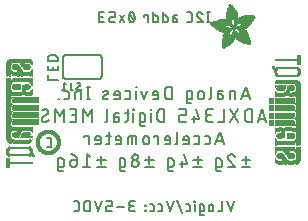
<source format=gbr>
G04 EAGLE Gerber RS-274X export*
G75*
%MOMM*%
%FSLAX34Y34*%
%LPD*%
%INSilkscreen Bottom*%
%IPPOS*%
%AMOC8*
5,1,8,0,0,1.08239X$1,22.5*%
G01*
%ADD10C,0.203200*%
%ADD11C,0.152400*%
%ADD12C,0.127000*%
%ADD13C,0.304800*%
%ADD14R,0.022863X0.462278*%
%ADD15R,0.022863X0.462281*%
%ADD16R,0.022863X0.436881*%
%ADD17R,0.023113X0.462278*%
%ADD18R,0.023113X0.462281*%
%ADD19R,0.023113X0.436881*%
%ADD20R,0.023116X0.462278*%
%ADD21R,0.023116X0.462281*%
%ADD22R,0.023116X0.436881*%
%ADD23R,0.023113X0.022863*%
%ADD24R,0.023116X0.091441*%
%ADD25R,0.023113X0.139700*%
%ADD26R,0.023116X0.185419*%
%ADD27R,0.023113X0.254000*%
%ADD28R,0.023113X0.299719*%
%ADD29R,0.023116X0.345438*%
%ADD30R,0.023113X0.391159*%
%ADD31R,0.023116X0.393700*%
%ADD32R,0.022863X0.325119*%
%ADD33R,0.022863X0.599438*%
%ADD34R,0.022863X0.622300*%
%ADD35R,0.022863X0.530859*%
%ADD36R,0.022863X0.439422*%
%ADD37R,0.022863X0.231138*%
%ADD38R,0.022863X0.071119*%
%ADD39R,0.022863X0.533400*%
%ADD40R,0.022863X0.208281*%
%ADD41R,0.023113X0.345441*%
%ADD42R,0.023113X0.576578*%
%ADD43R,0.023113X0.599438*%
%ADD44R,0.023113X0.508000*%
%ADD45R,0.023113X0.416563*%
%ADD46R,0.023113X0.208278*%
%ADD47R,0.023113X0.553722*%
%ADD48R,0.023113X0.208281*%
%ADD49R,0.023116X0.345441*%
%ADD50R,0.023116X0.530859*%
%ADD51R,0.023116X0.370841*%
%ADD52R,0.023116X0.162559*%
%ADD53R,0.023116X0.576581*%
%ADD54R,0.023116X0.208281*%
%ADD55R,0.023113X0.322578*%
%ADD56R,0.023113X0.485137*%
%ADD57R,0.023113X0.416559*%
%ADD58R,0.023113X0.347981*%
%ADD59R,0.023113X0.116838*%
%ADD60R,0.023113X0.647700*%
%ADD61R,0.023116X0.322581*%
%ADD62R,0.023116X0.485137*%
%ADD63R,0.023116X0.093978*%
%ADD64R,0.023116X0.231141*%
%ADD65R,0.023116X0.693419*%
%ADD66R,0.023113X0.322581*%
%ADD67R,0.023113X0.439419*%
%ADD68R,0.023113X0.370841*%
%ADD69R,0.023113X0.299722*%
%ADD70R,0.023113X0.045719*%
%ADD71R,0.023113X0.739138*%
%ADD72R,0.023113X0.414019*%
%ADD73R,0.023113X0.347978*%
%ADD74R,0.023113X0.762000*%
%ADD75R,0.023116X0.414019*%
%ADD76R,0.023116X0.182881*%
%ADD77R,0.023116X0.347978*%
%ADD78R,0.023116X0.276863*%
%ADD79R,0.023116X0.116841*%
%ADD80R,0.023116X0.276859*%
%ADD81R,0.023116X0.784863*%
%ADD82R,0.023113X0.325119*%
%ADD83R,0.023113X0.276863*%
%ADD84R,0.023113X0.276859*%
%ADD85R,0.023116X0.325119*%
%ADD86R,0.023116X0.391159*%
%ADD87R,0.023116X0.302259*%
%ADD88R,0.023116X0.254000*%
%ADD89R,0.023113X0.302259*%
%ADD90R,0.023113X0.393700*%
%ADD91R,0.023113X0.231141*%
%ADD92R,0.022863X0.302259*%
%ADD93R,0.022863X0.439419*%
%ADD94R,0.022863X0.368300*%
%ADD95R,0.022863X0.391159*%
%ADD96R,0.022863X0.416559*%
%ADD97R,0.022863X0.276863*%
%ADD98R,0.022863X0.205741*%
%ADD99R,0.023113X0.368300*%
%ADD100R,0.023113X0.205741*%
%ADD101R,0.023116X0.368300*%
%ADD102R,0.023116X0.205741*%
%ADD103R,0.023113X0.182881*%
%ADD104R,0.022863X0.276859*%
%ADD105R,0.022863X0.182881*%
%ADD106R,0.023113X0.924559*%
%ADD107R,0.023116X0.924559*%
%ADD108R,0.023113X0.901700*%
%ADD109R,0.023116X0.901700*%
%ADD110R,0.023113X0.878841*%
%ADD111R,0.023116X0.855981*%
%ADD112R,0.023113X0.833119*%
%ADD113R,0.022863X0.787400*%
%ADD114R,0.022863X0.414019*%
%ADD115R,0.022863X0.924559*%
%ADD116R,0.023113X0.739141*%
%ADD117R,0.023116X0.716281*%
%ADD118R,0.023116X0.299722*%
%ADD119R,0.023113X0.670559*%
%ADD120R,0.023116X0.647700*%
%ADD121R,0.023116X0.508000*%
%ADD122R,0.023116X0.299719*%
%ADD123R,0.023113X0.601981*%
%ADD124R,0.023113X0.530859*%
%ADD125R,0.023113X0.231138*%
%ADD126R,0.023113X0.556259*%
%ADD127R,0.023113X0.185419*%
%ADD128R,0.023116X0.533400*%
%ADD129R,0.023116X0.599438*%
%ADD130R,0.023116X0.416563*%
%ADD131R,0.023116X0.116838*%
%ADD132R,0.023113X0.485141*%
%ADD133R,0.023113X0.645159*%
%ADD134R,0.023113X0.716278*%
%ADD135R,0.022863X0.393700*%
%ADD136R,0.022863X0.762000*%
%ADD137R,0.022863X0.624841*%
%ADD138R,0.023113X0.784859*%
%ADD139R,0.023113X0.693422*%
%ADD140R,0.023116X0.830578*%
%ADD141R,0.023116X0.739141*%
%ADD142R,0.023113X0.876300*%
%ADD143R,0.023113X0.807722*%
%ADD144R,0.023116X0.899159*%
%ADD145R,0.023116X0.878841*%
%ADD146R,0.023113X0.922019*%
%ADD147R,0.023113X0.947419*%
%ADD148R,0.023116X0.970278*%
%ADD149R,0.023113X0.970278*%
%ADD150R,0.023116X0.439419*%
%ADD151R,0.022863X0.299722*%
%ADD152R,0.023116X0.416559*%
%ADD153R,0.023116X0.347981*%
%ADD154R,0.023113X0.137159*%
%ADD155R,0.023113X0.093978*%
%ADD156R,0.023113X0.091441*%
%ADD157R,0.023113X0.093981*%
%ADD158R,0.023113X0.114300*%
%ADD159R,0.023116X0.045719*%
%ADD160R,0.023116X0.045722*%
%ADD161R,0.023113X0.071119*%
%ADD162R,0.023113X0.116841*%
%ADD163R,0.023116X0.139700*%
%ADD164R,0.022863X0.322581*%
%ADD165R,0.022863X0.345441*%
%ADD166R,0.022863X0.162559*%
%ADD167R,0.022863X0.576581*%
%ADD168R,0.023113X0.668019*%
%ADD169R,0.023113X0.533400*%
%ADD170R,0.023116X1.455419*%
%ADD171R,0.023116X5.519419*%
%ADD172R,0.023113X1.455419*%
%ADD173R,0.023113X5.519419*%
%ADD174R,0.023116X5.494019*%
%ADD175R,0.023113X1.430019*%
%ADD176R,0.023113X5.494019*%
%ADD177R,0.023116X1.430019*%
%ADD178R,0.023116X5.471159*%
%ADD179R,0.023116X0.762000*%
%ADD180R,0.023113X1.407159*%
%ADD181R,0.023113X5.471159*%
%ADD182R,0.022863X1.384300*%
%ADD183R,0.022863X5.448300*%
%ADD184R,0.022863X0.716278*%
%ADD185R,0.022863X0.878841*%
%ADD186R,0.023113X1.361438*%
%ADD187R,0.023113X5.425438*%
%ADD188R,0.023116X1.338578*%
%ADD189R,0.023116X5.402578*%
%ADD190R,0.023116X0.624841*%
%ADD191R,0.023113X1.292859*%
%ADD192R,0.023113X5.356859*%
%ADD193R,0.023116X1.224278*%
%ADD194R,0.023116X5.288278*%
%ADD195R,0.050800X0.006300*%
%ADD196R,0.082600X0.006400*%
%ADD197R,0.120600X0.006300*%
%ADD198R,0.139700X0.006400*%
%ADD199R,0.158800X0.006300*%
%ADD200R,0.177800X0.006400*%
%ADD201R,0.196800X0.006300*%
%ADD202R,0.215900X0.006400*%
%ADD203R,0.228600X0.006300*%
%ADD204R,0.241300X0.006400*%
%ADD205R,0.254000X0.006300*%
%ADD206R,0.266700X0.006400*%
%ADD207R,0.279400X0.006300*%
%ADD208R,0.285700X0.006400*%
%ADD209R,0.298400X0.006300*%
%ADD210R,0.311200X0.006400*%
%ADD211R,0.317500X0.006300*%
%ADD212R,0.330200X0.006400*%
%ADD213R,0.336600X0.006300*%
%ADD214R,0.349200X0.006400*%
%ADD215R,0.361900X0.006300*%
%ADD216R,0.368300X0.006400*%
%ADD217R,0.381000X0.006300*%
%ADD218R,0.387300X0.006400*%
%ADD219R,0.393700X0.006300*%
%ADD220R,0.406400X0.006400*%
%ADD221R,0.412700X0.006300*%
%ADD222R,0.419100X0.006400*%
%ADD223R,0.431800X0.006300*%
%ADD224R,0.438100X0.006400*%
%ADD225R,0.450800X0.006300*%
%ADD226R,0.457200X0.006400*%
%ADD227R,0.463500X0.006300*%
%ADD228R,0.476200X0.006400*%
%ADD229R,0.482600X0.006300*%
%ADD230R,0.488900X0.006400*%
%ADD231R,0.501600X0.006300*%
%ADD232R,0.508000X0.006400*%
%ADD233R,0.514300X0.006300*%
%ADD234R,0.527000X0.006400*%
%ADD235R,0.533400X0.006300*%
%ADD236R,0.546100X0.006400*%
%ADD237R,0.552400X0.006300*%
%ADD238R,0.558800X0.006400*%
%ADD239R,0.571500X0.006300*%
%ADD240R,0.577800X0.006400*%
%ADD241R,0.584200X0.006300*%
%ADD242R,0.596900X0.006400*%
%ADD243R,0.603200X0.006300*%
%ADD244R,0.609600X0.006400*%
%ADD245R,0.622300X0.006300*%
%ADD246R,0.628600X0.006400*%
%ADD247R,0.641300X0.006300*%
%ADD248R,0.647700X0.006400*%
%ADD249R,0.063500X0.006300*%
%ADD250R,0.654000X0.006300*%
%ADD251R,0.101600X0.006400*%
%ADD252R,0.666700X0.006400*%
%ADD253R,0.139700X0.006300*%
%ADD254R,0.673100X0.006300*%
%ADD255R,0.165100X0.006400*%
%ADD256R,0.679400X0.006400*%
%ADD257R,0.196900X0.006300*%
%ADD258R,0.692100X0.006300*%
%ADD259R,0.222200X0.006400*%
%ADD260R,0.698500X0.006400*%
%ADD261R,0.247700X0.006300*%
%ADD262R,0.704800X0.006300*%
%ADD263R,0.279400X0.006400*%
%ADD264R,0.717500X0.006400*%
%ADD265R,0.298500X0.006300*%
%ADD266R,0.723900X0.006300*%
%ADD267R,0.736600X0.006400*%
%ADD268R,0.342900X0.006300*%
%ADD269R,0.742900X0.006300*%
%ADD270R,0.374700X0.006400*%
%ADD271R,0.749300X0.006400*%
%ADD272R,0.762000X0.006300*%
%ADD273R,0.412700X0.006400*%
%ADD274R,0.768300X0.006400*%
%ADD275R,0.438100X0.006300*%
%ADD276R,0.774700X0.006300*%
%ADD277R,0.463600X0.006400*%
%ADD278R,0.787400X0.006400*%
%ADD279R,0.793700X0.006300*%
%ADD280R,0.495300X0.006400*%
%ADD281R,0.800100X0.006400*%
%ADD282R,0.520700X0.006300*%
%ADD283R,0.812800X0.006300*%
%ADD284R,0.533400X0.006400*%
%ADD285R,0.819100X0.006400*%
%ADD286R,0.558800X0.006300*%
%ADD287R,0.825500X0.006300*%
%ADD288R,0.577900X0.006400*%
%ADD289R,0.831800X0.006400*%
%ADD290R,0.596900X0.006300*%
%ADD291R,0.844500X0.006300*%
%ADD292R,0.616000X0.006400*%
%ADD293R,0.850900X0.006400*%
%ADD294R,0.635000X0.006300*%
%ADD295R,0.857200X0.006300*%
%ADD296R,0.654100X0.006400*%
%ADD297R,0.863600X0.006400*%
%ADD298R,0.666700X0.006300*%
%ADD299R,0.869900X0.006300*%
%ADD300R,0.685800X0.006400*%
%ADD301R,0.876300X0.006400*%
%ADD302R,0.882600X0.006300*%
%ADD303R,0.723900X0.006400*%
%ADD304R,0.889000X0.006400*%
%ADD305R,0.895300X0.006300*%
%ADD306R,0.755700X0.006400*%
%ADD307R,0.901700X0.006400*%
%ADD308R,0.908000X0.006300*%
%ADD309R,0.793800X0.006400*%
%ADD310R,0.914400X0.006400*%
%ADD311R,0.806400X0.006300*%
%ADD312R,0.920700X0.006300*%
%ADD313R,0.825500X0.006400*%
%ADD314R,0.927100X0.006400*%
%ADD315R,0.933400X0.006300*%
%ADD316R,0.857300X0.006400*%
%ADD317R,0.939800X0.006400*%
%ADD318R,0.870000X0.006300*%
%ADD319R,0.939800X0.006300*%
%ADD320R,0.946100X0.006400*%
%ADD321R,0.952500X0.006300*%
%ADD322R,0.908000X0.006400*%
%ADD323R,0.958800X0.006400*%
%ADD324R,0.965200X0.006300*%
%ADD325R,0.965200X0.006400*%
%ADD326R,0.971500X0.006300*%
%ADD327R,0.952500X0.006400*%
%ADD328R,0.977900X0.006400*%
%ADD329R,0.958800X0.006300*%
%ADD330R,0.984200X0.006300*%
%ADD331R,0.971500X0.006400*%
%ADD332R,0.984200X0.006400*%
%ADD333R,0.990600X0.006300*%
%ADD334R,0.984300X0.006400*%
%ADD335R,0.996900X0.006400*%
%ADD336R,0.997000X0.006300*%
%ADD337R,0.996900X0.006300*%
%ADD338R,1.003300X0.006400*%
%ADD339R,1.016000X0.006300*%
%ADD340R,1.009600X0.006300*%
%ADD341R,1.016000X0.006400*%
%ADD342R,1.009600X0.006400*%
%ADD343R,1.022300X0.006300*%
%ADD344R,1.028700X0.006400*%
%ADD345R,1.035100X0.006300*%
%ADD346R,1.047800X0.006400*%
%ADD347R,1.054100X0.006300*%
%ADD348R,1.028700X0.006300*%
%ADD349R,1.054100X0.006400*%
%ADD350R,1.035000X0.006400*%
%ADD351R,1.060400X0.006300*%
%ADD352R,1.035000X0.006300*%
%ADD353R,1.060500X0.006400*%
%ADD354R,1.041400X0.006400*%
%ADD355R,1.066800X0.006300*%
%ADD356R,1.041400X0.006300*%
%ADD357R,1.079500X0.006400*%
%ADD358R,1.047700X0.006400*%
%ADD359R,1.085900X0.006300*%
%ADD360R,1.047700X0.006300*%
%ADD361R,1.085800X0.006400*%
%ADD362R,1.092200X0.006300*%
%ADD363R,1.085900X0.006400*%
%ADD364R,1.098600X0.006300*%
%ADD365R,1.098600X0.006400*%
%ADD366R,1.060400X0.006400*%
%ADD367R,1.104900X0.006300*%
%ADD368R,1.104900X0.006400*%
%ADD369R,1.066800X0.006400*%
%ADD370R,1.111200X0.006300*%
%ADD371R,1.117600X0.006400*%
%ADD372R,1.117600X0.006300*%
%ADD373R,1.073100X0.006300*%
%ADD374R,1.073100X0.006400*%
%ADD375R,1.124000X0.006300*%
%ADD376R,1.079500X0.006300*%
%ADD377R,1.123900X0.006400*%
%ADD378R,1.130300X0.006300*%
%ADD379R,1.130300X0.006400*%
%ADD380R,1.136700X0.006400*%
%ADD381R,1.136700X0.006300*%
%ADD382R,1.085800X0.006300*%
%ADD383R,1.136600X0.006400*%
%ADD384R,1.136600X0.006300*%
%ADD385R,1.143000X0.006400*%
%ADD386R,1.143000X0.006300*%
%ADD387R,1.149400X0.006300*%
%ADD388R,1.149300X0.006300*%
%ADD389R,1.149300X0.006400*%
%ADD390R,1.149400X0.006400*%
%ADD391R,1.155700X0.006400*%
%ADD392R,1.155700X0.006300*%
%ADD393R,1.060500X0.006300*%
%ADD394R,2.197100X0.006400*%
%ADD395R,2.197100X0.006300*%
%ADD396R,2.184400X0.006300*%
%ADD397R,2.184400X0.006400*%
%ADD398R,2.171700X0.006400*%
%ADD399R,2.171700X0.006300*%
%ADD400R,1.530300X0.006400*%
%ADD401R,1.505000X0.006300*%
%ADD402R,1.492300X0.006400*%
%ADD403R,1.485900X0.006300*%
%ADD404R,0.565200X0.006300*%
%ADD405R,1.473200X0.006400*%
%ADD406R,0.565200X0.006400*%
%ADD407R,1.460500X0.006300*%
%ADD408R,1.454100X0.006400*%
%ADD409R,0.552400X0.006400*%
%ADD410R,1.441500X0.006300*%
%ADD411R,0.546100X0.006300*%
%ADD412R,1.435100X0.006400*%
%ADD413R,0.539800X0.006400*%
%ADD414R,1.428800X0.006300*%
%ADD415R,1.422400X0.006400*%
%ADD416R,1.409700X0.006300*%
%ADD417R,0.527100X0.006300*%
%ADD418R,1.403300X0.006400*%
%ADD419R,0.527100X0.006400*%
%ADD420R,1.390700X0.006300*%
%ADD421R,1.384300X0.006400*%
%ADD422R,0.520700X0.006400*%
%ADD423R,1.384300X0.006300*%
%ADD424R,0.514400X0.006300*%
%ADD425R,1.371600X0.006400*%
%ADD426R,1.365200X0.006300*%
%ADD427R,0.508000X0.006300*%
%ADD428R,1.352600X0.006400*%
%ADD429R,0.501700X0.006400*%
%ADD430R,0.711200X0.006300*%
%ADD431R,0.603300X0.006300*%
%ADD432R,0.501700X0.006300*%
%ADD433R,0.692100X0.006400*%
%ADD434R,0.571500X0.006400*%
%ADD435R,0.679400X0.006300*%
%ADD436R,0.495300X0.006300*%
%ADD437R,0.673100X0.006400*%
%ADD438R,0.666800X0.006300*%
%ADD439R,0.488900X0.006300*%
%ADD440R,0.660400X0.006400*%
%ADD441R,0.482600X0.006400*%
%ADD442R,0.476200X0.006300*%
%ADD443R,0.654000X0.006400*%
%ADD444R,0.469900X0.006400*%
%ADD445R,0.476300X0.006400*%
%ADD446R,0.647700X0.006300*%
%ADD447R,0.457200X0.006300*%
%ADD448R,0.469900X0.006300*%
%ADD449R,0.641300X0.006400*%
%ADD450R,0.444500X0.006400*%
%ADD451R,0.463600X0.006300*%
%ADD452R,0.635000X0.006400*%
%ADD453R,0.463500X0.006400*%
%ADD454R,0.393700X0.006400*%
%ADD455R,0.450800X0.006400*%
%ADD456R,0.628600X0.006300*%
%ADD457R,0.387400X0.006300*%
%ADD458R,0.450900X0.006300*%
%ADD459R,0.628700X0.006400*%
%ADD460R,0.374600X0.006400*%
%ADD461R,0.368300X0.006300*%
%ADD462R,0.438200X0.006300*%
%ADD463R,0.622300X0.006400*%
%ADD464R,0.355600X0.006400*%
%ADD465R,0.431800X0.006400*%
%ADD466R,0.349300X0.006300*%
%ADD467R,0.425400X0.006300*%
%ADD468R,0.615900X0.006300*%
%ADD469R,0.330200X0.006300*%
%ADD470R,0.419100X0.006300*%
%ADD471R,0.616000X0.006300*%
%ADD472R,0.311200X0.006300*%
%ADD473R,0.406400X0.006300*%
%ADD474R,0.615900X0.006400*%
%ADD475R,0.304800X0.006400*%
%ADD476R,0.158800X0.006400*%
%ADD477R,0.609600X0.006300*%
%ADD478R,0.292100X0.006300*%
%ADD479R,0.235000X0.006300*%
%ADD480R,0.387400X0.006400*%
%ADD481R,0.292100X0.006400*%
%ADD482R,0.336500X0.006300*%
%ADD483R,0.260400X0.006300*%
%ADD484R,0.603300X0.006400*%
%ADD485R,0.260400X0.006400*%
%ADD486R,0.362000X0.006400*%
%ADD487R,0.450900X0.006400*%
%ADD488R,0.355600X0.006300*%
%ADD489R,0.342900X0.006400*%
%ADD490R,0.514300X0.006400*%
%ADD491R,0.234900X0.006300*%
%ADD492R,0.539700X0.006300*%
%ADD493R,0.603200X0.006400*%
%ADD494R,0.234900X0.006400*%
%ADD495R,0.920700X0.006400*%
%ADD496R,0.958900X0.006400*%
%ADD497R,0.215900X0.006300*%
%ADD498R,0.209600X0.006400*%
%ADD499R,0.203200X0.006300*%
%ADD500R,1.003300X0.006300*%
%ADD501R,0.203200X0.006400*%
%ADD502R,0.196900X0.006400*%
%ADD503R,0.190500X0.006300*%
%ADD504R,0.190500X0.006400*%
%ADD505R,0.184200X0.006300*%
%ADD506R,0.590500X0.006400*%
%ADD507R,0.184200X0.006400*%
%ADD508R,0.590500X0.006300*%
%ADD509R,0.177800X0.006300*%
%ADD510R,0.584200X0.006400*%
%ADD511R,1.168400X0.006400*%
%ADD512R,0.171500X0.006300*%
%ADD513R,1.187500X0.006300*%
%ADD514R,1.200100X0.006400*%
%ADD515R,0.577800X0.006300*%
%ADD516R,1.212900X0.006300*%
%ADD517R,1.231900X0.006400*%
%ADD518R,1.250900X0.006300*%
%ADD519R,0.565100X0.006400*%
%ADD520R,0.184100X0.006400*%
%ADD521R,1.263700X0.006400*%
%ADD522R,0.565100X0.006300*%
%ADD523R,1.289100X0.006300*%
%ADD524R,1.314400X0.006400*%
%ADD525R,0.552500X0.006300*%
%ADD526R,1.568500X0.006300*%
%ADD527R,0.552500X0.006400*%
%ADD528R,1.581200X0.006400*%
%ADD529R,1.593800X0.006300*%
%ADD530R,1.606500X0.006400*%
%ADD531R,1.619300X0.006300*%
%ADD532R,0.514400X0.006400*%
%ADD533R,1.638300X0.006400*%
%ADD534R,1.657300X0.006300*%
%ADD535R,2.209800X0.006400*%
%ADD536R,2.425700X0.006300*%
%ADD537R,2.470100X0.006400*%
%ADD538R,2.501900X0.006300*%
%ADD539R,2.533700X0.006400*%
%ADD540R,2.559000X0.006300*%
%ADD541R,2.584500X0.006400*%
%ADD542R,2.609900X0.006300*%
%ADD543R,2.628900X0.006400*%
%ADD544R,2.660600X0.006300*%
%ADD545R,2.673400X0.006400*%
%ADD546R,1.422400X0.006300*%
%ADD547R,1.200200X0.006300*%
%ADD548R,1.365300X0.006300*%
%ADD549R,1.365300X0.006400*%
%ADD550R,1.352500X0.006300*%
%ADD551R,1.098500X0.006300*%
%ADD552R,1.358900X0.006400*%
%ADD553R,1.352600X0.006300*%
%ADD554R,1.358900X0.006300*%
%ADD555R,1.371600X0.006300*%
%ADD556R,1.377900X0.006400*%
%ADD557R,1.397000X0.006400*%
%ADD558R,1.403300X0.006300*%
%ADD559R,0.914400X0.006300*%
%ADD560R,0.876300X0.006300*%
%ADD561R,0.374600X0.006300*%
%ADD562R,1.073200X0.006400*%
%ADD563R,0.374700X0.006300*%
%ADD564R,0.844600X0.006400*%
%ADD565R,0.844600X0.006300*%
%ADD566R,0.831900X0.006400*%
%ADD567R,1.092200X0.006400*%
%ADD568R,0.400000X0.006300*%
%ADD569R,0.819200X0.006400*%
%ADD570R,1.111300X0.006400*%
%ADD571R,0.812800X0.006400*%
%ADD572R,0.800100X0.006300*%
%ADD573R,0.476300X0.006300*%
%ADD574R,1.181100X0.006300*%
%ADD575R,0.501600X0.006400*%
%ADD576R,1.193800X0.006400*%
%ADD577R,0.781000X0.006400*%
%ADD578R,1.238200X0.006400*%
%ADD579R,0.781100X0.006300*%
%ADD580R,1.257300X0.006300*%
%ADD581R,1.295400X0.006400*%
%ADD582R,1.333500X0.006300*%
%ADD583R,0.774700X0.006400*%
%ADD584R,1.866900X0.006400*%
%ADD585R,0.209600X0.006300*%
%ADD586R,1.866900X0.006300*%
%ADD587R,0.768400X0.006400*%
%ADD588R,0.209500X0.006400*%
%ADD589R,1.860600X0.006400*%
%ADD590R,0.762000X0.006400*%
%ADD591R,0.768400X0.006300*%
%ADD592R,1.860600X0.006300*%
%ADD593R,1.860500X0.006400*%
%ADD594R,0.222300X0.006300*%
%ADD595R,1.854200X0.006300*%
%ADD596R,0.235000X0.006400*%
%ADD597R,1.854200X0.006400*%
%ADD598R,0.768300X0.006300*%
%ADD599R,0.260300X0.006400*%
%ADD600R,1.847800X0.006400*%
%ADD601R,0.266700X0.006300*%
%ADD602R,1.847800X0.006300*%
%ADD603R,0.273100X0.006400*%
%ADD604R,1.841500X0.006400*%
%ADD605R,0.285800X0.006300*%
%ADD606R,1.841500X0.006300*%
%ADD607R,0.298500X0.006400*%
%ADD608R,1.835100X0.006400*%
%ADD609R,0.781000X0.006300*%
%ADD610R,0.304800X0.006300*%
%ADD611R,1.835100X0.006300*%
%ADD612R,0.317500X0.006400*%
%ADD613R,1.828800X0.006400*%
%ADD614R,0.787400X0.006300*%
%ADD615R,0.323800X0.006300*%
%ADD616R,1.828800X0.006300*%
%ADD617R,0.793700X0.006400*%
%ADD618R,1.822400X0.006400*%
%ADD619R,0.806500X0.006300*%
%ADD620R,1.822400X0.006300*%
%ADD621R,1.816100X0.006400*%
%ADD622R,0.819100X0.006300*%
%ADD623R,0.387300X0.006300*%
%ADD624R,1.816100X0.006300*%
%ADD625R,1.809800X0.006400*%
%ADD626R,1.803400X0.006300*%
%ADD627R,1.797000X0.006400*%
%ADD628R,0.901700X0.006300*%
%ADD629R,1.797000X0.006300*%
%ADD630R,1.441400X0.006400*%
%ADD631R,1.790700X0.006400*%
%ADD632R,1.447800X0.006300*%
%ADD633R,1.784300X0.006300*%
%ADD634R,1.447800X0.006400*%
%ADD635R,1.784300X0.006400*%
%ADD636R,1.454100X0.006300*%
%ADD637R,1.771700X0.006300*%
%ADD638R,1.460500X0.006400*%
%ADD639R,1.759000X0.006400*%
%ADD640R,1.466800X0.006300*%
%ADD641R,1.752600X0.006300*%
%ADD642R,1.466800X0.006400*%
%ADD643R,1.739900X0.006400*%
%ADD644R,1.473200X0.006300*%
%ADD645R,1.727200X0.006300*%
%ADD646R,1.479500X0.006400*%
%ADD647R,1.714500X0.006400*%
%ADD648R,1.695400X0.006300*%
%ADD649R,1.485900X0.006400*%
%ADD650R,1.682700X0.006400*%
%ADD651R,1.492200X0.006300*%
%ADD652R,1.663700X0.006300*%
%ADD653R,1.498600X0.006400*%
%ADD654R,1.644600X0.006400*%
%ADD655R,1.498600X0.006300*%
%ADD656R,1.619200X0.006300*%
%ADD657R,1.511300X0.006400*%
%ADD658R,1.600200X0.006400*%
%ADD659R,1.517700X0.006300*%
%ADD660R,1.574800X0.006300*%
%ADD661R,1.524000X0.006400*%
%ADD662R,1.555800X0.006400*%
%ADD663R,1.524000X0.006300*%
%ADD664R,1.536700X0.006300*%
%ADD665R,1.530400X0.006400*%
%ADD666R,1.517700X0.006400*%
%ADD667R,1.492300X0.006300*%
%ADD668R,1.549400X0.006400*%
%ADD669R,1.479600X0.006400*%
%ADD670R,1.549400X0.006300*%
%ADD671R,1.555700X0.006400*%
%ADD672R,1.562100X0.006300*%
%ADD673R,0.323900X0.006300*%
%ADD674R,1.568400X0.006400*%
%ADD675R,0.336600X0.006400*%
%ADD676R,1.587500X0.006300*%
%ADD677R,0.971600X0.006300*%
%ADD678R,0.349300X0.006400*%
%ADD679R,1.600200X0.006300*%
%ADD680R,0.920800X0.006300*%
%ADD681R,0.882700X0.006400*%
%ADD682R,1.612900X0.006300*%
%ADD683R,0.362000X0.006300*%
%ADD684R,1.625600X0.006400*%
%ADD685R,1.625600X0.006300*%
%ADD686R,1.644600X0.006300*%
%ADD687R,0.736600X0.006300*%
%ADD688R,0.717600X0.006400*%
%ADD689R,1.657400X0.006300*%
%ADD690R,0.679500X0.006300*%
%ADD691R,1.663700X0.006400*%
%ADD692R,0.400000X0.006400*%
%ADD693R,1.676400X0.006300*%
%ADD694R,1.676400X0.006400*%
%ADD695R,0.425500X0.006400*%
%ADD696R,1.352500X0.006400*%
%ADD697R,0.444500X0.006300*%
%ADD698R,0.361900X0.006400*%
%ADD699R,0.088900X0.006300*%
%ADD700R,1.009700X0.006300*%
%ADD701R,1.009700X0.006400*%
%ADD702R,1.022300X0.006400*%
%ADD703R,1.346200X0.006400*%
%ADD704R,1.346200X0.006300*%
%ADD705R,1.339900X0.006400*%
%ADD706R,1.035100X0.006400*%
%ADD707R,1.339800X0.006300*%
%ADD708R,1.333500X0.006400*%
%ADD709R,1.327200X0.006400*%
%ADD710R,1.320800X0.006300*%
%ADD711R,1.314500X0.006400*%
%ADD712R,1.314400X0.006300*%
%ADD713R,1.301700X0.006400*%
%ADD714R,1.295400X0.006300*%
%ADD715R,1.289000X0.006400*%
%ADD716R,1.276300X0.006300*%
%ADD717R,1.251000X0.006300*%
%ADD718R,1.244600X0.006400*%
%ADD719R,1.231900X0.006300*%
%ADD720R,1.212800X0.006400*%
%ADD721R,1.200100X0.006300*%
%ADD722R,1.187400X0.006400*%
%ADD723R,1.168400X0.006300*%
%ADD724R,1.047800X0.006300*%
%ADD725R,0.977900X0.006300*%
%ADD726R,0.946200X0.006400*%
%ADD727R,0.933400X0.006400*%
%ADD728R,0.895300X0.006400*%
%ADD729R,0.882700X0.006300*%
%ADD730R,0.863600X0.006300*%
%ADD731R,0.857200X0.006400*%
%ADD732R,0.850900X0.006300*%
%ADD733R,0.838200X0.006300*%
%ADD734R,0.806500X0.006400*%
%ADD735R,0.717600X0.006300*%
%ADD736R,0.711200X0.006400*%
%ADD737R,0.641400X0.006400*%
%ADD738R,0.641400X0.006300*%
%ADD739R,0.628700X0.006300*%
%ADD740R,0.590600X0.006300*%
%ADD741R,0.539700X0.006400*%
%ADD742R,0.285700X0.006300*%
%ADD743R,0.222200X0.006300*%
%ADD744R,0.171400X0.006300*%
%ADD745R,0.152400X0.006400*%
%ADD746R,0.133400X0.006300*%


D10*
X207984Y99441D02*
X204428Y110109D01*
X200872Y99441D01*
X201761Y102108D02*
X207095Y102108D01*
X195749Y99441D02*
X195749Y106553D01*
X192786Y106553D01*
X192704Y106551D01*
X192622Y106545D01*
X192540Y106536D01*
X192459Y106523D01*
X192379Y106506D01*
X192299Y106485D01*
X192221Y106461D01*
X192144Y106433D01*
X192068Y106402D01*
X191993Y106367D01*
X191921Y106328D01*
X191850Y106287D01*
X191781Y106242D01*
X191715Y106194D01*
X191650Y106143D01*
X191588Y106089D01*
X191529Y106032D01*
X191472Y105973D01*
X191418Y105911D01*
X191367Y105846D01*
X191319Y105780D01*
X191274Y105711D01*
X191233Y105640D01*
X191194Y105568D01*
X191159Y105493D01*
X191128Y105417D01*
X191100Y105340D01*
X191076Y105262D01*
X191055Y105182D01*
X191038Y105102D01*
X191025Y105021D01*
X191016Y104939D01*
X191010Y104857D01*
X191008Y104775D01*
X191008Y99441D01*
X183476Y103590D02*
X180809Y103590D01*
X183476Y103589D02*
X183565Y103587D01*
X183654Y103581D01*
X183743Y103572D01*
X183831Y103558D01*
X183919Y103541D01*
X184006Y103520D01*
X184091Y103496D01*
X184176Y103467D01*
X184259Y103435D01*
X184341Y103400D01*
X184422Y103361D01*
X184500Y103319D01*
X184577Y103273D01*
X184651Y103224D01*
X184724Y103172D01*
X184794Y103116D01*
X184862Y103058D01*
X184927Y102997D01*
X184989Y102933D01*
X185049Y102867D01*
X185105Y102798D01*
X185159Y102727D01*
X185210Y102653D01*
X185257Y102578D01*
X185301Y102500D01*
X185342Y102421D01*
X185379Y102340D01*
X185413Y102257D01*
X185443Y102173D01*
X185469Y102088D01*
X185492Y102001D01*
X185511Y101914D01*
X185527Y101826D01*
X185538Y101738D01*
X185546Y101649D01*
X185550Y101560D01*
X185550Y101470D01*
X185546Y101381D01*
X185538Y101292D01*
X185527Y101204D01*
X185511Y101116D01*
X185492Y101029D01*
X185469Y100942D01*
X185443Y100857D01*
X185413Y100773D01*
X185379Y100690D01*
X185342Y100609D01*
X185301Y100530D01*
X185257Y100452D01*
X185210Y100377D01*
X185159Y100303D01*
X185105Y100232D01*
X185049Y100163D01*
X184989Y100097D01*
X184927Y100033D01*
X184862Y99972D01*
X184794Y99914D01*
X184724Y99858D01*
X184651Y99806D01*
X184577Y99757D01*
X184500Y99711D01*
X184422Y99669D01*
X184341Y99630D01*
X184259Y99595D01*
X184176Y99563D01*
X184091Y99534D01*
X184006Y99510D01*
X183919Y99489D01*
X183831Y99472D01*
X183743Y99458D01*
X183654Y99449D01*
X183565Y99443D01*
X183476Y99441D01*
X180809Y99441D01*
X180809Y104775D01*
X180811Y104857D01*
X180817Y104939D01*
X180826Y105021D01*
X180839Y105102D01*
X180856Y105182D01*
X180877Y105262D01*
X180901Y105340D01*
X180929Y105417D01*
X180960Y105493D01*
X180995Y105568D01*
X181034Y105640D01*
X181075Y105711D01*
X181120Y105780D01*
X181168Y105846D01*
X181219Y105911D01*
X181273Y105973D01*
X181330Y106032D01*
X181389Y106089D01*
X181451Y106143D01*
X181516Y106194D01*
X181582Y106242D01*
X181651Y106287D01*
X181722Y106328D01*
X181794Y106367D01*
X181869Y106402D01*
X181945Y106433D01*
X182022Y106461D01*
X182100Y106485D01*
X182180Y106506D01*
X182260Y106523D01*
X182341Y106536D01*
X182423Y106545D01*
X182505Y106551D01*
X182587Y106553D01*
X184958Y106553D01*
X175141Y110109D02*
X175141Y101219D01*
X175139Y101137D01*
X175133Y101055D01*
X175124Y100973D01*
X175111Y100892D01*
X175094Y100812D01*
X175073Y100732D01*
X175049Y100654D01*
X175021Y100577D01*
X174990Y100501D01*
X174955Y100426D01*
X174916Y100354D01*
X174875Y100283D01*
X174830Y100214D01*
X174782Y100148D01*
X174731Y100083D01*
X174677Y100021D01*
X174620Y99962D01*
X174561Y99905D01*
X174499Y99851D01*
X174434Y99800D01*
X174368Y99752D01*
X174299Y99707D01*
X174228Y99666D01*
X174156Y99627D01*
X174081Y99592D01*
X174005Y99561D01*
X173928Y99533D01*
X173850Y99509D01*
X173770Y99488D01*
X173690Y99471D01*
X173609Y99458D01*
X173527Y99449D01*
X173445Y99443D01*
X173363Y99441D01*
X169079Y101812D02*
X169079Y104182D01*
X169080Y104182D02*
X169078Y104279D01*
X169072Y104375D01*
X169062Y104471D01*
X169048Y104567D01*
X169031Y104662D01*
X169009Y104757D01*
X168984Y104850D01*
X168955Y104942D01*
X168922Y105033D01*
X168885Y105123D01*
X168845Y105211D01*
X168801Y105297D01*
X168754Y105381D01*
X168704Y105464D01*
X168650Y105544D01*
X168592Y105622D01*
X168532Y105698D01*
X168469Y105771D01*
X168403Y105841D01*
X168333Y105909D01*
X168262Y105974D01*
X168187Y106036D01*
X168110Y106094D01*
X168031Y106150D01*
X167950Y106202D01*
X167866Y106251D01*
X167781Y106297D01*
X167694Y106339D01*
X167605Y106377D01*
X167515Y106412D01*
X167423Y106443D01*
X167330Y106470D01*
X167237Y106494D01*
X167142Y106513D01*
X167046Y106529D01*
X166950Y106541D01*
X166854Y106549D01*
X166757Y106553D01*
X166661Y106553D01*
X166564Y106549D01*
X166468Y106541D01*
X166372Y106529D01*
X166276Y106513D01*
X166181Y106494D01*
X166088Y106470D01*
X165995Y106443D01*
X165903Y106412D01*
X165813Y106377D01*
X165724Y106339D01*
X165637Y106297D01*
X165552Y106251D01*
X165468Y106202D01*
X165387Y106150D01*
X165308Y106094D01*
X165231Y106036D01*
X165156Y105974D01*
X165085Y105909D01*
X165015Y105841D01*
X164949Y105771D01*
X164886Y105698D01*
X164826Y105622D01*
X164768Y105544D01*
X164714Y105464D01*
X164664Y105381D01*
X164617Y105297D01*
X164573Y105211D01*
X164533Y105123D01*
X164496Y105033D01*
X164463Y104942D01*
X164434Y104850D01*
X164409Y104757D01*
X164387Y104662D01*
X164370Y104567D01*
X164356Y104471D01*
X164346Y104375D01*
X164340Y104279D01*
X164338Y104182D01*
X164338Y101812D01*
X164340Y101715D01*
X164346Y101619D01*
X164356Y101523D01*
X164370Y101427D01*
X164387Y101332D01*
X164409Y101237D01*
X164434Y101144D01*
X164463Y101052D01*
X164496Y100961D01*
X164533Y100871D01*
X164573Y100783D01*
X164617Y100697D01*
X164664Y100613D01*
X164714Y100530D01*
X164768Y100450D01*
X164826Y100372D01*
X164886Y100296D01*
X164949Y100223D01*
X165015Y100153D01*
X165085Y100085D01*
X165156Y100020D01*
X165231Y99958D01*
X165308Y99900D01*
X165387Y99844D01*
X165468Y99792D01*
X165552Y99743D01*
X165637Y99697D01*
X165724Y99655D01*
X165813Y99617D01*
X165903Y99582D01*
X165995Y99551D01*
X166088Y99524D01*
X166181Y99500D01*
X166276Y99481D01*
X166372Y99465D01*
X166468Y99453D01*
X166564Y99445D01*
X166661Y99441D01*
X166757Y99441D01*
X166854Y99445D01*
X166950Y99453D01*
X167046Y99465D01*
X167142Y99481D01*
X167237Y99500D01*
X167330Y99524D01*
X167423Y99551D01*
X167515Y99582D01*
X167605Y99617D01*
X167694Y99655D01*
X167781Y99697D01*
X167866Y99743D01*
X167950Y99792D01*
X168031Y99844D01*
X168110Y99900D01*
X168187Y99958D01*
X168262Y100020D01*
X168333Y100085D01*
X168403Y100153D01*
X168469Y100223D01*
X168532Y100296D01*
X168592Y100372D01*
X168650Y100450D01*
X168704Y100530D01*
X168754Y100613D01*
X168801Y100697D01*
X168845Y100783D01*
X168885Y100871D01*
X168922Y100961D01*
X168955Y101052D01*
X168984Y101144D01*
X169009Y101237D01*
X169031Y101332D01*
X169048Y101427D01*
X169062Y101523D01*
X169072Y101619D01*
X169078Y101715D01*
X169080Y101812D01*
X157484Y99441D02*
X154520Y99441D01*
X157484Y99441D02*
X157566Y99443D01*
X157648Y99449D01*
X157730Y99458D01*
X157811Y99471D01*
X157891Y99488D01*
X157971Y99509D01*
X158049Y99533D01*
X158126Y99561D01*
X158202Y99592D01*
X158277Y99627D01*
X158349Y99666D01*
X158420Y99707D01*
X158489Y99752D01*
X158555Y99800D01*
X158620Y99851D01*
X158682Y99905D01*
X158741Y99962D01*
X158798Y100021D01*
X158852Y100083D01*
X158903Y100148D01*
X158951Y100214D01*
X158996Y100283D01*
X159037Y100354D01*
X159076Y100426D01*
X159111Y100501D01*
X159142Y100577D01*
X159170Y100654D01*
X159194Y100732D01*
X159215Y100812D01*
X159232Y100892D01*
X159245Y100973D01*
X159254Y101055D01*
X159260Y101137D01*
X159262Y101219D01*
X159262Y104775D01*
X159260Y104857D01*
X159254Y104939D01*
X159245Y105021D01*
X159232Y105102D01*
X159215Y105182D01*
X159194Y105262D01*
X159170Y105340D01*
X159142Y105417D01*
X159111Y105493D01*
X159076Y105568D01*
X159037Y105640D01*
X158996Y105711D01*
X158951Y105780D01*
X158903Y105846D01*
X158852Y105911D01*
X158798Y105973D01*
X158741Y106032D01*
X158682Y106089D01*
X158620Y106143D01*
X158555Y106194D01*
X158489Y106242D01*
X158420Y106287D01*
X158349Y106328D01*
X158277Y106367D01*
X158202Y106402D01*
X158126Y106433D01*
X158049Y106461D01*
X157971Y106485D01*
X157891Y106506D01*
X157811Y106523D01*
X157730Y106536D01*
X157648Y106545D01*
X157566Y106551D01*
X157484Y106553D01*
X154520Y106553D01*
X154520Y97663D01*
X154522Y97581D01*
X154528Y97499D01*
X154537Y97417D01*
X154550Y97336D01*
X154567Y97256D01*
X154588Y97176D01*
X154612Y97098D01*
X154640Y97021D01*
X154671Y96945D01*
X154706Y96870D01*
X154745Y96798D01*
X154786Y96727D01*
X154831Y96658D01*
X154879Y96592D01*
X154930Y96527D01*
X154984Y96465D01*
X155041Y96406D01*
X155100Y96349D01*
X155162Y96295D01*
X155227Y96244D01*
X155293Y96196D01*
X155362Y96151D01*
X155433Y96110D01*
X155505Y96071D01*
X155580Y96036D01*
X155656Y96005D01*
X155733Y95977D01*
X155811Y95953D01*
X155891Y95932D01*
X155971Y95915D01*
X156052Y95902D01*
X156134Y95893D01*
X156216Y95887D01*
X156298Y95885D01*
X158669Y95885D01*
X142240Y99441D02*
X142240Y110109D01*
X139277Y110109D01*
X139169Y110107D01*
X139061Y110101D01*
X138953Y110091D01*
X138846Y110077D01*
X138739Y110060D01*
X138633Y110038D01*
X138528Y110013D01*
X138423Y109983D01*
X138320Y109950D01*
X138219Y109913D01*
X138118Y109873D01*
X138019Y109829D01*
X137922Y109781D01*
X137827Y109730D01*
X137733Y109675D01*
X137642Y109617D01*
X137553Y109556D01*
X137466Y109491D01*
X137382Y109424D01*
X137300Y109353D01*
X137220Y109279D01*
X137144Y109203D01*
X137070Y109123D01*
X137000Y109041D01*
X136932Y108957D01*
X136867Y108870D01*
X136806Y108781D01*
X136748Y108690D01*
X136693Y108596D01*
X136642Y108501D01*
X136594Y108404D01*
X136550Y108305D01*
X136510Y108204D01*
X136473Y108103D01*
X136440Y108000D01*
X136410Y107895D01*
X136385Y107790D01*
X136363Y107684D01*
X136346Y107577D01*
X136332Y107470D01*
X136322Y107362D01*
X136316Y107254D01*
X136314Y107146D01*
X136313Y107146D02*
X136313Y102404D01*
X136314Y102404D02*
X136316Y102298D01*
X136322Y102193D01*
X136331Y102087D01*
X136344Y101982D01*
X136361Y101878D01*
X136382Y101774D01*
X136406Y101671D01*
X136434Y101569D01*
X136466Y101468D01*
X136501Y101369D01*
X136540Y101270D01*
X136582Y101173D01*
X136627Y101078D01*
X136676Y100984D01*
X136729Y100892D01*
X136784Y100802D01*
X136843Y100714D01*
X136905Y100628D01*
X136970Y100545D01*
X137038Y100464D01*
X137108Y100385D01*
X137182Y100309D01*
X137258Y100235D01*
X137337Y100165D01*
X137418Y100097D01*
X137501Y100032D01*
X137587Y99970D01*
X137675Y99911D01*
X137765Y99856D01*
X137857Y99803D01*
X137951Y99754D01*
X138046Y99709D01*
X138143Y99667D01*
X138242Y99628D01*
X138341Y99593D01*
X138442Y99561D01*
X138544Y99533D01*
X138647Y99509D01*
X138751Y99488D01*
X138855Y99471D01*
X138960Y99458D01*
X139066Y99449D01*
X139171Y99443D01*
X139277Y99441D01*
X142240Y99441D01*
X128820Y99441D02*
X125857Y99441D01*
X128820Y99441D02*
X128902Y99443D01*
X128984Y99449D01*
X129066Y99458D01*
X129147Y99471D01*
X129227Y99488D01*
X129307Y99509D01*
X129385Y99533D01*
X129462Y99561D01*
X129538Y99592D01*
X129613Y99627D01*
X129685Y99666D01*
X129756Y99707D01*
X129825Y99752D01*
X129891Y99800D01*
X129956Y99851D01*
X130018Y99905D01*
X130077Y99962D01*
X130134Y100021D01*
X130188Y100083D01*
X130239Y100148D01*
X130287Y100214D01*
X130332Y100283D01*
X130373Y100354D01*
X130412Y100426D01*
X130447Y100501D01*
X130478Y100577D01*
X130506Y100654D01*
X130530Y100732D01*
X130551Y100812D01*
X130568Y100892D01*
X130581Y100973D01*
X130590Y101055D01*
X130596Y101137D01*
X130598Y101219D01*
X130598Y104182D01*
X130599Y104182D02*
X130597Y104279D01*
X130591Y104375D01*
X130581Y104471D01*
X130567Y104567D01*
X130550Y104662D01*
X130528Y104757D01*
X130503Y104850D01*
X130474Y104942D01*
X130441Y105033D01*
X130404Y105123D01*
X130364Y105211D01*
X130320Y105297D01*
X130273Y105381D01*
X130223Y105464D01*
X130169Y105544D01*
X130111Y105622D01*
X130051Y105698D01*
X129988Y105771D01*
X129922Y105841D01*
X129852Y105909D01*
X129781Y105974D01*
X129706Y106036D01*
X129629Y106094D01*
X129550Y106150D01*
X129469Y106202D01*
X129385Y106251D01*
X129300Y106297D01*
X129213Y106339D01*
X129124Y106377D01*
X129034Y106412D01*
X128942Y106443D01*
X128849Y106470D01*
X128756Y106494D01*
X128661Y106513D01*
X128565Y106529D01*
X128469Y106541D01*
X128373Y106549D01*
X128276Y106553D01*
X128180Y106553D01*
X128083Y106549D01*
X127987Y106541D01*
X127891Y106529D01*
X127795Y106513D01*
X127700Y106494D01*
X127607Y106470D01*
X127514Y106443D01*
X127422Y106412D01*
X127332Y106377D01*
X127243Y106339D01*
X127156Y106297D01*
X127071Y106251D01*
X126987Y106202D01*
X126906Y106150D01*
X126827Y106094D01*
X126750Y106036D01*
X126675Y105974D01*
X126604Y105909D01*
X126534Y105841D01*
X126468Y105771D01*
X126405Y105698D01*
X126345Y105622D01*
X126287Y105544D01*
X126233Y105464D01*
X126183Y105381D01*
X126136Y105297D01*
X126092Y105211D01*
X126052Y105123D01*
X126015Y105033D01*
X125982Y104942D01*
X125953Y104850D01*
X125928Y104757D01*
X125906Y104662D01*
X125889Y104567D01*
X125875Y104471D01*
X125865Y104375D01*
X125859Y104279D01*
X125857Y104182D01*
X125857Y102997D01*
X130598Y102997D01*
X121073Y106553D02*
X118703Y99441D01*
X116332Y106553D01*
X111845Y106553D02*
X111845Y99441D01*
X112141Y109516D02*
X112141Y110109D01*
X111548Y110109D01*
X111548Y109516D01*
X112141Y109516D01*
X105178Y99441D02*
X102808Y99441D01*
X105178Y99441D02*
X105260Y99443D01*
X105342Y99449D01*
X105424Y99458D01*
X105505Y99471D01*
X105585Y99488D01*
X105665Y99509D01*
X105743Y99533D01*
X105820Y99561D01*
X105896Y99592D01*
X105971Y99627D01*
X106043Y99666D01*
X106114Y99707D01*
X106183Y99752D01*
X106249Y99800D01*
X106314Y99851D01*
X106376Y99905D01*
X106435Y99962D01*
X106492Y100021D01*
X106546Y100083D01*
X106597Y100148D01*
X106645Y100214D01*
X106690Y100283D01*
X106731Y100354D01*
X106770Y100426D01*
X106805Y100501D01*
X106836Y100577D01*
X106864Y100654D01*
X106888Y100732D01*
X106909Y100812D01*
X106926Y100892D01*
X106939Y100973D01*
X106948Y101055D01*
X106954Y101137D01*
X106956Y101219D01*
X106956Y104775D01*
X106954Y104857D01*
X106948Y104939D01*
X106939Y105021D01*
X106926Y105102D01*
X106909Y105182D01*
X106888Y105262D01*
X106864Y105340D01*
X106836Y105417D01*
X106805Y105493D01*
X106770Y105568D01*
X106731Y105640D01*
X106690Y105711D01*
X106645Y105780D01*
X106597Y105846D01*
X106546Y105911D01*
X106492Y105973D01*
X106435Y106032D01*
X106376Y106089D01*
X106314Y106143D01*
X106249Y106194D01*
X106183Y106242D01*
X106114Y106287D01*
X106043Y106328D01*
X105971Y106367D01*
X105896Y106402D01*
X105820Y106433D01*
X105743Y106461D01*
X105665Y106485D01*
X105585Y106506D01*
X105505Y106523D01*
X105424Y106536D01*
X105342Y106545D01*
X105260Y106551D01*
X105178Y106553D01*
X102808Y106553D01*
X96435Y99441D02*
X93472Y99441D01*
X96435Y99441D02*
X96517Y99443D01*
X96599Y99449D01*
X96681Y99458D01*
X96762Y99471D01*
X96842Y99488D01*
X96922Y99509D01*
X97000Y99533D01*
X97077Y99561D01*
X97153Y99592D01*
X97228Y99627D01*
X97300Y99666D01*
X97371Y99707D01*
X97440Y99752D01*
X97506Y99800D01*
X97571Y99851D01*
X97633Y99905D01*
X97692Y99962D01*
X97749Y100021D01*
X97803Y100083D01*
X97854Y100148D01*
X97902Y100214D01*
X97947Y100283D01*
X97988Y100354D01*
X98027Y100426D01*
X98062Y100501D01*
X98093Y100577D01*
X98121Y100654D01*
X98145Y100732D01*
X98166Y100812D01*
X98183Y100892D01*
X98196Y100973D01*
X98205Y101055D01*
X98211Y101137D01*
X98213Y101219D01*
X98213Y104182D01*
X98214Y104182D02*
X98212Y104279D01*
X98206Y104375D01*
X98196Y104471D01*
X98182Y104567D01*
X98165Y104662D01*
X98143Y104757D01*
X98118Y104850D01*
X98089Y104942D01*
X98056Y105033D01*
X98019Y105123D01*
X97979Y105211D01*
X97935Y105297D01*
X97888Y105381D01*
X97838Y105464D01*
X97784Y105544D01*
X97726Y105622D01*
X97666Y105698D01*
X97603Y105771D01*
X97537Y105841D01*
X97467Y105909D01*
X97396Y105974D01*
X97321Y106036D01*
X97244Y106094D01*
X97165Y106150D01*
X97084Y106202D01*
X97000Y106251D01*
X96915Y106297D01*
X96828Y106339D01*
X96739Y106377D01*
X96649Y106412D01*
X96557Y106443D01*
X96464Y106470D01*
X96371Y106494D01*
X96276Y106513D01*
X96180Y106529D01*
X96084Y106541D01*
X95988Y106549D01*
X95891Y106553D01*
X95795Y106553D01*
X95698Y106549D01*
X95602Y106541D01*
X95506Y106529D01*
X95410Y106513D01*
X95315Y106494D01*
X95222Y106470D01*
X95129Y106443D01*
X95037Y106412D01*
X94947Y106377D01*
X94858Y106339D01*
X94771Y106297D01*
X94686Y106251D01*
X94602Y106202D01*
X94521Y106150D01*
X94442Y106094D01*
X94365Y106036D01*
X94290Y105974D01*
X94219Y105909D01*
X94149Y105841D01*
X94083Y105771D01*
X94020Y105698D01*
X93960Y105622D01*
X93902Y105544D01*
X93848Y105464D01*
X93798Y105381D01*
X93751Y105297D01*
X93707Y105211D01*
X93667Y105123D01*
X93630Y105033D01*
X93597Y104942D01*
X93568Y104850D01*
X93543Y104757D01*
X93521Y104662D01*
X93504Y104567D01*
X93490Y104471D01*
X93480Y104375D01*
X93474Y104279D01*
X93472Y104182D01*
X93472Y102997D01*
X98213Y102997D01*
X87418Y103590D02*
X84455Y102404D01*
X87419Y103589D02*
X87490Y103620D01*
X87560Y103654D01*
X87628Y103691D01*
X87693Y103732D01*
X87757Y103777D01*
X87818Y103824D01*
X87877Y103875D01*
X87934Y103928D01*
X87987Y103984D01*
X88038Y104043D01*
X88085Y104104D01*
X88130Y104168D01*
X88171Y104233D01*
X88209Y104301D01*
X88243Y104371D01*
X88274Y104442D01*
X88301Y104514D01*
X88324Y104588D01*
X88344Y104663D01*
X88360Y104739D01*
X88372Y104816D01*
X88380Y104893D01*
X88384Y104970D01*
X88385Y105048D01*
X88381Y105125D01*
X88374Y105203D01*
X88362Y105279D01*
X88347Y105355D01*
X88328Y105431D01*
X88305Y105505D01*
X88279Y105578D01*
X88249Y105649D01*
X88215Y105719D01*
X88178Y105787D01*
X88137Y105853D01*
X88093Y105917D01*
X88046Y105979D01*
X87996Y106038D01*
X87943Y106094D01*
X87887Y106148D01*
X87829Y106199D01*
X87768Y106247D01*
X87705Y106292D01*
X87639Y106334D01*
X87572Y106372D01*
X87502Y106407D01*
X87431Y106438D01*
X87359Y106466D01*
X87285Y106489D01*
X87210Y106510D01*
X87135Y106526D01*
X87058Y106539D01*
X86981Y106547D01*
X86904Y106552D01*
X86826Y106553D01*
X86664Y106549D01*
X86502Y106541D01*
X86341Y106529D01*
X86180Y106513D01*
X86019Y106493D01*
X85859Y106470D01*
X85700Y106442D01*
X85541Y106411D01*
X85383Y106376D01*
X85226Y106337D01*
X85070Y106294D01*
X84915Y106248D01*
X84761Y106198D01*
X84608Y106144D01*
X84457Y106086D01*
X84307Y106025D01*
X84159Y105961D01*
X84455Y102405D02*
X84384Y102374D01*
X84314Y102340D01*
X84246Y102303D01*
X84181Y102262D01*
X84117Y102217D01*
X84056Y102170D01*
X83997Y102119D01*
X83940Y102066D01*
X83887Y102010D01*
X83836Y101951D01*
X83789Y101890D01*
X83744Y101826D01*
X83703Y101761D01*
X83665Y101693D01*
X83631Y101623D01*
X83600Y101552D01*
X83573Y101480D01*
X83550Y101406D01*
X83530Y101331D01*
X83514Y101255D01*
X83502Y101178D01*
X83494Y101101D01*
X83490Y101024D01*
X83489Y100946D01*
X83493Y100869D01*
X83500Y100791D01*
X83512Y100715D01*
X83527Y100639D01*
X83546Y100563D01*
X83569Y100489D01*
X83595Y100416D01*
X83625Y100345D01*
X83659Y100275D01*
X83696Y100207D01*
X83737Y100141D01*
X83781Y100077D01*
X83828Y100015D01*
X83878Y99956D01*
X83931Y99900D01*
X83987Y99846D01*
X84045Y99795D01*
X84106Y99747D01*
X84169Y99702D01*
X84235Y99660D01*
X84302Y99622D01*
X84372Y99587D01*
X84442Y99556D01*
X84515Y99528D01*
X84589Y99505D01*
X84664Y99484D01*
X84739Y99468D01*
X84816Y99455D01*
X84893Y99447D01*
X84970Y99442D01*
X85048Y99441D01*
X85285Y99447D01*
X85523Y99459D01*
X85760Y99476D01*
X85996Y99500D01*
X86232Y99528D01*
X86468Y99562D01*
X86702Y99602D01*
X86935Y99647D01*
X87168Y99698D01*
X87399Y99754D01*
X87628Y99816D01*
X87856Y99883D01*
X88083Y99956D01*
X88307Y100034D01*
X71459Y99441D02*
X71459Y110109D01*
X72644Y99441D02*
X70273Y99441D01*
X70273Y110109D02*
X72644Y110109D01*
X65066Y106553D02*
X65066Y99441D01*
X65066Y106553D02*
X62103Y106553D01*
X62021Y106551D01*
X61939Y106545D01*
X61857Y106536D01*
X61776Y106523D01*
X61696Y106506D01*
X61616Y106485D01*
X61538Y106461D01*
X61461Y106433D01*
X61385Y106402D01*
X61310Y106367D01*
X61238Y106328D01*
X61167Y106287D01*
X61098Y106242D01*
X61032Y106194D01*
X60967Y106143D01*
X60905Y106089D01*
X60846Y106032D01*
X60789Y105973D01*
X60735Y105911D01*
X60684Y105846D01*
X60636Y105780D01*
X60591Y105711D01*
X60550Y105640D01*
X60511Y105568D01*
X60476Y105493D01*
X60445Y105417D01*
X60417Y105340D01*
X60393Y105262D01*
X60372Y105182D01*
X60355Y105102D01*
X60342Y105021D01*
X60333Y104939D01*
X60327Y104857D01*
X60325Y104775D01*
X60325Y99441D01*
X52982Y99441D02*
X50611Y99441D01*
X52982Y99441D02*
X53064Y99443D01*
X53146Y99449D01*
X53228Y99458D01*
X53309Y99471D01*
X53389Y99488D01*
X53469Y99509D01*
X53547Y99533D01*
X53624Y99561D01*
X53700Y99592D01*
X53775Y99627D01*
X53847Y99666D01*
X53918Y99707D01*
X53987Y99752D01*
X54053Y99800D01*
X54118Y99851D01*
X54180Y99905D01*
X54239Y99962D01*
X54296Y100021D01*
X54350Y100083D01*
X54401Y100148D01*
X54449Y100214D01*
X54494Y100283D01*
X54535Y100354D01*
X54574Y100426D01*
X54609Y100501D01*
X54640Y100577D01*
X54668Y100654D01*
X54692Y100732D01*
X54713Y100812D01*
X54730Y100892D01*
X54743Y100973D01*
X54752Y101055D01*
X54758Y101137D01*
X54760Y101219D01*
X54760Y104775D01*
X54758Y104857D01*
X54752Y104939D01*
X54743Y105021D01*
X54730Y105102D01*
X54713Y105182D01*
X54692Y105262D01*
X54668Y105340D01*
X54640Y105417D01*
X54609Y105493D01*
X54574Y105568D01*
X54535Y105640D01*
X54494Y105711D01*
X54449Y105780D01*
X54401Y105846D01*
X54350Y105911D01*
X54296Y105973D01*
X54239Y106032D01*
X54180Y106089D01*
X54118Y106143D01*
X54053Y106194D01*
X53987Y106242D01*
X53918Y106287D01*
X53847Y106328D01*
X53775Y106367D01*
X53700Y106402D01*
X53624Y106433D01*
X53547Y106461D01*
X53469Y106485D01*
X53389Y106506D01*
X53309Y106523D01*
X53228Y106536D01*
X53146Y106545D01*
X53064Y106551D01*
X52982Y106553D01*
X50611Y106553D01*
X46609Y100034D02*
X46609Y99441D01*
X46609Y100034D02*
X46016Y100034D01*
X46016Y99441D01*
X46609Y99441D01*
X218524Y91059D02*
X222080Y80391D01*
X214968Y80391D02*
X218524Y91059D01*
X215857Y83058D02*
X221191Y83058D01*
X209677Y80391D02*
X209677Y91059D01*
X206713Y91059D01*
X206605Y91057D01*
X206497Y91051D01*
X206389Y91041D01*
X206282Y91027D01*
X206175Y91010D01*
X206069Y90988D01*
X205964Y90963D01*
X205859Y90933D01*
X205756Y90900D01*
X205655Y90863D01*
X205554Y90823D01*
X205455Y90779D01*
X205358Y90731D01*
X205263Y90680D01*
X205169Y90625D01*
X205078Y90567D01*
X204989Y90506D01*
X204902Y90441D01*
X204818Y90374D01*
X204736Y90303D01*
X204656Y90229D01*
X204580Y90153D01*
X204506Y90073D01*
X204436Y89991D01*
X204368Y89907D01*
X204303Y89820D01*
X204242Y89731D01*
X204184Y89640D01*
X204129Y89546D01*
X204078Y89451D01*
X204030Y89354D01*
X203986Y89255D01*
X203946Y89154D01*
X203909Y89053D01*
X203876Y88950D01*
X203846Y88845D01*
X203821Y88740D01*
X203799Y88634D01*
X203782Y88527D01*
X203768Y88420D01*
X203758Y88312D01*
X203752Y88204D01*
X203750Y88096D01*
X203750Y83354D01*
X203752Y83248D01*
X203758Y83143D01*
X203767Y83037D01*
X203780Y82932D01*
X203797Y82828D01*
X203818Y82724D01*
X203842Y82621D01*
X203870Y82519D01*
X203902Y82418D01*
X203937Y82319D01*
X203976Y82220D01*
X204018Y82123D01*
X204063Y82028D01*
X204112Y81934D01*
X204165Y81842D01*
X204220Y81752D01*
X204279Y81664D01*
X204341Y81578D01*
X204406Y81495D01*
X204474Y81414D01*
X204544Y81335D01*
X204618Y81259D01*
X204694Y81185D01*
X204773Y81115D01*
X204854Y81047D01*
X204937Y80982D01*
X205023Y80920D01*
X205111Y80861D01*
X205201Y80806D01*
X205293Y80753D01*
X205387Y80704D01*
X205482Y80659D01*
X205579Y80617D01*
X205678Y80578D01*
X205777Y80543D01*
X205878Y80511D01*
X205980Y80483D01*
X206083Y80459D01*
X206187Y80438D01*
X206291Y80421D01*
X206396Y80408D01*
X206502Y80399D01*
X206607Y80393D01*
X206713Y80391D01*
X209677Y80391D01*
X198458Y80391D02*
X191346Y91059D01*
X198458Y91059D02*
X191346Y80391D01*
X186021Y80391D02*
X186021Y91059D01*
X186021Y80391D02*
X181280Y80391D01*
X176530Y80391D02*
X173567Y80391D01*
X173460Y80393D01*
X173353Y80399D01*
X173247Y80408D01*
X173141Y80422D01*
X173035Y80439D01*
X172930Y80460D01*
X172826Y80485D01*
X172723Y80514D01*
X172621Y80546D01*
X172520Y80582D01*
X172421Y80622D01*
X172323Y80665D01*
X172227Y80712D01*
X172132Y80762D01*
X172039Y80815D01*
X171949Y80872D01*
X171860Y80932D01*
X171774Y80995D01*
X171690Y81061D01*
X171608Y81131D01*
X171529Y81203D01*
X171453Y81278D01*
X171379Y81356D01*
X171309Y81436D01*
X171241Y81519D01*
X171176Y81604D01*
X171115Y81691D01*
X171056Y81781D01*
X171001Y81873D01*
X170949Y81966D01*
X170901Y82062D01*
X170856Y82159D01*
X170814Y82257D01*
X170777Y82357D01*
X170742Y82459D01*
X170712Y82561D01*
X170685Y82665D01*
X170662Y82769D01*
X170643Y82875D01*
X170628Y82981D01*
X170616Y83087D01*
X170608Y83194D01*
X170604Y83301D01*
X170604Y83407D01*
X170608Y83514D01*
X170616Y83621D01*
X170628Y83727D01*
X170643Y83833D01*
X170662Y83939D01*
X170685Y84043D01*
X170712Y84147D01*
X170742Y84249D01*
X170777Y84351D01*
X170814Y84451D01*
X170856Y84549D01*
X170901Y84646D01*
X170949Y84742D01*
X171001Y84836D01*
X171056Y84927D01*
X171115Y85017D01*
X171176Y85104D01*
X171241Y85189D01*
X171309Y85272D01*
X171379Y85352D01*
X171453Y85430D01*
X171529Y85505D01*
X171608Y85577D01*
X171690Y85647D01*
X171774Y85713D01*
X171860Y85776D01*
X171949Y85836D01*
X172039Y85893D01*
X172132Y85946D01*
X172227Y85996D01*
X172323Y86043D01*
X172421Y86086D01*
X172520Y86126D01*
X172621Y86162D01*
X172723Y86194D01*
X172826Y86223D01*
X172930Y86248D01*
X173035Y86269D01*
X173141Y86286D01*
X173247Y86300D01*
X173353Y86309D01*
X173460Y86315D01*
X173567Y86317D01*
X172974Y91059D02*
X176530Y91059D01*
X172974Y91059D02*
X172877Y91057D01*
X172781Y91051D01*
X172685Y91041D01*
X172589Y91027D01*
X172494Y91010D01*
X172399Y90988D01*
X172306Y90963D01*
X172214Y90934D01*
X172123Y90901D01*
X172033Y90864D01*
X171945Y90824D01*
X171859Y90780D01*
X171775Y90733D01*
X171692Y90683D01*
X171612Y90629D01*
X171534Y90571D01*
X171458Y90511D01*
X171385Y90448D01*
X171315Y90382D01*
X171247Y90312D01*
X171182Y90241D01*
X171120Y90166D01*
X171062Y90089D01*
X171006Y90010D01*
X170954Y89929D01*
X170905Y89845D01*
X170859Y89760D01*
X170817Y89673D01*
X170779Y89584D01*
X170744Y89494D01*
X170713Y89402D01*
X170686Y89309D01*
X170662Y89216D01*
X170643Y89121D01*
X170627Y89025D01*
X170615Y88929D01*
X170607Y88833D01*
X170603Y88736D01*
X170603Y88640D01*
X170607Y88543D01*
X170615Y88447D01*
X170627Y88351D01*
X170643Y88255D01*
X170662Y88160D01*
X170686Y88067D01*
X170713Y87974D01*
X170744Y87882D01*
X170779Y87792D01*
X170817Y87703D01*
X170859Y87616D01*
X170905Y87531D01*
X170954Y87447D01*
X171006Y87366D01*
X171062Y87287D01*
X171120Y87210D01*
X171182Y87135D01*
X171247Y87064D01*
X171315Y86994D01*
X171385Y86928D01*
X171458Y86865D01*
X171534Y86805D01*
X171612Y86747D01*
X171692Y86693D01*
X171775Y86643D01*
X171859Y86596D01*
X171945Y86552D01*
X172033Y86512D01*
X172123Y86475D01*
X172214Y86442D01*
X172306Y86413D01*
X172399Y86388D01*
X172494Y86366D01*
X172589Y86349D01*
X172685Y86335D01*
X172781Y86325D01*
X172877Y86319D01*
X172974Y86317D01*
X172974Y86318D02*
X175345Y86318D01*
X165100Y82762D02*
X162729Y91059D01*
X165100Y82762D02*
X159173Y82762D01*
X160951Y85132D02*
X160951Y80391D01*
X153670Y80391D02*
X150114Y80391D01*
X150019Y80393D01*
X149923Y80399D01*
X149828Y80408D01*
X149734Y80422D01*
X149640Y80439D01*
X149547Y80460D01*
X149454Y80485D01*
X149363Y80513D01*
X149273Y80545D01*
X149185Y80581D01*
X149098Y80620D01*
X149012Y80663D01*
X148929Y80709D01*
X148847Y80758D01*
X148767Y80811D01*
X148690Y80867D01*
X148614Y80925D01*
X148542Y80987D01*
X148472Y81052D01*
X148404Y81120D01*
X148339Y81190D01*
X148277Y81262D01*
X148219Y81338D01*
X148163Y81415D01*
X148110Y81495D01*
X148061Y81577D01*
X148015Y81660D01*
X147972Y81746D01*
X147933Y81833D01*
X147897Y81921D01*
X147865Y82011D01*
X147837Y82102D01*
X147812Y82195D01*
X147791Y82288D01*
X147774Y82382D01*
X147760Y82476D01*
X147751Y82571D01*
X147745Y82667D01*
X147743Y82762D01*
X147743Y83947D01*
X147745Y84042D01*
X147751Y84138D01*
X147760Y84233D01*
X147774Y84327D01*
X147791Y84421D01*
X147812Y84514D01*
X147837Y84607D01*
X147865Y84698D01*
X147897Y84788D01*
X147933Y84876D01*
X147972Y84963D01*
X148015Y85049D01*
X148061Y85133D01*
X148110Y85214D01*
X148163Y85294D01*
X148219Y85371D01*
X148277Y85447D01*
X148339Y85519D01*
X148404Y85589D01*
X148472Y85657D01*
X148542Y85722D01*
X148614Y85784D01*
X148690Y85842D01*
X148767Y85898D01*
X148847Y85951D01*
X148929Y86000D01*
X149012Y86046D01*
X149098Y86089D01*
X149185Y86128D01*
X149273Y86164D01*
X149363Y86196D01*
X149454Y86224D01*
X149547Y86249D01*
X149640Y86270D01*
X149734Y86287D01*
X149828Y86301D01*
X149923Y86310D01*
X150019Y86316D01*
X150114Y86318D01*
X153670Y86318D01*
X153670Y91059D01*
X147743Y91059D01*
X135763Y91059D02*
X135763Y80391D01*
X135763Y91059D02*
X132800Y91059D01*
X132692Y91057D01*
X132584Y91051D01*
X132476Y91041D01*
X132369Y91027D01*
X132262Y91010D01*
X132156Y90988D01*
X132051Y90963D01*
X131946Y90933D01*
X131843Y90900D01*
X131742Y90863D01*
X131641Y90823D01*
X131542Y90779D01*
X131445Y90731D01*
X131350Y90680D01*
X131256Y90625D01*
X131165Y90567D01*
X131076Y90506D01*
X130989Y90441D01*
X130905Y90374D01*
X130823Y90303D01*
X130743Y90229D01*
X130667Y90153D01*
X130593Y90073D01*
X130523Y89991D01*
X130455Y89907D01*
X130390Y89820D01*
X130329Y89731D01*
X130271Y89640D01*
X130216Y89546D01*
X130165Y89451D01*
X130117Y89354D01*
X130073Y89255D01*
X130033Y89154D01*
X129996Y89053D01*
X129963Y88950D01*
X129933Y88845D01*
X129908Y88740D01*
X129886Y88634D01*
X129869Y88527D01*
X129855Y88420D01*
X129845Y88312D01*
X129839Y88204D01*
X129837Y88096D01*
X129836Y88096D02*
X129836Y83354D01*
X129837Y83354D02*
X129839Y83248D01*
X129845Y83143D01*
X129854Y83037D01*
X129867Y82932D01*
X129884Y82828D01*
X129905Y82724D01*
X129929Y82621D01*
X129957Y82519D01*
X129989Y82418D01*
X130024Y82319D01*
X130063Y82220D01*
X130105Y82123D01*
X130150Y82028D01*
X130199Y81934D01*
X130252Y81842D01*
X130307Y81752D01*
X130366Y81664D01*
X130428Y81578D01*
X130493Y81495D01*
X130561Y81414D01*
X130631Y81335D01*
X130705Y81259D01*
X130781Y81185D01*
X130860Y81115D01*
X130941Y81047D01*
X131024Y80982D01*
X131110Y80920D01*
X131198Y80861D01*
X131288Y80806D01*
X131380Y80753D01*
X131474Y80704D01*
X131569Y80659D01*
X131666Y80617D01*
X131765Y80578D01*
X131864Y80543D01*
X131965Y80511D01*
X132067Y80483D01*
X132170Y80459D01*
X132274Y80438D01*
X132378Y80421D01*
X132483Y80408D01*
X132589Y80399D01*
X132694Y80393D01*
X132800Y80391D01*
X135763Y80391D01*
X124418Y80391D02*
X124418Y87503D01*
X124714Y90466D02*
X124714Y91059D01*
X124121Y91059D01*
X124121Y90466D01*
X124714Y90466D01*
X117860Y80391D02*
X114896Y80391D01*
X117860Y80391D02*
X117942Y80393D01*
X118024Y80399D01*
X118106Y80408D01*
X118187Y80421D01*
X118267Y80438D01*
X118347Y80459D01*
X118425Y80483D01*
X118502Y80511D01*
X118578Y80542D01*
X118653Y80577D01*
X118725Y80616D01*
X118796Y80657D01*
X118865Y80702D01*
X118931Y80750D01*
X118996Y80801D01*
X119058Y80855D01*
X119117Y80912D01*
X119174Y80971D01*
X119228Y81033D01*
X119279Y81098D01*
X119327Y81164D01*
X119372Y81233D01*
X119413Y81304D01*
X119452Y81376D01*
X119487Y81451D01*
X119518Y81527D01*
X119546Y81604D01*
X119570Y81682D01*
X119591Y81762D01*
X119608Y81842D01*
X119621Y81923D01*
X119630Y82005D01*
X119636Y82087D01*
X119638Y82169D01*
X119638Y85725D01*
X119636Y85807D01*
X119630Y85889D01*
X119621Y85971D01*
X119608Y86052D01*
X119591Y86132D01*
X119570Y86212D01*
X119546Y86290D01*
X119518Y86367D01*
X119487Y86443D01*
X119452Y86518D01*
X119413Y86590D01*
X119372Y86661D01*
X119327Y86730D01*
X119279Y86796D01*
X119228Y86861D01*
X119174Y86923D01*
X119117Y86982D01*
X119058Y87039D01*
X118996Y87093D01*
X118931Y87144D01*
X118865Y87192D01*
X118796Y87237D01*
X118725Y87278D01*
X118653Y87317D01*
X118578Y87352D01*
X118502Y87383D01*
X118425Y87411D01*
X118347Y87435D01*
X118267Y87456D01*
X118187Y87473D01*
X118106Y87486D01*
X118024Y87495D01*
X117942Y87501D01*
X117860Y87503D01*
X114896Y87503D01*
X114896Y78613D01*
X114898Y78531D01*
X114904Y78449D01*
X114913Y78367D01*
X114926Y78286D01*
X114943Y78206D01*
X114964Y78126D01*
X114988Y78048D01*
X115016Y77971D01*
X115047Y77895D01*
X115082Y77820D01*
X115121Y77748D01*
X115162Y77677D01*
X115207Y77608D01*
X115255Y77542D01*
X115306Y77477D01*
X115360Y77415D01*
X115417Y77356D01*
X115476Y77299D01*
X115538Y77245D01*
X115603Y77194D01*
X115669Y77146D01*
X115738Y77101D01*
X115809Y77060D01*
X115881Y77021D01*
X115956Y76986D01*
X116032Y76955D01*
X116109Y76927D01*
X116187Y76903D01*
X116267Y76882D01*
X116347Y76865D01*
X116428Y76852D01*
X116510Y76843D01*
X116592Y76837D01*
X116674Y76835D01*
X119045Y76835D01*
X109559Y80391D02*
X109559Y87503D01*
X109855Y90466D02*
X109855Y91059D01*
X109262Y91059D01*
X109262Y90466D01*
X109855Y90466D01*
X105760Y87503D02*
X102204Y87503D01*
X104575Y91059D02*
X104575Y82169D01*
X104573Y82087D01*
X104567Y82005D01*
X104558Y81923D01*
X104545Y81842D01*
X104528Y81762D01*
X104507Y81682D01*
X104483Y81604D01*
X104455Y81527D01*
X104424Y81451D01*
X104389Y81376D01*
X104350Y81304D01*
X104309Y81233D01*
X104264Y81164D01*
X104216Y81098D01*
X104165Y81033D01*
X104111Y80971D01*
X104054Y80912D01*
X103995Y80855D01*
X103933Y80801D01*
X103868Y80750D01*
X103802Y80702D01*
X103733Y80657D01*
X103662Y80616D01*
X103590Y80577D01*
X103515Y80542D01*
X103439Y80511D01*
X103362Y80483D01*
X103284Y80459D01*
X103204Y80438D01*
X103124Y80421D01*
X103043Y80408D01*
X102961Y80399D01*
X102879Y80393D01*
X102797Y80391D01*
X102204Y80391D01*
X95465Y84540D02*
X92798Y84540D01*
X95465Y84539D02*
X95554Y84537D01*
X95643Y84531D01*
X95732Y84522D01*
X95820Y84508D01*
X95908Y84491D01*
X95995Y84470D01*
X96080Y84446D01*
X96165Y84417D01*
X96248Y84385D01*
X96330Y84350D01*
X96411Y84311D01*
X96489Y84269D01*
X96566Y84223D01*
X96640Y84174D01*
X96713Y84122D01*
X96783Y84066D01*
X96851Y84008D01*
X96916Y83947D01*
X96978Y83883D01*
X97038Y83817D01*
X97094Y83748D01*
X97148Y83677D01*
X97199Y83603D01*
X97246Y83528D01*
X97290Y83450D01*
X97331Y83371D01*
X97368Y83290D01*
X97402Y83207D01*
X97432Y83123D01*
X97458Y83038D01*
X97481Y82951D01*
X97500Y82864D01*
X97516Y82776D01*
X97527Y82688D01*
X97535Y82599D01*
X97539Y82510D01*
X97539Y82420D01*
X97535Y82331D01*
X97527Y82242D01*
X97516Y82154D01*
X97500Y82066D01*
X97481Y81979D01*
X97458Y81892D01*
X97432Y81807D01*
X97402Y81723D01*
X97368Y81640D01*
X97331Y81559D01*
X97290Y81480D01*
X97246Y81402D01*
X97199Y81327D01*
X97148Y81253D01*
X97094Y81182D01*
X97038Y81113D01*
X96978Y81047D01*
X96916Y80983D01*
X96851Y80922D01*
X96783Y80864D01*
X96713Y80808D01*
X96640Y80756D01*
X96566Y80707D01*
X96489Y80661D01*
X96411Y80619D01*
X96330Y80580D01*
X96248Y80545D01*
X96165Y80513D01*
X96080Y80484D01*
X95995Y80460D01*
X95908Y80439D01*
X95820Y80422D01*
X95732Y80408D01*
X95643Y80399D01*
X95554Y80393D01*
X95465Y80391D01*
X92798Y80391D01*
X92798Y85725D01*
X92800Y85807D01*
X92806Y85889D01*
X92815Y85971D01*
X92828Y86052D01*
X92845Y86132D01*
X92866Y86212D01*
X92890Y86290D01*
X92918Y86367D01*
X92949Y86443D01*
X92984Y86518D01*
X93023Y86590D01*
X93064Y86661D01*
X93109Y86730D01*
X93157Y86796D01*
X93208Y86861D01*
X93262Y86923D01*
X93319Y86982D01*
X93378Y87039D01*
X93440Y87093D01*
X93505Y87144D01*
X93571Y87192D01*
X93640Y87237D01*
X93711Y87278D01*
X93783Y87317D01*
X93858Y87352D01*
X93934Y87383D01*
X94011Y87411D01*
X94089Y87435D01*
X94169Y87456D01*
X94249Y87473D01*
X94330Y87486D01*
X94412Y87495D01*
X94494Y87501D01*
X94576Y87503D01*
X96947Y87503D01*
X87131Y91059D02*
X87131Y82169D01*
X87129Y82087D01*
X87123Y82005D01*
X87114Y81923D01*
X87101Y81842D01*
X87084Y81762D01*
X87063Y81682D01*
X87039Y81604D01*
X87011Y81527D01*
X86980Y81451D01*
X86945Y81376D01*
X86906Y81304D01*
X86865Y81233D01*
X86820Y81164D01*
X86772Y81098D01*
X86721Y81033D01*
X86667Y80971D01*
X86610Y80912D01*
X86551Y80855D01*
X86489Y80801D01*
X86424Y80750D01*
X86358Y80702D01*
X86289Y80657D01*
X86218Y80616D01*
X86146Y80577D01*
X86071Y80542D01*
X85995Y80511D01*
X85918Y80483D01*
X85840Y80459D01*
X85760Y80438D01*
X85680Y80421D01*
X85599Y80408D01*
X85517Y80399D01*
X85435Y80393D01*
X85353Y80391D01*
X74253Y80391D02*
X74253Y91059D01*
X70697Y85132D01*
X67141Y91059D01*
X67141Y80391D01*
X60672Y80391D02*
X55931Y80391D01*
X60672Y80391D02*
X60672Y91059D01*
X55931Y91059D01*
X57116Y86318D02*
X60672Y86318D01*
X50631Y91059D02*
X50631Y80391D01*
X47075Y85132D02*
X50631Y91059D01*
X47075Y85132D02*
X43519Y91059D01*
X43519Y80391D01*
X34290Y80391D02*
X34195Y80393D01*
X34099Y80399D01*
X34004Y80408D01*
X33910Y80422D01*
X33816Y80439D01*
X33723Y80460D01*
X33630Y80485D01*
X33539Y80513D01*
X33449Y80545D01*
X33361Y80581D01*
X33274Y80620D01*
X33188Y80663D01*
X33104Y80709D01*
X33023Y80758D01*
X32943Y80811D01*
X32866Y80867D01*
X32790Y80925D01*
X32718Y80987D01*
X32648Y81052D01*
X32580Y81120D01*
X32515Y81190D01*
X32453Y81262D01*
X32395Y81338D01*
X32339Y81415D01*
X32286Y81495D01*
X32237Y81577D01*
X32191Y81660D01*
X32148Y81746D01*
X32109Y81833D01*
X32073Y81921D01*
X32041Y82011D01*
X32013Y82102D01*
X31988Y82195D01*
X31967Y82288D01*
X31950Y82382D01*
X31936Y82476D01*
X31927Y82571D01*
X31921Y82667D01*
X31919Y82762D01*
X34290Y80391D02*
X34426Y80393D01*
X34563Y80398D01*
X34699Y80408D01*
X34834Y80421D01*
X34970Y80437D01*
X35104Y80458D01*
X35239Y80482D01*
X35372Y80509D01*
X35505Y80541D01*
X35637Y80575D01*
X35768Y80614D01*
X35897Y80656D01*
X36026Y80701D01*
X36153Y80750D01*
X36279Y80803D01*
X36403Y80859D01*
X36526Y80918D01*
X36647Y80980D01*
X36767Y81046D01*
X36884Y81115D01*
X37000Y81188D01*
X37114Y81263D01*
X37225Y81341D01*
X37334Y81423D01*
X37442Y81507D01*
X37546Y81594D01*
X37649Y81684D01*
X37749Y81777D01*
X37846Y81873D01*
X37550Y88688D02*
X37548Y88783D01*
X37542Y88879D01*
X37533Y88974D01*
X37519Y89068D01*
X37502Y89162D01*
X37481Y89255D01*
X37456Y89348D01*
X37428Y89439D01*
X37396Y89529D01*
X37360Y89617D01*
X37321Y89704D01*
X37278Y89790D01*
X37232Y89874D01*
X37183Y89955D01*
X37130Y90035D01*
X37074Y90112D01*
X37016Y90188D01*
X36954Y90260D01*
X36889Y90330D01*
X36821Y90398D01*
X36751Y90463D01*
X36679Y90525D01*
X36603Y90583D01*
X36526Y90639D01*
X36446Y90692D01*
X36365Y90741D01*
X36281Y90787D01*
X36195Y90830D01*
X36108Y90869D01*
X36020Y90905D01*
X35930Y90937D01*
X35839Y90965D01*
X35746Y90990D01*
X35653Y91011D01*
X35559Y91028D01*
X35465Y91042D01*
X35370Y91051D01*
X35274Y91057D01*
X35179Y91059D01*
X35049Y91057D01*
X34919Y91051D01*
X34789Y91042D01*
X34660Y91029D01*
X34531Y91012D01*
X34403Y90991D01*
X34275Y90966D01*
X34148Y90938D01*
X34022Y90906D01*
X33897Y90870D01*
X33773Y90831D01*
X33651Y90788D01*
X33529Y90742D01*
X33409Y90691D01*
X33291Y90638D01*
X33174Y90581D01*
X33059Y90521D01*
X32945Y90457D01*
X32834Y90390D01*
X32724Y90320D01*
X32617Y90246D01*
X32512Y90170D01*
X36365Y86613D02*
X36446Y86664D01*
X36526Y86718D01*
X36604Y86774D01*
X36679Y86834D01*
X36752Y86897D01*
X36822Y86963D01*
X36889Y87031D01*
X36954Y87102D01*
X37016Y87176D01*
X37075Y87252D01*
X37131Y87330D01*
X37183Y87411D01*
X37233Y87493D01*
X37279Y87578D01*
X37321Y87664D01*
X37361Y87752D01*
X37396Y87841D01*
X37428Y87932D01*
X37457Y88024D01*
X37481Y88117D01*
X37502Y88210D01*
X37519Y88305D01*
X37533Y88400D01*
X37542Y88496D01*
X37548Y88592D01*
X37550Y88688D01*
X33105Y84837D02*
X33023Y84786D01*
X32943Y84732D01*
X32865Y84676D01*
X32790Y84616D01*
X32717Y84553D01*
X32647Y84487D01*
X32580Y84419D01*
X32515Y84348D01*
X32453Y84274D01*
X32394Y84198D01*
X32338Y84120D01*
X32286Y84039D01*
X32236Y83957D01*
X32190Y83872D01*
X32148Y83786D01*
X32108Y83698D01*
X32073Y83609D01*
X32041Y83518D01*
X32012Y83426D01*
X31988Y83333D01*
X31967Y83240D01*
X31950Y83145D01*
X31936Y83050D01*
X31927Y82954D01*
X31921Y82858D01*
X31919Y82762D01*
X33105Y84836D02*
X36365Y86614D01*
X182443Y72009D02*
X185999Y61341D01*
X178887Y61341D02*
X182443Y72009D01*
X179776Y64008D02*
X185110Y64008D01*
X172348Y61341D02*
X169977Y61341D01*
X172348Y61341D02*
X172430Y61343D01*
X172512Y61349D01*
X172594Y61358D01*
X172675Y61371D01*
X172755Y61388D01*
X172835Y61409D01*
X172913Y61433D01*
X172990Y61461D01*
X173066Y61492D01*
X173141Y61527D01*
X173213Y61566D01*
X173284Y61607D01*
X173353Y61652D01*
X173419Y61700D01*
X173484Y61751D01*
X173546Y61805D01*
X173605Y61862D01*
X173662Y61921D01*
X173716Y61983D01*
X173767Y62048D01*
X173815Y62114D01*
X173860Y62183D01*
X173901Y62254D01*
X173940Y62326D01*
X173975Y62401D01*
X174006Y62477D01*
X174034Y62554D01*
X174058Y62632D01*
X174079Y62712D01*
X174096Y62792D01*
X174109Y62873D01*
X174118Y62955D01*
X174124Y63037D01*
X174126Y63119D01*
X174126Y66675D01*
X174124Y66757D01*
X174118Y66839D01*
X174109Y66921D01*
X174096Y67002D01*
X174079Y67082D01*
X174058Y67162D01*
X174034Y67240D01*
X174006Y67317D01*
X173975Y67393D01*
X173940Y67468D01*
X173901Y67540D01*
X173860Y67611D01*
X173815Y67680D01*
X173767Y67746D01*
X173716Y67811D01*
X173662Y67873D01*
X173605Y67932D01*
X173546Y67989D01*
X173484Y68043D01*
X173419Y68094D01*
X173353Y68142D01*
X173284Y68187D01*
X173213Y68228D01*
X173141Y68267D01*
X173066Y68302D01*
X172990Y68333D01*
X172913Y68361D01*
X172835Y68385D01*
X172755Y68406D01*
X172675Y68423D01*
X172594Y68436D01*
X172512Y68445D01*
X172430Y68451D01*
X172348Y68453D01*
X169977Y68453D01*
X163585Y61341D02*
X161214Y61341D01*
X163585Y61341D02*
X163667Y61343D01*
X163749Y61349D01*
X163831Y61358D01*
X163912Y61371D01*
X163992Y61388D01*
X164072Y61409D01*
X164150Y61433D01*
X164227Y61461D01*
X164303Y61492D01*
X164378Y61527D01*
X164450Y61566D01*
X164521Y61607D01*
X164590Y61652D01*
X164656Y61700D01*
X164721Y61751D01*
X164783Y61805D01*
X164842Y61862D01*
X164899Y61921D01*
X164953Y61983D01*
X165004Y62048D01*
X165052Y62114D01*
X165097Y62183D01*
X165138Y62254D01*
X165177Y62326D01*
X165212Y62401D01*
X165243Y62477D01*
X165271Y62554D01*
X165295Y62632D01*
X165316Y62712D01*
X165333Y62792D01*
X165346Y62873D01*
X165355Y62955D01*
X165361Y63037D01*
X165363Y63119D01*
X165363Y66675D01*
X165361Y66757D01*
X165355Y66839D01*
X165346Y66921D01*
X165333Y67002D01*
X165316Y67082D01*
X165295Y67162D01*
X165271Y67240D01*
X165243Y67317D01*
X165212Y67393D01*
X165177Y67468D01*
X165138Y67540D01*
X165097Y67611D01*
X165052Y67680D01*
X165004Y67746D01*
X164953Y67811D01*
X164899Y67873D01*
X164842Y67932D01*
X164783Y67989D01*
X164721Y68043D01*
X164656Y68094D01*
X164590Y68142D01*
X164521Y68187D01*
X164450Y68228D01*
X164378Y68267D01*
X164303Y68302D01*
X164227Y68333D01*
X164150Y68361D01*
X164072Y68385D01*
X163992Y68406D01*
X163912Y68423D01*
X163831Y68436D01*
X163749Y68445D01*
X163667Y68451D01*
X163585Y68453D01*
X161214Y68453D01*
X154842Y61341D02*
X151878Y61341D01*
X154842Y61341D02*
X154924Y61343D01*
X155006Y61349D01*
X155088Y61358D01*
X155169Y61371D01*
X155249Y61388D01*
X155329Y61409D01*
X155407Y61433D01*
X155484Y61461D01*
X155560Y61492D01*
X155635Y61527D01*
X155707Y61566D01*
X155778Y61607D01*
X155847Y61652D01*
X155913Y61700D01*
X155978Y61751D01*
X156040Y61805D01*
X156099Y61862D01*
X156156Y61921D01*
X156210Y61983D01*
X156261Y62048D01*
X156309Y62114D01*
X156354Y62183D01*
X156395Y62254D01*
X156434Y62326D01*
X156469Y62401D01*
X156500Y62477D01*
X156528Y62554D01*
X156552Y62632D01*
X156573Y62712D01*
X156590Y62792D01*
X156603Y62873D01*
X156612Y62955D01*
X156618Y63037D01*
X156620Y63119D01*
X156620Y66082D01*
X156618Y66179D01*
X156612Y66275D01*
X156602Y66371D01*
X156588Y66467D01*
X156571Y66562D01*
X156549Y66657D01*
X156524Y66750D01*
X156495Y66842D01*
X156462Y66933D01*
X156425Y67023D01*
X156385Y67111D01*
X156341Y67197D01*
X156294Y67281D01*
X156244Y67364D01*
X156190Y67444D01*
X156132Y67522D01*
X156072Y67598D01*
X156009Y67671D01*
X155943Y67741D01*
X155873Y67809D01*
X155802Y67874D01*
X155727Y67936D01*
X155650Y67994D01*
X155571Y68050D01*
X155490Y68102D01*
X155406Y68151D01*
X155321Y68197D01*
X155234Y68239D01*
X155145Y68277D01*
X155055Y68312D01*
X154963Y68343D01*
X154870Y68370D01*
X154777Y68394D01*
X154682Y68413D01*
X154586Y68429D01*
X154490Y68441D01*
X154394Y68449D01*
X154297Y68453D01*
X154201Y68453D01*
X154104Y68449D01*
X154008Y68441D01*
X153912Y68429D01*
X153816Y68413D01*
X153721Y68394D01*
X153628Y68370D01*
X153535Y68343D01*
X153443Y68312D01*
X153353Y68277D01*
X153264Y68239D01*
X153177Y68197D01*
X153092Y68151D01*
X153008Y68102D01*
X152927Y68050D01*
X152848Y67994D01*
X152771Y67936D01*
X152696Y67874D01*
X152625Y67809D01*
X152555Y67741D01*
X152489Y67671D01*
X152426Y67598D01*
X152366Y67522D01*
X152308Y67444D01*
X152254Y67364D01*
X152204Y67281D01*
X152157Y67197D01*
X152113Y67111D01*
X152073Y67023D01*
X152036Y66933D01*
X152003Y66842D01*
X151974Y66750D01*
X151949Y66657D01*
X151927Y66562D01*
X151910Y66467D01*
X151896Y66371D01*
X151886Y66275D01*
X151880Y66179D01*
X151878Y66082D01*
X151878Y64897D01*
X156620Y64897D01*
X146680Y63119D02*
X146680Y72009D01*
X146680Y63119D02*
X146678Y63037D01*
X146672Y62955D01*
X146663Y62873D01*
X146650Y62792D01*
X146633Y62712D01*
X146612Y62632D01*
X146588Y62554D01*
X146560Y62477D01*
X146529Y62401D01*
X146494Y62326D01*
X146455Y62254D01*
X146414Y62183D01*
X146369Y62114D01*
X146321Y62048D01*
X146270Y61983D01*
X146216Y61921D01*
X146159Y61862D01*
X146100Y61805D01*
X146038Y61751D01*
X145973Y61700D01*
X145907Y61652D01*
X145838Y61607D01*
X145767Y61566D01*
X145695Y61527D01*
X145620Y61492D01*
X145544Y61461D01*
X145467Y61433D01*
X145389Y61409D01*
X145309Y61388D01*
X145229Y61371D01*
X145148Y61358D01*
X145066Y61349D01*
X144984Y61343D01*
X144902Y61341D01*
X138840Y61341D02*
X135876Y61341D01*
X138840Y61341D02*
X138922Y61343D01*
X139004Y61349D01*
X139086Y61358D01*
X139167Y61371D01*
X139247Y61388D01*
X139327Y61409D01*
X139405Y61433D01*
X139482Y61461D01*
X139558Y61492D01*
X139633Y61527D01*
X139705Y61566D01*
X139776Y61607D01*
X139845Y61652D01*
X139911Y61700D01*
X139976Y61751D01*
X140038Y61805D01*
X140097Y61862D01*
X140154Y61921D01*
X140208Y61983D01*
X140259Y62048D01*
X140307Y62114D01*
X140352Y62183D01*
X140393Y62254D01*
X140432Y62326D01*
X140467Y62401D01*
X140498Y62477D01*
X140526Y62554D01*
X140550Y62632D01*
X140571Y62712D01*
X140588Y62792D01*
X140601Y62873D01*
X140610Y62955D01*
X140616Y63037D01*
X140618Y63119D01*
X140618Y66082D01*
X140616Y66179D01*
X140610Y66275D01*
X140600Y66371D01*
X140586Y66467D01*
X140569Y66562D01*
X140547Y66657D01*
X140522Y66750D01*
X140493Y66842D01*
X140460Y66933D01*
X140423Y67023D01*
X140383Y67111D01*
X140339Y67197D01*
X140292Y67281D01*
X140242Y67364D01*
X140188Y67444D01*
X140130Y67522D01*
X140070Y67598D01*
X140007Y67671D01*
X139941Y67741D01*
X139871Y67809D01*
X139800Y67874D01*
X139725Y67936D01*
X139648Y67994D01*
X139569Y68050D01*
X139488Y68102D01*
X139404Y68151D01*
X139319Y68197D01*
X139232Y68239D01*
X139143Y68277D01*
X139053Y68312D01*
X138961Y68343D01*
X138868Y68370D01*
X138775Y68394D01*
X138680Y68413D01*
X138584Y68429D01*
X138488Y68441D01*
X138392Y68449D01*
X138295Y68453D01*
X138199Y68453D01*
X138102Y68449D01*
X138006Y68441D01*
X137910Y68429D01*
X137814Y68413D01*
X137719Y68394D01*
X137626Y68370D01*
X137533Y68343D01*
X137441Y68312D01*
X137351Y68277D01*
X137262Y68239D01*
X137175Y68197D01*
X137090Y68151D01*
X137006Y68102D01*
X136925Y68050D01*
X136846Y67994D01*
X136769Y67936D01*
X136694Y67874D01*
X136623Y67809D01*
X136553Y67741D01*
X136487Y67671D01*
X136424Y67598D01*
X136364Y67522D01*
X136306Y67444D01*
X136252Y67364D01*
X136202Y67281D01*
X136155Y67197D01*
X136111Y67111D01*
X136071Y67023D01*
X136034Y66933D01*
X136001Y66842D01*
X135972Y66750D01*
X135947Y66657D01*
X135925Y66562D01*
X135908Y66467D01*
X135894Y66371D01*
X135884Y66275D01*
X135878Y66179D01*
X135876Y66082D01*
X135876Y64897D01*
X140618Y64897D01*
X130231Y61341D02*
X130231Y68453D01*
X126675Y68453D01*
X126675Y67268D01*
X122711Y66082D02*
X122711Y63712D01*
X122711Y66082D02*
X122709Y66179D01*
X122703Y66275D01*
X122693Y66371D01*
X122679Y66467D01*
X122662Y66562D01*
X122640Y66657D01*
X122615Y66750D01*
X122586Y66842D01*
X122553Y66933D01*
X122516Y67023D01*
X122476Y67111D01*
X122432Y67197D01*
X122385Y67281D01*
X122335Y67364D01*
X122281Y67444D01*
X122223Y67522D01*
X122163Y67598D01*
X122100Y67671D01*
X122034Y67741D01*
X121964Y67809D01*
X121893Y67874D01*
X121818Y67936D01*
X121741Y67994D01*
X121662Y68050D01*
X121581Y68102D01*
X121497Y68151D01*
X121412Y68197D01*
X121325Y68239D01*
X121236Y68277D01*
X121146Y68312D01*
X121054Y68343D01*
X120961Y68370D01*
X120868Y68394D01*
X120773Y68413D01*
X120677Y68429D01*
X120581Y68441D01*
X120485Y68449D01*
X120388Y68453D01*
X120292Y68453D01*
X120195Y68449D01*
X120099Y68441D01*
X120003Y68429D01*
X119907Y68413D01*
X119812Y68394D01*
X119719Y68370D01*
X119626Y68343D01*
X119534Y68312D01*
X119444Y68277D01*
X119355Y68239D01*
X119268Y68197D01*
X119183Y68151D01*
X119099Y68102D01*
X119018Y68050D01*
X118939Y67994D01*
X118862Y67936D01*
X118787Y67874D01*
X118716Y67809D01*
X118646Y67741D01*
X118580Y67671D01*
X118517Y67598D01*
X118457Y67522D01*
X118399Y67444D01*
X118345Y67364D01*
X118295Y67281D01*
X118248Y67197D01*
X118204Y67111D01*
X118164Y67023D01*
X118127Y66933D01*
X118094Y66842D01*
X118065Y66750D01*
X118040Y66657D01*
X118018Y66562D01*
X118001Y66467D01*
X117987Y66371D01*
X117977Y66275D01*
X117971Y66179D01*
X117969Y66082D01*
X117969Y63712D01*
X117971Y63615D01*
X117977Y63519D01*
X117987Y63423D01*
X118001Y63327D01*
X118018Y63232D01*
X118040Y63137D01*
X118065Y63044D01*
X118094Y62952D01*
X118127Y62861D01*
X118164Y62771D01*
X118204Y62683D01*
X118248Y62597D01*
X118295Y62513D01*
X118345Y62430D01*
X118399Y62350D01*
X118457Y62272D01*
X118517Y62196D01*
X118580Y62123D01*
X118646Y62053D01*
X118716Y61985D01*
X118787Y61920D01*
X118862Y61858D01*
X118939Y61800D01*
X119018Y61744D01*
X119099Y61692D01*
X119183Y61643D01*
X119268Y61597D01*
X119355Y61555D01*
X119444Y61517D01*
X119534Y61482D01*
X119626Y61451D01*
X119719Y61424D01*
X119812Y61400D01*
X119907Y61381D01*
X120003Y61365D01*
X120099Y61353D01*
X120195Y61345D01*
X120292Y61341D01*
X120388Y61341D01*
X120485Y61345D01*
X120581Y61353D01*
X120677Y61365D01*
X120773Y61381D01*
X120868Y61400D01*
X120961Y61424D01*
X121054Y61451D01*
X121146Y61482D01*
X121236Y61517D01*
X121325Y61555D01*
X121412Y61597D01*
X121497Y61643D01*
X121581Y61692D01*
X121662Y61744D01*
X121741Y61800D01*
X121818Y61858D01*
X121893Y61920D01*
X121964Y61985D01*
X122034Y62053D01*
X122100Y62123D01*
X122163Y62196D01*
X122223Y62272D01*
X122281Y62350D01*
X122335Y62430D01*
X122385Y62513D01*
X122432Y62597D01*
X122476Y62683D01*
X122516Y62771D01*
X122553Y62861D01*
X122586Y62952D01*
X122615Y63044D01*
X122640Y63137D01*
X122662Y63232D01*
X122679Y63327D01*
X122693Y63423D01*
X122703Y63519D01*
X122709Y63615D01*
X122711Y63712D01*
X112085Y61341D02*
X112085Y68453D01*
X106751Y68453D01*
X106669Y68451D01*
X106587Y68445D01*
X106505Y68436D01*
X106424Y68423D01*
X106344Y68406D01*
X106264Y68385D01*
X106186Y68361D01*
X106109Y68333D01*
X106033Y68302D01*
X105958Y68267D01*
X105886Y68228D01*
X105815Y68187D01*
X105746Y68142D01*
X105680Y68094D01*
X105615Y68043D01*
X105553Y67989D01*
X105494Y67932D01*
X105437Y67873D01*
X105383Y67811D01*
X105332Y67746D01*
X105284Y67680D01*
X105239Y67611D01*
X105198Y67540D01*
X105159Y67468D01*
X105124Y67393D01*
X105093Y67317D01*
X105065Y67240D01*
X105041Y67162D01*
X105020Y67082D01*
X105003Y67002D01*
X104990Y66921D01*
X104981Y66839D01*
X104975Y66757D01*
X104973Y66675D01*
X104973Y61341D01*
X108529Y61341D02*
X108529Y68453D01*
X97311Y61341D02*
X94347Y61341D01*
X97311Y61341D02*
X97393Y61343D01*
X97475Y61349D01*
X97557Y61358D01*
X97638Y61371D01*
X97718Y61388D01*
X97798Y61409D01*
X97876Y61433D01*
X97953Y61461D01*
X98029Y61492D01*
X98104Y61527D01*
X98176Y61566D01*
X98247Y61607D01*
X98316Y61652D01*
X98382Y61700D01*
X98447Y61751D01*
X98509Y61805D01*
X98568Y61862D01*
X98625Y61921D01*
X98679Y61983D01*
X98730Y62048D01*
X98778Y62114D01*
X98823Y62183D01*
X98864Y62254D01*
X98903Y62326D01*
X98938Y62401D01*
X98969Y62477D01*
X98997Y62554D01*
X99021Y62632D01*
X99042Y62712D01*
X99059Y62792D01*
X99072Y62873D01*
X99081Y62955D01*
X99087Y63037D01*
X99089Y63119D01*
X99089Y66082D01*
X99087Y66179D01*
X99081Y66275D01*
X99071Y66371D01*
X99057Y66467D01*
X99040Y66562D01*
X99018Y66657D01*
X98993Y66750D01*
X98964Y66842D01*
X98931Y66933D01*
X98894Y67023D01*
X98854Y67111D01*
X98810Y67197D01*
X98763Y67281D01*
X98713Y67364D01*
X98659Y67444D01*
X98601Y67522D01*
X98541Y67598D01*
X98478Y67671D01*
X98412Y67741D01*
X98342Y67809D01*
X98271Y67874D01*
X98196Y67936D01*
X98119Y67994D01*
X98040Y68050D01*
X97959Y68102D01*
X97875Y68151D01*
X97790Y68197D01*
X97703Y68239D01*
X97614Y68277D01*
X97524Y68312D01*
X97432Y68343D01*
X97339Y68370D01*
X97246Y68394D01*
X97151Y68413D01*
X97055Y68429D01*
X96959Y68441D01*
X96863Y68449D01*
X96766Y68453D01*
X96670Y68453D01*
X96573Y68449D01*
X96477Y68441D01*
X96381Y68429D01*
X96285Y68413D01*
X96190Y68394D01*
X96097Y68370D01*
X96004Y68343D01*
X95912Y68312D01*
X95822Y68277D01*
X95733Y68239D01*
X95646Y68197D01*
X95561Y68151D01*
X95477Y68102D01*
X95396Y68050D01*
X95317Y67994D01*
X95240Y67936D01*
X95165Y67874D01*
X95094Y67809D01*
X95024Y67741D01*
X94958Y67671D01*
X94895Y67598D01*
X94835Y67522D01*
X94777Y67444D01*
X94723Y67364D01*
X94673Y67281D01*
X94626Y67197D01*
X94582Y67111D01*
X94542Y67023D01*
X94505Y66933D01*
X94472Y66842D01*
X94443Y66750D01*
X94418Y66657D01*
X94396Y66562D01*
X94379Y66467D01*
X94365Y66371D01*
X94355Y66275D01*
X94349Y66179D01*
X94347Y66082D01*
X94347Y64897D01*
X99089Y64897D01*
X90253Y68453D02*
X86697Y68453D01*
X89067Y72009D02*
X89067Y63119D01*
X89065Y63037D01*
X89059Y62955D01*
X89050Y62873D01*
X89037Y62792D01*
X89020Y62712D01*
X88999Y62632D01*
X88975Y62554D01*
X88947Y62477D01*
X88916Y62401D01*
X88881Y62326D01*
X88842Y62254D01*
X88801Y62183D01*
X88756Y62114D01*
X88708Y62048D01*
X88657Y61983D01*
X88603Y61921D01*
X88546Y61862D01*
X88487Y61805D01*
X88425Y61751D01*
X88360Y61700D01*
X88294Y61652D01*
X88225Y61607D01*
X88154Y61566D01*
X88082Y61527D01*
X88007Y61492D01*
X87931Y61461D01*
X87854Y61433D01*
X87776Y61409D01*
X87696Y61388D01*
X87616Y61371D01*
X87535Y61358D01*
X87453Y61349D01*
X87371Y61343D01*
X87289Y61341D01*
X86697Y61341D01*
X80166Y61341D02*
X77202Y61341D01*
X80166Y61341D02*
X80248Y61343D01*
X80330Y61349D01*
X80412Y61358D01*
X80493Y61371D01*
X80573Y61388D01*
X80653Y61409D01*
X80731Y61433D01*
X80808Y61461D01*
X80884Y61492D01*
X80959Y61527D01*
X81031Y61566D01*
X81102Y61607D01*
X81171Y61652D01*
X81237Y61700D01*
X81302Y61751D01*
X81364Y61805D01*
X81423Y61862D01*
X81480Y61921D01*
X81534Y61983D01*
X81585Y62048D01*
X81633Y62114D01*
X81678Y62183D01*
X81719Y62254D01*
X81758Y62326D01*
X81793Y62401D01*
X81824Y62477D01*
X81852Y62554D01*
X81876Y62632D01*
X81897Y62712D01*
X81914Y62792D01*
X81927Y62873D01*
X81936Y62955D01*
X81942Y63037D01*
X81944Y63119D01*
X81944Y66082D01*
X81942Y66179D01*
X81936Y66275D01*
X81926Y66371D01*
X81912Y66467D01*
X81895Y66562D01*
X81873Y66657D01*
X81848Y66750D01*
X81819Y66842D01*
X81786Y66933D01*
X81749Y67023D01*
X81709Y67111D01*
X81665Y67197D01*
X81618Y67281D01*
X81568Y67364D01*
X81514Y67444D01*
X81456Y67522D01*
X81396Y67598D01*
X81333Y67671D01*
X81267Y67741D01*
X81197Y67809D01*
X81126Y67874D01*
X81051Y67936D01*
X80974Y67994D01*
X80895Y68050D01*
X80814Y68102D01*
X80730Y68151D01*
X80645Y68197D01*
X80558Y68239D01*
X80469Y68277D01*
X80379Y68312D01*
X80287Y68343D01*
X80194Y68370D01*
X80101Y68394D01*
X80006Y68413D01*
X79910Y68429D01*
X79814Y68441D01*
X79718Y68449D01*
X79621Y68453D01*
X79525Y68453D01*
X79428Y68449D01*
X79332Y68441D01*
X79236Y68429D01*
X79140Y68413D01*
X79045Y68394D01*
X78952Y68370D01*
X78859Y68343D01*
X78767Y68312D01*
X78677Y68277D01*
X78588Y68239D01*
X78501Y68197D01*
X78416Y68151D01*
X78332Y68102D01*
X78251Y68050D01*
X78172Y67994D01*
X78095Y67936D01*
X78020Y67874D01*
X77949Y67809D01*
X77879Y67741D01*
X77813Y67671D01*
X77750Y67598D01*
X77690Y67522D01*
X77632Y67444D01*
X77578Y67364D01*
X77528Y67281D01*
X77481Y67197D01*
X77437Y67111D01*
X77397Y67023D01*
X77360Y66933D01*
X77327Y66842D01*
X77298Y66750D01*
X77273Y66657D01*
X77251Y66562D01*
X77234Y66467D01*
X77220Y66371D01*
X77210Y66275D01*
X77204Y66179D01*
X77202Y66082D01*
X77202Y64897D01*
X81944Y64897D01*
X71557Y61341D02*
X71557Y68453D01*
X68001Y68453D01*
X68001Y67268D01*
X201103Y47921D02*
X208215Y47921D01*
X204659Y44365D02*
X204659Y51477D01*
X208215Y42291D02*
X201103Y42291D01*
X192170Y52959D02*
X192068Y52957D01*
X191966Y52951D01*
X191864Y52941D01*
X191763Y52928D01*
X191662Y52910D01*
X191562Y52889D01*
X191463Y52864D01*
X191365Y52835D01*
X191268Y52802D01*
X191173Y52766D01*
X191079Y52726D01*
X190987Y52682D01*
X190896Y52635D01*
X190807Y52584D01*
X190720Y52531D01*
X190636Y52473D01*
X190553Y52413D01*
X190473Y52350D01*
X190396Y52283D01*
X190321Y52214D01*
X190248Y52141D01*
X190179Y52066D01*
X190112Y51989D01*
X190049Y51909D01*
X189989Y51826D01*
X189931Y51742D01*
X189878Y51655D01*
X189827Y51566D01*
X189780Y51475D01*
X189736Y51383D01*
X189696Y51289D01*
X189660Y51193D01*
X189627Y51097D01*
X189598Y50999D01*
X189573Y50900D01*
X189552Y50800D01*
X189534Y50699D01*
X189521Y50598D01*
X189511Y50496D01*
X189505Y50394D01*
X189503Y50292D01*
X192170Y52959D02*
X192286Y52957D01*
X192403Y52951D01*
X192519Y52941D01*
X192634Y52927D01*
X192749Y52910D01*
X192864Y52888D01*
X192977Y52862D01*
X193090Y52833D01*
X193202Y52800D01*
X193312Y52763D01*
X193421Y52722D01*
X193529Y52678D01*
X193635Y52630D01*
X193739Y52578D01*
X193842Y52523D01*
X193943Y52465D01*
X194041Y52403D01*
X194138Y52338D01*
X194232Y52269D01*
X194324Y52197D01*
X194413Y52123D01*
X194500Y52045D01*
X194584Y51964D01*
X194665Y51881D01*
X194743Y51795D01*
X194819Y51706D01*
X194891Y51615D01*
X194960Y51521D01*
X195026Y51425D01*
X195089Y51327D01*
X195148Y51227D01*
X195204Y51125D01*
X195256Y51021D01*
X195305Y50915D01*
X195350Y50807D01*
X195392Y50699D01*
X195429Y50588D01*
X190392Y48217D02*
X190317Y48291D01*
X190245Y48368D01*
X190176Y48448D01*
X190109Y48530D01*
X190046Y48614D01*
X189986Y48701D01*
X189929Y48789D01*
X189875Y48880D01*
X189825Y48973D01*
X189778Y49067D01*
X189735Y49163D01*
X189695Y49261D01*
X189659Y49360D01*
X189626Y49460D01*
X189598Y49562D01*
X189573Y49664D01*
X189551Y49768D01*
X189534Y49872D01*
X189520Y49976D01*
X189511Y50081D01*
X189505Y50187D01*
X189503Y50292D01*
X190392Y48218D02*
X195430Y42291D01*
X189503Y42291D01*
X182480Y42291D02*
X179516Y42291D01*
X182480Y42291D02*
X182562Y42293D01*
X182644Y42299D01*
X182726Y42308D01*
X182807Y42321D01*
X182887Y42338D01*
X182967Y42359D01*
X183045Y42383D01*
X183122Y42411D01*
X183198Y42442D01*
X183273Y42477D01*
X183345Y42516D01*
X183416Y42557D01*
X183485Y42602D01*
X183551Y42650D01*
X183616Y42701D01*
X183678Y42755D01*
X183737Y42812D01*
X183794Y42871D01*
X183848Y42933D01*
X183899Y42998D01*
X183947Y43064D01*
X183992Y43133D01*
X184033Y43204D01*
X184072Y43276D01*
X184107Y43351D01*
X184138Y43427D01*
X184166Y43504D01*
X184190Y43582D01*
X184211Y43662D01*
X184228Y43742D01*
X184241Y43823D01*
X184250Y43905D01*
X184256Y43987D01*
X184258Y44069D01*
X184258Y47625D01*
X184256Y47707D01*
X184250Y47789D01*
X184241Y47871D01*
X184228Y47952D01*
X184211Y48032D01*
X184190Y48112D01*
X184166Y48190D01*
X184138Y48267D01*
X184107Y48343D01*
X184072Y48418D01*
X184033Y48490D01*
X183992Y48561D01*
X183947Y48630D01*
X183899Y48696D01*
X183848Y48761D01*
X183794Y48823D01*
X183737Y48882D01*
X183678Y48939D01*
X183616Y48993D01*
X183551Y49044D01*
X183485Y49092D01*
X183416Y49137D01*
X183345Y49178D01*
X183273Y49217D01*
X183198Y49252D01*
X183122Y49283D01*
X183045Y49311D01*
X182967Y49335D01*
X182887Y49356D01*
X182807Y49373D01*
X182726Y49386D01*
X182644Y49395D01*
X182562Y49401D01*
X182480Y49403D01*
X179516Y49403D01*
X179516Y40513D01*
X179518Y40431D01*
X179524Y40349D01*
X179533Y40267D01*
X179546Y40186D01*
X179563Y40106D01*
X179584Y40026D01*
X179608Y39948D01*
X179636Y39871D01*
X179667Y39795D01*
X179702Y39720D01*
X179741Y39648D01*
X179782Y39577D01*
X179827Y39508D01*
X179875Y39442D01*
X179926Y39377D01*
X179980Y39315D01*
X180037Y39256D01*
X180096Y39199D01*
X180158Y39145D01*
X180223Y39094D01*
X180289Y39046D01*
X180358Y39001D01*
X180429Y38960D01*
X180501Y38921D01*
X180576Y38886D01*
X180652Y38855D01*
X180729Y38827D01*
X180807Y38803D01*
X180887Y38782D01*
X180967Y38765D01*
X181048Y38752D01*
X181130Y38743D01*
X181212Y38737D01*
X181294Y38735D01*
X183665Y38735D01*
X167448Y47921D02*
X160336Y47921D01*
X163892Y44365D02*
X163892Y51477D01*
X167448Y42291D02*
X160336Y42291D01*
X154663Y44662D02*
X152292Y52959D01*
X154663Y44662D02*
X148736Y44662D01*
X150514Y47032D02*
X150514Y42291D01*
X141713Y42291D02*
X138749Y42291D01*
X141713Y42291D02*
X141795Y42293D01*
X141877Y42299D01*
X141959Y42308D01*
X142040Y42321D01*
X142120Y42338D01*
X142200Y42359D01*
X142278Y42383D01*
X142355Y42411D01*
X142431Y42442D01*
X142506Y42477D01*
X142578Y42516D01*
X142649Y42557D01*
X142718Y42602D01*
X142784Y42650D01*
X142849Y42701D01*
X142911Y42755D01*
X142970Y42812D01*
X143027Y42871D01*
X143081Y42933D01*
X143132Y42998D01*
X143180Y43064D01*
X143225Y43133D01*
X143266Y43204D01*
X143305Y43276D01*
X143340Y43351D01*
X143371Y43427D01*
X143399Y43504D01*
X143423Y43582D01*
X143444Y43662D01*
X143461Y43742D01*
X143474Y43823D01*
X143483Y43905D01*
X143489Y43987D01*
X143491Y44069D01*
X143491Y47625D01*
X143489Y47707D01*
X143483Y47789D01*
X143474Y47871D01*
X143461Y47952D01*
X143444Y48032D01*
X143423Y48112D01*
X143399Y48190D01*
X143371Y48267D01*
X143340Y48343D01*
X143305Y48418D01*
X143266Y48490D01*
X143225Y48561D01*
X143180Y48630D01*
X143132Y48696D01*
X143081Y48761D01*
X143027Y48823D01*
X142970Y48882D01*
X142911Y48939D01*
X142849Y48993D01*
X142784Y49044D01*
X142718Y49092D01*
X142649Y49137D01*
X142578Y49178D01*
X142506Y49217D01*
X142431Y49252D01*
X142355Y49283D01*
X142278Y49311D01*
X142200Y49335D01*
X142120Y49356D01*
X142040Y49373D01*
X141959Y49386D01*
X141877Y49395D01*
X141795Y49401D01*
X141713Y49403D01*
X138749Y49403D01*
X138749Y40513D01*
X138751Y40431D01*
X138757Y40349D01*
X138766Y40267D01*
X138779Y40186D01*
X138796Y40106D01*
X138817Y40026D01*
X138841Y39948D01*
X138869Y39871D01*
X138900Y39795D01*
X138935Y39720D01*
X138974Y39648D01*
X139015Y39577D01*
X139060Y39508D01*
X139108Y39442D01*
X139159Y39377D01*
X139213Y39315D01*
X139270Y39256D01*
X139329Y39199D01*
X139391Y39145D01*
X139456Y39094D01*
X139522Y39046D01*
X139591Y39001D01*
X139662Y38960D01*
X139734Y38921D01*
X139809Y38886D01*
X139885Y38855D01*
X139962Y38827D01*
X140040Y38803D01*
X140120Y38782D01*
X140200Y38765D01*
X140281Y38752D01*
X140363Y38743D01*
X140445Y38737D01*
X140527Y38735D01*
X142898Y38735D01*
X126681Y47921D02*
X119569Y47921D01*
X123125Y44365D02*
X123125Y51477D01*
X126681Y42291D02*
X119569Y42291D01*
X113896Y45254D02*
X113894Y45361D01*
X113888Y45468D01*
X113879Y45574D01*
X113865Y45680D01*
X113848Y45786D01*
X113827Y45891D01*
X113802Y45995D01*
X113773Y46098D01*
X113741Y46200D01*
X113705Y46301D01*
X113665Y46400D01*
X113622Y46498D01*
X113575Y46594D01*
X113525Y46689D01*
X113472Y46782D01*
X113415Y46872D01*
X113355Y46961D01*
X113292Y47047D01*
X113226Y47131D01*
X113156Y47213D01*
X113084Y47292D01*
X113009Y47368D01*
X112931Y47442D01*
X112851Y47512D01*
X112768Y47580D01*
X112683Y47645D01*
X112596Y47706D01*
X112506Y47765D01*
X112415Y47820D01*
X112321Y47872D01*
X112225Y47920D01*
X112128Y47965D01*
X112030Y48007D01*
X111930Y48044D01*
X111828Y48079D01*
X111726Y48109D01*
X111622Y48136D01*
X111518Y48159D01*
X111412Y48178D01*
X111306Y48193D01*
X111200Y48205D01*
X111093Y48213D01*
X110986Y48217D01*
X110880Y48217D01*
X110773Y48213D01*
X110666Y48205D01*
X110560Y48193D01*
X110454Y48178D01*
X110348Y48159D01*
X110244Y48136D01*
X110140Y48109D01*
X110038Y48079D01*
X109936Y48044D01*
X109836Y48007D01*
X109738Y47965D01*
X109641Y47920D01*
X109545Y47872D01*
X109452Y47820D01*
X109360Y47765D01*
X109270Y47706D01*
X109183Y47645D01*
X109098Y47580D01*
X109015Y47512D01*
X108935Y47442D01*
X108857Y47368D01*
X108782Y47292D01*
X108710Y47213D01*
X108640Y47131D01*
X108574Y47047D01*
X108511Y46961D01*
X108451Y46872D01*
X108394Y46782D01*
X108341Y46689D01*
X108291Y46594D01*
X108244Y46498D01*
X108201Y46400D01*
X108161Y46301D01*
X108125Y46200D01*
X108093Y46098D01*
X108064Y45995D01*
X108039Y45891D01*
X108018Y45786D01*
X108001Y45680D01*
X107987Y45574D01*
X107978Y45468D01*
X107972Y45361D01*
X107970Y45254D01*
X107972Y45147D01*
X107978Y45040D01*
X107987Y44934D01*
X108001Y44828D01*
X108018Y44722D01*
X108039Y44617D01*
X108064Y44513D01*
X108093Y44410D01*
X108125Y44308D01*
X108161Y44207D01*
X108201Y44108D01*
X108244Y44010D01*
X108291Y43914D01*
X108341Y43819D01*
X108394Y43726D01*
X108451Y43636D01*
X108511Y43547D01*
X108574Y43461D01*
X108640Y43377D01*
X108710Y43295D01*
X108782Y43216D01*
X108857Y43140D01*
X108935Y43066D01*
X109015Y42996D01*
X109098Y42928D01*
X109183Y42863D01*
X109270Y42802D01*
X109360Y42743D01*
X109451Y42688D01*
X109545Y42636D01*
X109641Y42588D01*
X109738Y42543D01*
X109836Y42501D01*
X109936Y42464D01*
X110038Y42429D01*
X110140Y42399D01*
X110244Y42372D01*
X110348Y42349D01*
X110454Y42330D01*
X110560Y42315D01*
X110666Y42303D01*
X110773Y42295D01*
X110880Y42291D01*
X110986Y42291D01*
X111093Y42295D01*
X111200Y42303D01*
X111306Y42315D01*
X111412Y42330D01*
X111518Y42349D01*
X111622Y42372D01*
X111726Y42399D01*
X111828Y42429D01*
X111930Y42464D01*
X112030Y42501D01*
X112128Y42543D01*
X112225Y42588D01*
X112321Y42636D01*
X112414Y42688D01*
X112506Y42743D01*
X112596Y42802D01*
X112683Y42863D01*
X112768Y42928D01*
X112851Y42996D01*
X112931Y43066D01*
X113009Y43140D01*
X113084Y43216D01*
X113156Y43295D01*
X113226Y43377D01*
X113292Y43461D01*
X113355Y43547D01*
X113415Y43636D01*
X113472Y43726D01*
X113525Y43819D01*
X113575Y43914D01*
X113622Y44010D01*
X113665Y44108D01*
X113705Y44207D01*
X113741Y44308D01*
X113773Y44410D01*
X113802Y44513D01*
X113827Y44617D01*
X113848Y44722D01*
X113865Y44828D01*
X113879Y44934D01*
X113888Y45040D01*
X113894Y45147D01*
X113896Y45254D01*
X113304Y50588D02*
X113302Y50685D01*
X113296Y50781D01*
X113286Y50877D01*
X113272Y50973D01*
X113255Y51068D01*
X113233Y51163D01*
X113208Y51256D01*
X113179Y51348D01*
X113146Y51439D01*
X113109Y51529D01*
X113069Y51617D01*
X113025Y51703D01*
X112978Y51787D01*
X112928Y51870D01*
X112874Y51950D01*
X112816Y52028D01*
X112756Y52104D01*
X112693Y52177D01*
X112627Y52247D01*
X112557Y52315D01*
X112486Y52380D01*
X112411Y52442D01*
X112334Y52500D01*
X112255Y52556D01*
X112174Y52608D01*
X112090Y52657D01*
X112005Y52703D01*
X111918Y52745D01*
X111829Y52783D01*
X111739Y52818D01*
X111647Y52849D01*
X111554Y52876D01*
X111461Y52900D01*
X111366Y52919D01*
X111270Y52935D01*
X111174Y52947D01*
X111078Y52955D01*
X110981Y52959D01*
X110885Y52959D01*
X110788Y52955D01*
X110692Y52947D01*
X110596Y52935D01*
X110500Y52919D01*
X110405Y52900D01*
X110312Y52876D01*
X110219Y52849D01*
X110127Y52818D01*
X110037Y52783D01*
X109948Y52745D01*
X109861Y52703D01*
X109776Y52657D01*
X109692Y52608D01*
X109611Y52556D01*
X109532Y52500D01*
X109455Y52442D01*
X109380Y52380D01*
X109309Y52315D01*
X109239Y52247D01*
X109173Y52177D01*
X109110Y52104D01*
X109050Y52028D01*
X108992Y51950D01*
X108938Y51870D01*
X108888Y51787D01*
X108841Y51703D01*
X108797Y51617D01*
X108757Y51529D01*
X108720Y51439D01*
X108687Y51348D01*
X108658Y51256D01*
X108633Y51163D01*
X108611Y51068D01*
X108594Y50973D01*
X108580Y50877D01*
X108570Y50781D01*
X108564Y50685D01*
X108562Y50588D01*
X108564Y50491D01*
X108570Y50395D01*
X108580Y50299D01*
X108594Y50203D01*
X108611Y50108D01*
X108633Y50013D01*
X108658Y49920D01*
X108687Y49828D01*
X108720Y49737D01*
X108757Y49647D01*
X108797Y49559D01*
X108841Y49473D01*
X108888Y49389D01*
X108938Y49306D01*
X108992Y49226D01*
X109050Y49148D01*
X109110Y49072D01*
X109173Y48999D01*
X109239Y48929D01*
X109309Y48861D01*
X109380Y48796D01*
X109455Y48734D01*
X109532Y48676D01*
X109611Y48620D01*
X109692Y48568D01*
X109776Y48519D01*
X109861Y48473D01*
X109948Y48431D01*
X110037Y48393D01*
X110127Y48358D01*
X110219Y48327D01*
X110312Y48300D01*
X110405Y48276D01*
X110500Y48257D01*
X110596Y48241D01*
X110692Y48229D01*
X110788Y48221D01*
X110885Y48217D01*
X110981Y48217D01*
X111078Y48221D01*
X111174Y48229D01*
X111270Y48241D01*
X111366Y48257D01*
X111461Y48276D01*
X111554Y48300D01*
X111647Y48327D01*
X111739Y48358D01*
X111829Y48393D01*
X111918Y48431D01*
X112005Y48473D01*
X112090Y48519D01*
X112174Y48568D01*
X112255Y48620D01*
X112334Y48676D01*
X112411Y48734D01*
X112486Y48796D01*
X112557Y48861D01*
X112627Y48929D01*
X112693Y48999D01*
X112756Y49072D01*
X112816Y49148D01*
X112874Y49226D01*
X112928Y49306D01*
X112978Y49389D01*
X113025Y49473D01*
X113069Y49559D01*
X113109Y49647D01*
X113146Y49737D01*
X113179Y49828D01*
X113208Y49920D01*
X113233Y50013D01*
X113255Y50108D01*
X113272Y50203D01*
X113286Y50299D01*
X113296Y50395D01*
X113302Y50491D01*
X113304Y50588D01*
X100946Y42291D02*
X97982Y42291D01*
X100946Y42291D02*
X101028Y42293D01*
X101110Y42299D01*
X101192Y42308D01*
X101273Y42321D01*
X101353Y42338D01*
X101433Y42359D01*
X101511Y42383D01*
X101588Y42411D01*
X101664Y42442D01*
X101739Y42477D01*
X101811Y42516D01*
X101882Y42557D01*
X101951Y42602D01*
X102017Y42650D01*
X102082Y42701D01*
X102144Y42755D01*
X102203Y42812D01*
X102260Y42871D01*
X102314Y42933D01*
X102365Y42998D01*
X102413Y43064D01*
X102458Y43133D01*
X102499Y43204D01*
X102538Y43276D01*
X102573Y43351D01*
X102604Y43427D01*
X102632Y43504D01*
X102656Y43582D01*
X102677Y43662D01*
X102694Y43742D01*
X102707Y43823D01*
X102716Y43905D01*
X102722Y43987D01*
X102724Y44069D01*
X102724Y47625D01*
X102722Y47707D01*
X102716Y47789D01*
X102707Y47871D01*
X102694Y47952D01*
X102677Y48032D01*
X102656Y48112D01*
X102632Y48190D01*
X102604Y48267D01*
X102573Y48343D01*
X102538Y48418D01*
X102499Y48490D01*
X102458Y48561D01*
X102413Y48630D01*
X102365Y48696D01*
X102314Y48761D01*
X102260Y48823D01*
X102203Y48882D01*
X102144Y48939D01*
X102082Y48993D01*
X102017Y49044D01*
X101951Y49092D01*
X101882Y49137D01*
X101811Y49178D01*
X101739Y49217D01*
X101664Y49252D01*
X101588Y49283D01*
X101511Y49311D01*
X101433Y49335D01*
X101353Y49356D01*
X101273Y49373D01*
X101192Y49386D01*
X101110Y49395D01*
X101028Y49401D01*
X100946Y49403D01*
X97982Y49403D01*
X97982Y40513D01*
X97984Y40431D01*
X97990Y40349D01*
X97999Y40267D01*
X98012Y40186D01*
X98029Y40106D01*
X98050Y40026D01*
X98074Y39948D01*
X98102Y39871D01*
X98133Y39795D01*
X98168Y39720D01*
X98207Y39648D01*
X98248Y39577D01*
X98293Y39508D01*
X98341Y39442D01*
X98392Y39377D01*
X98446Y39315D01*
X98503Y39256D01*
X98562Y39199D01*
X98624Y39145D01*
X98689Y39094D01*
X98755Y39046D01*
X98824Y39001D01*
X98895Y38960D01*
X98967Y38921D01*
X99042Y38886D01*
X99118Y38855D01*
X99195Y38827D01*
X99273Y38803D01*
X99353Y38782D01*
X99433Y38765D01*
X99514Y38752D01*
X99596Y38743D01*
X99678Y38737D01*
X99760Y38735D01*
X102131Y38735D01*
X85914Y47921D02*
X78802Y47921D01*
X82358Y44365D02*
X82358Y51477D01*
X85914Y42291D02*
X78802Y42291D01*
X73129Y50588D02*
X70166Y52959D01*
X70166Y42291D01*
X73129Y42291D02*
X67202Y42291D01*
X61699Y48218D02*
X58143Y48218D01*
X58048Y48216D01*
X57952Y48210D01*
X57857Y48201D01*
X57763Y48187D01*
X57669Y48170D01*
X57576Y48149D01*
X57483Y48124D01*
X57392Y48096D01*
X57302Y48064D01*
X57214Y48028D01*
X57127Y47989D01*
X57041Y47946D01*
X56958Y47900D01*
X56876Y47851D01*
X56796Y47798D01*
X56719Y47742D01*
X56643Y47684D01*
X56571Y47622D01*
X56501Y47557D01*
X56433Y47489D01*
X56368Y47419D01*
X56306Y47347D01*
X56248Y47271D01*
X56192Y47194D01*
X56139Y47114D01*
X56090Y47033D01*
X56044Y46949D01*
X56001Y46863D01*
X55962Y46776D01*
X55926Y46688D01*
X55894Y46598D01*
X55866Y46507D01*
X55841Y46414D01*
X55820Y46321D01*
X55803Y46227D01*
X55789Y46133D01*
X55780Y46038D01*
X55774Y45943D01*
X55772Y45847D01*
X55772Y45254D01*
X55773Y45254D02*
X55775Y45147D01*
X55781Y45040D01*
X55790Y44934D01*
X55804Y44828D01*
X55821Y44722D01*
X55842Y44617D01*
X55867Y44513D01*
X55896Y44410D01*
X55928Y44308D01*
X55964Y44207D01*
X56004Y44108D01*
X56047Y44010D01*
X56094Y43914D01*
X56144Y43819D01*
X56197Y43726D01*
X56254Y43636D01*
X56314Y43547D01*
X56377Y43461D01*
X56443Y43377D01*
X56513Y43295D01*
X56585Y43216D01*
X56660Y43140D01*
X56738Y43066D01*
X56818Y42996D01*
X56901Y42928D01*
X56986Y42863D01*
X57073Y42802D01*
X57163Y42743D01*
X57254Y42688D01*
X57348Y42636D01*
X57444Y42588D01*
X57541Y42543D01*
X57639Y42501D01*
X57739Y42464D01*
X57841Y42429D01*
X57943Y42399D01*
X58047Y42372D01*
X58151Y42349D01*
X58257Y42330D01*
X58363Y42315D01*
X58469Y42303D01*
X58576Y42295D01*
X58683Y42291D01*
X58789Y42291D01*
X58896Y42295D01*
X59003Y42303D01*
X59109Y42315D01*
X59215Y42330D01*
X59321Y42349D01*
X59425Y42372D01*
X59529Y42399D01*
X59631Y42429D01*
X59733Y42464D01*
X59833Y42501D01*
X59931Y42543D01*
X60028Y42588D01*
X60124Y42636D01*
X60217Y42688D01*
X60309Y42743D01*
X60399Y42802D01*
X60486Y42863D01*
X60571Y42928D01*
X60654Y42996D01*
X60734Y43066D01*
X60812Y43140D01*
X60887Y43216D01*
X60959Y43295D01*
X61029Y43377D01*
X61095Y43461D01*
X61158Y43547D01*
X61218Y43636D01*
X61275Y43726D01*
X61328Y43819D01*
X61378Y43914D01*
X61425Y44010D01*
X61468Y44108D01*
X61508Y44207D01*
X61544Y44308D01*
X61576Y44410D01*
X61605Y44513D01*
X61630Y44617D01*
X61651Y44722D01*
X61668Y44828D01*
X61682Y44934D01*
X61691Y45040D01*
X61697Y45147D01*
X61699Y45254D01*
X61699Y48218D01*
X61697Y48353D01*
X61691Y48489D01*
X61682Y48624D01*
X61668Y48758D01*
X61651Y48893D01*
X61630Y49026D01*
X61605Y49160D01*
X61576Y49292D01*
X61543Y49423D01*
X61507Y49554D01*
X61467Y49683D01*
X61423Y49811D01*
X61376Y49938D01*
X61325Y50064D01*
X61271Y50187D01*
X61213Y50310D01*
X61151Y50430D01*
X61086Y50549D01*
X61018Y50666D01*
X60946Y50781D01*
X60872Y50894D01*
X60794Y51005D01*
X60712Y51113D01*
X60628Y51219D01*
X60541Y51323D01*
X60451Y51424D01*
X60358Y51522D01*
X60262Y51618D01*
X60164Y51711D01*
X60063Y51801D01*
X59959Y51888D01*
X59853Y51972D01*
X59745Y52054D01*
X59634Y52132D01*
X59521Y52206D01*
X59406Y52278D01*
X59289Y52346D01*
X59170Y52411D01*
X59050Y52473D01*
X58927Y52531D01*
X58804Y52585D01*
X58678Y52636D01*
X58551Y52683D01*
X58423Y52727D01*
X58294Y52767D01*
X58163Y52803D01*
X58032Y52836D01*
X57900Y52865D01*
X57766Y52890D01*
X57633Y52911D01*
X57498Y52928D01*
X57364Y52942D01*
X57229Y52951D01*
X57093Y52957D01*
X56958Y52959D01*
X48749Y42291D02*
X45785Y42291D01*
X48749Y42291D02*
X48831Y42293D01*
X48913Y42299D01*
X48995Y42308D01*
X49076Y42321D01*
X49156Y42338D01*
X49236Y42359D01*
X49314Y42383D01*
X49391Y42411D01*
X49467Y42442D01*
X49542Y42477D01*
X49614Y42516D01*
X49685Y42557D01*
X49754Y42602D01*
X49820Y42650D01*
X49885Y42701D01*
X49947Y42755D01*
X50006Y42812D01*
X50063Y42871D01*
X50117Y42933D01*
X50168Y42998D01*
X50216Y43064D01*
X50261Y43133D01*
X50302Y43204D01*
X50341Y43276D01*
X50376Y43351D01*
X50407Y43427D01*
X50435Y43504D01*
X50459Y43582D01*
X50480Y43662D01*
X50497Y43742D01*
X50510Y43823D01*
X50519Y43905D01*
X50525Y43987D01*
X50527Y44069D01*
X50527Y47625D01*
X50525Y47707D01*
X50519Y47789D01*
X50510Y47871D01*
X50497Y47952D01*
X50480Y48032D01*
X50459Y48112D01*
X50435Y48190D01*
X50407Y48267D01*
X50376Y48343D01*
X50341Y48418D01*
X50302Y48490D01*
X50261Y48561D01*
X50216Y48630D01*
X50168Y48696D01*
X50117Y48761D01*
X50063Y48823D01*
X50006Y48882D01*
X49947Y48939D01*
X49885Y48993D01*
X49820Y49044D01*
X49754Y49092D01*
X49685Y49137D01*
X49614Y49178D01*
X49542Y49217D01*
X49467Y49252D01*
X49391Y49283D01*
X49314Y49311D01*
X49236Y49335D01*
X49156Y49356D01*
X49076Y49373D01*
X48995Y49386D01*
X48913Y49395D01*
X48831Y49401D01*
X48749Y49403D01*
X45785Y49403D01*
X45785Y40513D01*
X45787Y40431D01*
X45793Y40349D01*
X45802Y40267D01*
X45815Y40186D01*
X45832Y40106D01*
X45853Y40026D01*
X45877Y39948D01*
X45905Y39871D01*
X45936Y39795D01*
X45971Y39720D01*
X46010Y39648D01*
X46051Y39577D01*
X46096Y39508D01*
X46144Y39442D01*
X46195Y39377D01*
X46249Y39315D01*
X46306Y39256D01*
X46365Y39199D01*
X46427Y39145D01*
X46492Y39094D01*
X46558Y39046D01*
X46627Y39001D01*
X46698Y38960D01*
X46770Y38921D01*
X46845Y38886D01*
X46921Y38855D01*
X46998Y38827D01*
X47076Y38803D01*
X47156Y38782D01*
X47236Y38765D01*
X47317Y38752D01*
X47399Y38743D01*
X47481Y38737D01*
X47563Y38735D01*
X49934Y38735D01*
D11*
X45593Y116054D02*
X36957Y116054D01*
X36957Y119893D01*
X36957Y123979D02*
X36957Y127817D01*
X36957Y123979D02*
X45593Y123979D01*
X45593Y127817D01*
X41755Y126858D02*
X41755Y123979D01*
X45593Y131878D02*
X36957Y131878D01*
X45593Y131878D02*
X45593Y134277D01*
X45591Y134374D01*
X45585Y134470D01*
X45576Y134566D01*
X45562Y134662D01*
X45545Y134757D01*
X45523Y134851D01*
X45498Y134944D01*
X45470Y135037D01*
X45437Y135128D01*
X45401Y135217D01*
X45361Y135305D01*
X45318Y135392D01*
X45272Y135477D01*
X45222Y135559D01*
X45168Y135640D01*
X45112Y135718D01*
X45052Y135794D01*
X44990Y135868D01*
X44924Y135939D01*
X44856Y136007D01*
X44785Y136073D01*
X44711Y136135D01*
X44635Y136195D01*
X44557Y136251D01*
X44476Y136305D01*
X44394Y136355D01*
X44309Y136401D01*
X44222Y136444D01*
X44134Y136484D01*
X44045Y136520D01*
X43954Y136553D01*
X43861Y136581D01*
X43768Y136606D01*
X43674Y136628D01*
X43579Y136645D01*
X43483Y136659D01*
X43387Y136668D01*
X43291Y136674D01*
X43194Y136676D01*
X39356Y136676D01*
X39259Y136674D01*
X39163Y136668D01*
X39067Y136659D01*
X38971Y136645D01*
X38876Y136628D01*
X38782Y136606D01*
X38689Y136581D01*
X38596Y136553D01*
X38505Y136520D01*
X38416Y136484D01*
X38328Y136444D01*
X38241Y136401D01*
X38157Y136355D01*
X38074Y136305D01*
X37993Y136251D01*
X37915Y136195D01*
X37839Y136135D01*
X37765Y136073D01*
X37694Y136007D01*
X37626Y135939D01*
X37560Y135868D01*
X37498Y135794D01*
X37438Y135718D01*
X37382Y135640D01*
X37328Y135559D01*
X37278Y135477D01*
X37232Y135392D01*
X37189Y135305D01*
X37149Y135217D01*
X37113Y135128D01*
X37080Y135037D01*
X37052Y134944D01*
X37027Y134851D01*
X37005Y134757D01*
X36988Y134662D01*
X36974Y134566D01*
X36965Y134470D01*
X36959Y134374D01*
X36957Y134277D01*
X36957Y131878D01*
D12*
X194737Y13335D02*
X191774Y4445D01*
X188811Y13335D01*
X184771Y13335D02*
X184771Y4445D01*
X180820Y4445D01*
X177290Y6421D02*
X177290Y8396D01*
X177291Y8396D02*
X177289Y8483D01*
X177283Y8571D01*
X177274Y8658D01*
X177260Y8744D01*
X177243Y8830D01*
X177222Y8914D01*
X177197Y8998D01*
X177168Y9081D01*
X177136Y9162D01*
X177101Y9242D01*
X177062Y9320D01*
X177019Y9397D01*
X176973Y9471D01*
X176924Y9543D01*
X176872Y9613D01*
X176816Y9681D01*
X176758Y9746D01*
X176697Y9809D01*
X176633Y9868D01*
X176566Y9925D01*
X176498Y9979D01*
X176426Y10030D01*
X176353Y10077D01*
X176278Y10122D01*
X176200Y10163D01*
X176121Y10200D01*
X176041Y10234D01*
X175959Y10264D01*
X175876Y10291D01*
X175791Y10314D01*
X175706Y10333D01*
X175620Y10348D01*
X175533Y10360D01*
X175446Y10368D01*
X175359Y10372D01*
X175271Y10372D01*
X175184Y10368D01*
X175097Y10360D01*
X175010Y10348D01*
X174924Y10333D01*
X174839Y10314D01*
X174754Y10291D01*
X174671Y10264D01*
X174589Y10234D01*
X174509Y10200D01*
X174430Y10163D01*
X174352Y10122D01*
X174277Y10077D01*
X174204Y10030D01*
X174132Y9979D01*
X174064Y9925D01*
X173997Y9868D01*
X173933Y9809D01*
X173872Y9746D01*
X173814Y9681D01*
X173758Y9613D01*
X173706Y9543D01*
X173657Y9471D01*
X173611Y9397D01*
X173568Y9320D01*
X173529Y9242D01*
X173494Y9162D01*
X173462Y9081D01*
X173433Y8998D01*
X173408Y8914D01*
X173387Y8830D01*
X173370Y8744D01*
X173356Y8658D01*
X173347Y8571D01*
X173341Y8483D01*
X173339Y8396D01*
X173339Y6421D01*
X173341Y6334D01*
X173347Y6246D01*
X173356Y6159D01*
X173370Y6073D01*
X173387Y5987D01*
X173408Y5903D01*
X173433Y5819D01*
X173462Y5736D01*
X173494Y5655D01*
X173529Y5575D01*
X173568Y5497D01*
X173611Y5420D01*
X173657Y5346D01*
X173706Y5274D01*
X173758Y5204D01*
X173814Y5136D01*
X173872Y5071D01*
X173933Y5008D01*
X173997Y4949D01*
X174064Y4892D01*
X174132Y4838D01*
X174204Y4787D01*
X174277Y4740D01*
X174352Y4695D01*
X174430Y4654D01*
X174509Y4617D01*
X174589Y4583D01*
X174671Y4553D01*
X174754Y4526D01*
X174839Y4503D01*
X174924Y4484D01*
X175010Y4469D01*
X175097Y4457D01*
X175184Y4449D01*
X175271Y4445D01*
X175359Y4445D01*
X175446Y4449D01*
X175533Y4457D01*
X175620Y4469D01*
X175706Y4484D01*
X175791Y4503D01*
X175876Y4526D01*
X175959Y4553D01*
X176041Y4583D01*
X176121Y4617D01*
X176200Y4654D01*
X176278Y4695D01*
X176353Y4740D01*
X176426Y4787D01*
X176498Y4838D01*
X176566Y4892D01*
X176633Y4949D01*
X176697Y5008D01*
X176758Y5071D01*
X176816Y5136D01*
X176872Y5204D01*
X176924Y5274D01*
X176973Y5346D01*
X177019Y5420D01*
X177062Y5497D01*
X177101Y5575D01*
X177136Y5655D01*
X177168Y5736D01*
X177197Y5819D01*
X177222Y5903D01*
X177243Y5987D01*
X177260Y6073D01*
X177274Y6159D01*
X177283Y6246D01*
X177289Y6334D01*
X177291Y6421D01*
X167944Y4445D02*
X165475Y4445D01*
X167944Y4445D02*
X168019Y4447D01*
X168094Y4453D01*
X168168Y4462D01*
X168242Y4475D01*
X168315Y4492D01*
X168388Y4513D01*
X168459Y4537D01*
X168528Y4565D01*
X168597Y4596D01*
X168663Y4631D01*
X168728Y4669D01*
X168791Y4711D01*
X168851Y4755D01*
X168909Y4803D01*
X168965Y4853D01*
X169018Y4906D01*
X169068Y4962D01*
X169116Y5020D01*
X169160Y5080D01*
X169202Y5143D01*
X169240Y5208D01*
X169275Y5274D01*
X169306Y5343D01*
X169334Y5412D01*
X169358Y5483D01*
X169379Y5556D01*
X169396Y5629D01*
X169409Y5703D01*
X169418Y5777D01*
X169424Y5852D01*
X169426Y5927D01*
X169426Y8890D01*
X169424Y8965D01*
X169418Y9040D01*
X169409Y9114D01*
X169396Y9188D01*
X169379Y9261D01*
X169358Y9334D01*
X169334Y9405D01*
X169306Y9474D01*
X169275Y9543D01*
X169240Y9609D01*
X169202Y9674D01*
X169160Y9737D01*
X169116Y9797D01*
X169068Y9855D01*
X169018Y9911D01*
X168965Y9964D01*
X168909Y10014D01*
X168851Y10062D01*
X168791Y10106D01*
X168728Y10148D01*
X168663Y10186D01*
X168597Y10221D01*
X168528Y10252D01*
X168459Y10280D01*
X168388Y10304D01*
X168315Y10325D01*
X168242Y10342D01*
X168168Y10355D01*
X168094Y10364D01*
X168019Y10370D01*
X167944Y10372D01*
X165475Y10372D01*
X165475Y2963D01*
X165474Y2963D02*
X165476Y2888D01*
X165482Y2813D01*
X165491Y2739D01*
X165504Y2665D01*
X165521Y2592D01*
X165542Y2519D01*
X165566Y2448D01*
X165594Y2379D01*
X165625Y2310D01*
X165660Y2244D01*
X165698Y2179D01*
X165740Y2116D01*
X165784Y2056D01*
X165832Y1998D01*
X165882Y1942D01*
X165935Y1889D01*
X165991Y1839D01*
X166049Y1791D01*
X166109Y1747D01*
X166172Y1705D01*
X166237Y1667D01*
X166303Y1632D01*
X166372Y1601D01*
X166441Y1573D01*
X166512Y1549D01*
X166585Y1528D01*
X166658Y1511D01*
X166732Y1498D01*
X166806Y1489D01*
X166881Y1483D01*
X166956Y1481D01*
X166956Y1482D02*
X168932Y1482D01*
X161294Y4445D02*
X161294Y10372D01*
X161541Y12841D02*
X161541Y13335D01*
X161047Y13335D01*
X161047Y12841D01*
X161541Y12841D01*
X155983Y4445D02*
X154008Y4445D01*
X155983Y4445D02*
X156058Y4447D01*
X156133Y4453D01*
X156207Y4462D01*
X156281Y4475D01*
X156354Y4492D01*
X156427Y4513D01*
X156498Y4537D01*
X156567Y4565D01*
X156636Y4596D01*
X156702Y4631D01*
X156767Y4669D01*
X156830Y4711D01*
X156890Y4755D01*
X156948Y4803D01*
X157004Y4853D01*
X157057Y4906D01*
X157107Y4962D01*
X157155Y5020D01*
X157199Y5080D01*
X157241Y5143D01*
X157279Y5208D01*
X157314Y5274D01*
X157345Y5343D01*
X157373Y5412D01*
X157397Y5483D01*
X157418Y5556D01*
X157435Y5629D01*
X157448Y5703D01*
X157457Y5777D01*
X157463Y5852D01*
X157465Y5927D01*
X157465Y8890D01*
X157463Y8965D01*
X157457Y9040D01*
X157448Y9114D01*
X157435Y9188D01*
X157418Y9261D01*
X157397Y9334D01*
X157373Y9405D01*
X157345Y9474D01*
X157314Y9543D01*
X157279Y9609D01*
X157241Y9674D01*
X157199Y9737D01*
X157155Y9797D01*
X157107Y9855D01*
X157057Y9911D01*
X157004Y9964D01*
X156948Y10014D01*
X156890Y10062D01*
X156830Y10106D01*
X156767Y10148D01*
X156702Y10186D01*
X156636Y10221D01*
X156567Y10252D01*
X156498Y10280D01*
X156427Y10304D01*
X156354Y10325D01*
X156281Y10342D01*
X156207Y10355D01*
X156133Y10364D01*
X156058Y10370D01*
X155983Y10372D01*
X154008Y10372D01*
X150773Y3457D02*
X146822Y14323D01*
X143531Y13335D02*
X140568Y4445D01*
X137604Y13335D01*
X132514Y4445D02*
X130538Y4445D01*
X132514Y4445D02*
X132589Y4447D01*
X132664Y4453D01*
X132738Y4462D01*
X132812Y4475D01*
X132885Y4492D01*
X132958Y4513D01*
X133029Y4537D01*
X133098Y4565D01*
X133167Y4596D01*
X133233Y4631D01*
X133298Y4669D01*
X133361Y4711D01*
X133421Y4755D01*
X133479Y4803D01*
X133535Y4853D01*
X133588Y4906D01*
X133638Y4962D01*
X133686Y5020D01*
X133730Y5080D01*
X133772Y5143D01*
X133810Y5208D01*
X133845Y5274D01*
X133876Y5343D01*
X133904Y5412D01*
X133928Y5483D01*
X133949Y5556D01*
X133966Y5629D01*
X133979Y5703D01*
X133988Y5777D01*
X133994Y5852D01*
X133996Y5927D01*
X133995Y5927D02*
X133995Y8890D01*
X133996Y8890D02*
X133994Y8965D01*
X133988Y9040D01*
X133979Y9114D01*
X133966Y9188D01*
X133949Y9261D01*
X133928Y9334D01*
X133904Y9405D01*
X133876Y9474D01*
X133845Y9543D01*
X133810Y9609D01*
X133772Y9674D01*
X133730Y9737D01*
X133686Y9797D01*
X133638Y9855D01*
X133588Y9911D01*
X133535Y9964D01*
X133479Y10014D01*
X133421Y10062D01*
X133361Y10106D01*
X133298Y10148D01*
X133233Y10186D01*
X133167Y10221D01*
X133098Y10252D01*
X133029Y10280D01*
X132958Y10304D01*
X132885Y10325D01*
X132812Y10342D01*
X132738Y10355D01*
X132664Y10364D01*
X132589Y10370D01*
X132514Y10372D01*
X130538Y10372D01*
X125503Y4445D02*
X123528Y4445D01*
X125503Y4445D02*
X125578Y4447D01*
X125653Y4453D01*
X125727Y4462D01*
X125801Y4475D01*
X125874Y4492D01*
X125947Y4513D01*
X126018Y4537D01*
X126087Y4565D01*
X126156Y4596D01*
X126222Y4631D01*
X126287Y4669D01*
X126350Y4711D01*
X126410Y4755D01*
X126468Y4803D01*
X126524Y4853D01*
X126577Y4906D01*
X126627Y4962D01*
X126675Y5020D01*
X126719Y5080D01*
X126761Y5143D01*
X126799Y5208D01*
X126834Y5274D01*
X126865Y5343D01*
X126893Y5412D01*
X126917Y5483D01*
X126938Y5556D01*
X126955Y5629D01*
X126968Y5703D01*
X126977Y5777D01*
X126983Y5852D01*
X126985Y5927D01*
X126985Y8890D01*
X126983Y8965D01*
X126977Y9040D01*
X126968Y9114D01*
X126955Y9188D01*
X126938Y9261D01*
X126917Y9334D01*
X126893Y9405D01*
X126865Y9474D01*
X126834Y9543D01*
X126799Y9609D01*
X126761Y9674D01*
X126719Y9737D01*
X126675Y9797D01*
X126627Y9855D01*
X126577Y9911D01*
X126524Y9964D01*
X126468Y10014D01*
X126410Y10062D01*
X126350Y10106D01*
X126287Y10148D01*
X126222Y10186D01*
X126156Y10221D01*
X126087Y10252D01*
X126018Y10280D01*
X125947Y10304D01*
X125874Y10325D01*
X125801Y10342D01*
X125727Y10355D01*
X125653Y10364D01*
X125578Y10370D01*
X125503Y10372D01*
X123528Y10372D01*
X120088Y5680D02*
X120088Y5186D01*
X120088Y5680D02*
X119595Y5680D01*
X119595Y5186D01*
X120088Y5186D01*
X120088Y9137D02*
X120088Y9631D01*
X119595Y9631D01*
X119595Y9137D01*
X120088Y9137D01*
X110729Y4445D02*
X108259Y4445D01*
X108161Y4447D01*
X108063Y4453D01*
X107965Y4463D01*
X107868Y4476D01*
X107771Y4494D01*
X107675Y4515D01*
X107581Y4540D01*
X107487Y4569D01*
X107394Y4601D01*
X107303Y4638D01*
X107213Y4677D01*
X107125Y4721D01*
X107039Y4768D01*
X106954Y4818D01*
X106872Y4871D01*
X106792Y4928D01*
X106714Y4988D01*
X106639Y5051D01*
X106566Y5117D01*
X106496Y5186D01*
X106429Y5257D01*
X106364Y5331D01*
X106303Y5408D01*
X106244Y5487D01*
X106189Y5568D01*
X106137Y5651D01*
X106089Y5737D01*
X106044Y5824D01*
X106002Y5913D01*
X105964Y6003D01*
X105930Y6095D01*
X105899Y6188D01*
X105872Y6283D01*
X105849Y6378D01*
X105829Y6475D01*
X105814Y6571D01*
X105802Y6669D01*
X105794Y6767D01*
X105790Y6865D01*
X105790Y6963D01*
X105794Y7061D01*
X105802Y7159D01*
X105814Y7257D01*
X105829Y7353D01*
X105849Y7450D01*
X105872Y7545D01*
X105899Y7640D01*
X105930Y7733D01*
X105964Y7825D01*
X106002Y7915D01*
X106044Y8004D01*
X106089Y8091D01*
X106137Y8177D01*
X106189Y8260D01*
X106244Y8341D01*
X106303Y8420D01*
X106364Y8497D01*
X106429Y8571D01*
X106496Y8642D01*
X106566Y8711D01*
X106639Y8777D01*
X106714Y8840D01*
X106792Y8900D01*
X106872Y8957D01*
X106954Y9010D01*
X107039Y9060D01*
X107125Y9107D01*
X107213Y9151D01*
X107303Y9190D01*
X107394Y9227D01*
X107487Y9259D01*
X107581Y9288D01*
X107675Y9313D01*
X107771Y9334D01*
X107868Y9352D01*
X107965Y9365D01*
X108063Y9375D01*
X108161Y9381D01*
X108259Y9383D01*
X107765Y13335D02*
X110729Y13335D01*
X107765Y13335D02*
X107678Y13333D01*
X107590Y13327D01*
X107503Y13318D01*
X107417Y13304D01*
X107331Y13287D01*
X107247Y13266D01*
X107163Y13241D01*
X107080Y13212D01*
X106999Y13180D01*
X106919Y13145D01*
X106841Y13106D01*
X106764Y13063D01*
X106690Y13017D01*
X106618Y12968D01*
X106548Y12916D01*
X106480Y12860D01*
X106415Y12802D01*
X106352Y12741D01*
X106293Y12677D01*
X106236Y12610D01*
X106182Y12542D01*
X106131Y12470D01*
X106084Y12397D01*
X106039Y12322D01*
X105998Y12244D01*
X105961Y12165D01*
X105927Y12085D01*
X105897Y12003D01*
X105870Y11920D01*
X105847Y11835D01*
X105828Y11750D01*
X105813Y11664D01*
X105801Y11577D01*
X105793Y11490D01*
X105789Y11403D01*
X105789Y11315D01*
X105793Y11228D01*
X105801Y11141D01*
X105813Y11054D01*
X105828Y10968D01*
X105847Y10883D01*
X105870Y10798D01*
X105897Y10715D01*
X105927Y10633D01*
X105961Y10553D01*
X105998Y10474D01*
X106039Y10396D01*
X106084Y10321D01*
X106131Y10248D01*
X106182Y10176D01*
X106236Y10108D01*
X106293Y10041D01*
X106352Y9977D01*
X106415Y9916D01*
X106480Y9858D01*
X106548Y9802D01*
X106618Y9750D01*
X106690Y9701D01*
X106764Y9655D01*
X106841Y9612D01*
X106919Y9573D01*
X106999Y9538D01*
X107080Y9506D01*
X107163Y9477D01*
X107247Y9452D01*
X107331Y9431D01*
X107417Y9414D01*
X107503Y9400D01*
X107590Y9391D01*
X107678Y9385D01*
X107765Y9383D01*
X107765Y9384D02*
X109741Y9384D01*
X101469Y7902D02*
X95542Y7902D01*
X91221Y4445D02*
X88258Y4445D01*
X88169Y4447D01*
X88081Y4453D01*
X87993Y4463D01*
X87905Y4477D01*
X87818Y4495D01*
X87732Y4516D01*
X87647Y4542D01*
X87564Y4571D01*
X87481Y4604D01*
X87401Y4641D01*
X87322Y4681D01*
X87245Y4725D01*
X87169Y4772D01*
X87097Y4822D01*
X87026Y4876D01*
X86958Y4933D01*
X86892Y4993D01*
X86830Y5055D01*
X86770Y5121D01*
X86713Y5189D01*
X86659Y5260D01*
X86609Y5332D01*
X86562Y5407D01*
X86518Y5485D01*
X86478Y5564D01*
X86441Y5644D01*
X86408Y5727D01*
X86379Y5810D01*
X86353Y5895D01*
X86332Y5981D01*
X86314Y6068D01*
X86300Y6156D01*
X86290Y6244D01*
X86284Y6332D01*
X86282Y6421D01*
X86283Y6421D02*
X86283Y7408D01*
X86282Y7408D02*
X86284Y7494D01*
X86290Y7580D01*
X86299Y7666D01*
X86312Y7751D01*
X86329Y7836D01*
X86349Y7919D01*
X86373Y8002D01*
X86401Y8084D01*
X86432Y8164D01*
X86467Y8243D01*
X86505Y8320D01*
X86547Y8396D01*
X86591Y8470D01*
X86639Y8541D01*
X86690Y8611D01*
X86744Y8678D01*
X86801Y8743D01*
X86861Y8805D01*
X86923Y8865D01*
X86988Y8922D01*
X87055Y8976D01*
X87125Y9027D01*
X87196Y9075D01*
X87270Y9119D01*
X87346Y9161D01*
X87423Y9199D01*
X87502Y9234D01*
X87582Y9265D01*
X87664Y9293D01*
X87747Y9317D01*
X87830Y9337D01*
X87915Y9354D01*
X88000Y9367D01*
X88086Y9376D01*
X88172Y9382D01*
X88258Y9384D01*
X91221Y9384D01*
X91221Y13335D01*
X86283Y13335D01*
X82571Y13335D02*
X79608Y4445D01*
X76645Y13335D01*
X72629Y13335D02*
X72629Y4445D01*
X72629Y13335D02*
X70159Y13335D01*
X70062Y13333D01*
X69965Y13327D01*
X69869Y13318D01*
X69773Y13305D01*
X69677Y13288D01*
X69583Y13267D01*
X69489Y13242D01*
X69396Y13214D01*
X69304Y13182D01*
X69214Y13147D01*
X69125Y13108D01*
X69038Y13066D01*
X68953Y13020D01*
X68869Y12971D01*
X68787Y12919D01*
X68708Y12863D01*
X68630Y12805D01*
X68556Y12743D01*
X68483Y12679D01*
X68413Y12612D01*
X68346Y12542D01*
X68282Y12469D01*
X68220Y12395D01*
X68162Y12317D01*
X68106Y12238D01*
X68054Y12156D01*
X68005Y12072D01*
X67959Y11987D01*
X67917Y11900D01*
X67878Y11811D01*
X67843Y11721D01*
X67811Y11629D01*
X67783Y11536D01*
X67758Y11442D01*
X67737Y11348D01*
X67720Y11252D01*
X67707Y11156D01*
X67698Y11060D01*
X67692Y10963D01*
X67690Y10866D01*
X67690Y6914D01*
X67692Y6817D01*
X67698Y6720D01*
X67707Y6624D01*
X67720Y6528D01*
X67737Y6432D01*
X67758Y6338D01*
X67783Y6244D01*
X67811Y6151D01*
X67843Y6059D01*
X67878Y5969D01*
X67917Y5880D01*
X67959Y5793D01*
X68005Y5708D01*
X68054Y5624D01*
X68106Y5542D01*
X68162Y5463D01*
X68220Y5385D01*
X68282Y5311D01*
X68346Y5238D01*
X68413Y5168D01*
X68483Y5101D01*
X68556Y5037D01*
X68630Y4975D01*
X68708Y4917D01*
X68787Y4861D01*
X68869Y4809D01*
X68953Y4760D01*
X69038Y4714D01*
X69125Y4672D01*
X69214Y4633D01*
X69304Y4598D01*
X69396Y4566D01*
X69489Y4538D01*
X69583Y4513D01*
X69677Y4492D01*
X69773Y4475D01*
X69869Y4462D01*
X69965Y4453D01*
X70062Y4447D01*
X70159Y4445D01*
X72629Y4445D01*
X61238Y4445D02*
X59263Y4445D01*
X61238Y4445D02*
X61324Y4447D01*
X61410Y4453D01*
X61496Y4462D01*
X61581Y4475D01*
X61666Y4492D01*
X61749Y4512D01*
X61832Y4536D01*
X61914Y4564D01*
X61994Y4595D01*
X62073Y4630D01*
X62150Y4668D01*
X62226Y4710D01*
X62300Y4754D01*
X62371Y4802D01*
X62441Y4853D01*
X62508Y4907D01*
X62573Y4964D01*
X62635Y5024D01*
X62695Y5086D01*
X62752Y5151D01*
X62806Y5218D01*
X62857Y5288D01*
X62905Y5359D01*
X62949Y5433D01*
X62991Y5509D01*
X63029Y5586D01*
X63064Y5665D01*
X63095Y5745D01*
X63123Y5827D01*
X63147Y5910D01*
X63167Y5993D01*
X63184Y6078D01*
X63197Y6163D01*
X63206Y6249D01*
X63212Y6335D01*
X63214Y6421D01*
X63214Y11359D01*
X63212Y11448D01*
X63206Y11536D01*
X63196Y11624D01*
X63182Y11712D01*
X63164Y11799D01*
X63143Y11885D01*
X63117Y11970D01*
X63088Y12053D01*
X63055Y12136D01*
X63018Y12216D01*
X62978Y12295D01*
X62934Y12372D01*
X62887Y12448D01*
X62837Y12520D01*
X62783Y12591D01*
X62726Y12659D01*
X62666Y12725D01*
X62604Y12787D01*
X62538Y12847D01*
X62470Y12904D01*
X62399Y12958D01*
X62327Y13008D01*
X62252Y13055D01*
X62174Y13099D01*
X62095Y13139D01*
X62015Y13176D01*
X61932Y13209D01*
X61849Y13238D01*
X61764Y13264D01*
X61678Y13285D01*
X61591Y13303D01*
X61503Y13317D01*
X61415Y13327D01*
X61327Y13333D01*
X61238Y13335D01*
X59263Y13335D01*
X173004Y164465D02*
X173004Y173355D01*
X173991Y164465D02*
X172016Y164465D01*
X172016Y173355D02*
X173991Y173355D01*
X165441Y173356D02*
X165349Y173354D01*
X165257Y173348D01*
X165166Y173339D01*
X165075Y173326D01*
X164985Y173309D01*
X164895Y173288D01*
X164807Y173264D01*
X164719Y173236D01*
X164633Y173204D01*
X164548Y173169D01*
X164465Y173130D01*
X164383Y173088D01*
X164303Y173043D01*
X164225Y172994D01*
X164149Y172942D01*
X164076Y172887D01*
X164004Y172829D01*
X163935Y172769D01*
X163869Y172705D01*
X163805Y172639D01*
X163745Y172570D01*
X163687Y172498D01*
X163632Y172425D01*
X163580Y172349D01*
X163531Y172271D01*
X163486Y172191D01*
X163444Y172109D01*
X163405Y172026D01*
X163370Y171941D01*
X163338Y171855D01*
X163310Y171767D01*
X163286Y171679D01*
X163265Y171589D01*
X163248Y171499D01*
X163235Y171408D01*
X163226Y171317D01*
X163220Y171225D01*
X163218Y171133D01*
X165441Y173355D02*
X165547Y173353D01*
X165652Y173347D01*
X165757Y173337D01*
X165862Y173324D01*
X165966Y173306D01*
X166069Y173285D01*
X166172Y173260D01*
X166274Y173231D01*
X166374Y173198D01*
X166473Y173162D01*
X166571Y173122D01*
X166667Y173078D01*
X166762Y173031D01*
X166854Y172981D01*
X166945Y172927D01*
X167034Y172869D01*
X167120Y172809D01*
X167204Y172745D01*
X167286Y172679D01*
X167366Y172609D01*
X167442Y172536D01*
X167516Y172461D01*
X167587Y172383D01*
X167655Y172302D01*
X167721Y172219D01*
X167783Y172133D01*
X167841Y172046D01*
X167897Y171956D01*
X167949Y171864D01*
X167998Y171770D01*
X168043Y171675D01*
X168085Y171578D01*
X168123Y171479D01*
X168157Y171380D01*
X163960Y169404D02*
X163891Y169473D01*
X163825Y169543D01*
X163762Y169617D01*
X163703Y169693D01*
X163646Y169771D01*
X163592Y169851D01*
X163542Y169934D01*
X163495Y170018D01*
X163452Y170105D01*
X163412Y170193D01*
X163376Y170282D01*
X163343Y170373D01*
X163314Y170465D01*
X163289Y170559D01*
X163268Y170653D01*
X163250Y170748D01*
X163237Y170844D01*
X163227Y170940D01*
X163221Y171036D01*
X163219Y171133D01*
X163960Y169404D02*
X168158Y164465D01*
X163219Y164465D01*
X157072Y164465D02*
X155097Y164465D01*
X157072Y164465D02*
X157158Y164467D01*
X157244Y164473D01*
X157330Y164482D01*
X157415Y164495D01*
X157500Y164512D01*
X157583Y164532D01*
X157666Y164556D01*
X157748Y164584D01*
X157828Y164615D01*
X157907Y164650D01*
X157984Y164688D01*
X158060Y164730D01*
X158134Y164774D01*
X158205Y164822D01*
X158275Y164873D01*
X158342Y164927D01*
X158407Y164984D01*
X158469Y165044D01*
X158529Y165106D01*
X158586Y165171D01*
X158640Y165238D01*
X158691Y165308D01*
X158739Y165379D01*
X158783Y165453D01*
X158825Y165529D01*
X158863Y165606D01*
X158898Y165685D01*
X158929Y165765D01*
X158957Y165847D01*
X158981Y165930D01*
X159001Y166013D01*
X159018Y166098D01*
X159031Y166183D01*
X159040Y166269D01*
X159046Y166355D01*
X159048Y166441D01*
X159048Y171379D01*
X159046Y171468D01*
X159040Y171556D01*
X159030Y171644D01*
X159016Y171732D01*
X158998Y171819D01*
X158977Y171905D01*
X158951Y171990D01*
X158922Y172073D01*
X158889Y172156D01*
X158852Y172236D01*
X158812Y172315D01*
X158768Y172392D01*
X158721Y172468D01*
X158671Y172540D01*
X158617Y172611D01*
X158560Y172679D01*
X158500Y172745D01*
X158438Y172807D01*
X158372Y172867D01*
X158304Y172924D01*
X158233Y172978D01*
X158161Y173028D01*
X158086Y173075D01*
X158008Y173119D01*
X157929Y173159D01*
X157849Y173196D01*
X157766Y173229D01*
X157683Y173258D01*
X157598Y173284D01*
X157512Y173305D01*
X157425Y173323D01*
X157337Y173337D01*
X157249Y173347D01*
X157161Y173353D01*
X157072Y173355D01*
X155097Y173355D01*
X144965Y167922D02*
X142742Y167922D01*
X144965Y167923D02*
X145047Y167921D01*
X145129Y167915D01*
X145211Y167905D01*
X145292Y167892D01*
X145373Y167874D01*
X145452Y167853D01*
X145531Y167828D01*
X145608Y167799D01*
X145683Y167767D01*
X145757Y167731D01*
X145829Y167691D01*
X145900Y167649D01*
X145968Y167602D01*
X146034Y167553D01*
X146097Y167501D01*
X146158Y167445D01*
X146216Y167387D01*
X146272Y167326D01*
X146324Y167263D01*
X146373Y167197D01*
X146420Y167129D01*
X146462Y167059D01*
X146502Y166986D01*
X146538Y166912D01*
X146570Y166837D01*
X146599Y166760D01*
X146624Y166681D01*
X146645Y166602D01*
X146663Y166521D01*
X146676Y166440D01*
X146686Y166358D01*
X146692Y166276D01*
X146694Y166194D01*
X146692Y166112D01*
X146686Y166030D01*
X146676Y165948D01*
X146663Y165867D01*
X146645Y165786D01*
X146624Y165707D01*
X146599Y165628D01*
X146570Y165551D01*
X146538Y165476D01*
X146502Y165402D01*
X146462Y165330D01*
X146420Y165259D01*
X146373Y165191D01*
X146324Y165125D01*
X146272Y165062D01*
X146216Y165001D01*
X146158Y164943D01*
X146097Y164887D01*
X146034Y164835D01*
X145968Y164786D01*
X145900Y164739D01*
X145830Y164697D01*
X145757Y164657D01*
X145683Y164621D01*
X145608Y164589D01*
X145531Y164560D01*
X145452Y164535D01*
X145373Y164514D01*
X145292Y164496D01*
X145211Y164483D01*
X145129Y164473D01*
X145047Y164467D01*
X144965Y164465D01*
X142742Y164465D01*
X142742Y168910D01*
X142744Y168985D01*
X142750Y169060D01*
X142759Y169134D01*
X142772Y169208D01*
X142789Y169281D01*
X142810Y169354D01*
X142834Y169425D01*
X142862Y169494D01*
X142893Y169563D01*
X142928Y169629D01*
X142966Y169694D01*
X143008Y169757D01*
X143052Y169817D01*
X143100Y169875D01*
X143150Y169931D01*
X143203Y169984D01*
X143259Y170034D01*
X143317Y170082D01*
X143377Y170126D01*
X143440Y170168D01*
X143505Y170206D01*
X143571Y170241D01*
X143640Y170272D01*
X143709Y170300D01*
X143780Y170324D01*
X143853Y170345D01*
X143926Y170362D01*
X144000Y170375D01*
X144074Y170384D01*
X144149Y170390D01*
X144224Y170392D01*
X146199Y170392D01*
X134512Y173355D02*
X134512Y164465D01*
X136982Y164465D01*
X137057Y164467D01*
X137132Y164473D01*
X137206Y164482D01*
X137280Y164495D01*
X137353Y164512D01*
X137426Y164533D01*
X137497Y164557D01*
X137566Y164585D01*
X137635Y164616D01*
X137701Y164651D01*
X137766Y164689D01*
X137829Y164731D01*
X137889Y164775D01*
X137947Y164823D01*
X138003Y164873D01*
X138056Y164926D01*
X138106Y164982D01*
X138154Y165040D01*
X138198Y165100D01*
X138240Y165163D01*
X138278Y165228D01*
X138313Y165294D01*
X138344Y165363D01*
X138372Y165432D01*
X138396Y165503D01*
X138417Y165576D01*
X138434Y165649D01*
X138447Y165723D01*
X138456Y165797D01*
X138462Y165872D01*
X138464Y165947D01*
X138464Y168910D01*
X138462Y168985D01*
X138456Y169060D01*
X138447Y169134D01*
X138434Y169208D01*
X138417Y169281D01*
X138396Y169354D01*
X138372Y169425D01*
X138344Y169494D01*
X138313Y169563D01*
X138278Y169629D01*
X138240Y169694D01*
X138198Y169757D01*
X138154Y169817D01*
X138106Y169875D01*
X138056Y169931D01*
X138003Y169984D01*
X137947Y170034D01*
X137889Y170082D01*
X137829Y170126D01*
X137766Y170168D01*
X137701Y170206D01*
X137635Y170241D01*
X137566Y170272D01*
X137497Y170300D01*
X137426Y170324D01*
X137353Y170345D01*
X137280Y170362D01*
X137206Y170375D01*
X137132Y170384D01*
X137057Y170390D01*
X136982Y170392D01*
X134512Y170392D01*
X126283Y173355D02*
X126283Y164465D01*
X128752Y164465D01*
X128827Y164467D01*
X128902Y164473D01*
X128976Y164482D01*
X129050Y164495D01*
X129123Y164512D01*
X129196Y164533D01*
X129267Y164557D01*
X129336Y164585D01*
X129405Y164616D01*
X129471Y164651D01*
X129536Y164689D01*
X129599Y164731D01*
X129659Y164775D01*
X129717Y164823D01*
X129773Y164873D01*
X129826Y164926D01*
X129876Y164982D01*
X129924Y165040D01*
X129968Y165100D01*
X130010Y165163D01*
X130048Y165228D01*
X130083Y165294D01*
X130114Y165363D01*
X130142Y165432D01*
X130166Y165503D01*
X130187Y165576D01*
X130204Y165649D01*
X130217Y165723D01*
X130226Y165797D01*
X130232Y165872D01*
X130234Y165947D01*
X130234Y168910D01*
X130232Y168985D01*
X130226Y169060D01*
X130217Y169134D01*
X130204Y169208D01*
X130187Y169281D01*
X130166Y169354D01*
X130142Y169425D01*
X130114Y169494D01*
X130083Y169563D01*
X130048Y169629D01*
X130010Y169694D01*
X129968Y169757D01*
X129924Y169817D01*
X129876Y169875D01*
X129826Y169931D01*
X129773Y169984D01*
X129717Y170034D01*
X129659Y170082D01*
X129599Y170126D01*
X129536Y170168D01*
X129471Y170206D01*
X129405Y170241D01*
X129336Y170272D01*
X129267Y170300D01*
X129196Y170324D01*
X129123Y170345D01*
X129050Y170362D01*
X128976Y170375D01*
X128902Y170384D01*
X128827Y170390D01*
X128752Y170392D01*
X126283Y170392D01*
X121571Y170392D02*
X121571Y164465D01*
X121571Y170392D02*
X118608Y170392D01*
X118608Y169404D01*
X110551Y168910D02*
X110549Y169085D01*
X110543Y169260D01*
X110532Y169434D01*
X110518Y169609D01*
X110499Y169782D01*
X110476Y169956D01*
X110449Y170129D01*
X110418Y170301D01*
X110383Y170472D01*
X110343Y170642D01*
X110300Y170812D01*
X110252Y170980D01*
X110201Y171147D01*
X110146Y171313D01*
X110086Y171478D01*
X110023Y171641D01*
X109956Y171802D01*
X109885Y171962D01*
X109810Y172120D01*
X109809Y172121D02*
X109780Y172199D01*
X109748Y172277D01*
X109711Y172352D01*
X109672Y172426D01*
X109629Y172498D01*
X109583Y172569D01*
X109533Y172636D01*
X109481Y172702D01*
X109426Y172765D01*
X109367Y172825D01*
X109306Y172883D01*
X109243Y172938D01*
X109177Y172990D01*
X109108Y173039D01*
X109038Y173084D01*
X108966Y173127D01*
X108891Y173166D01*
X108815Y173201D01*
X108738Y173233D01*
X108659Y173261D01*
X108578Y173286D01*
X108497Y173307D01*
X108415Y173324D01*
X108332Y173338D01*
X108249Y173347D01*
X108165Y173353D01*
X108081Y173355D01*
X107997Y173353D01*
X107913Y173347D01*
X107830Y173338D01*
X107747Y173324D01*
X107665Y173307D01*
X107584Y173286D01*
X107503Y173261D01*
X107424Y173233D01*
X107347Y173201D01*
X107271Y173166D01*
X107196Y173127D01*
X107124Y173084D01*
X107053Y173039D01*
X106985Y172990D01*
X106919Y172938D01*
X106856Y172883D01*
X106795Y172825D01*
X106736Y172765D01*
X106681Y172702D01*
X106629Y172636D01*
X106579Y172569D01*
X106533Y172498D01*
X106490Y172426D01*
X106451Y172352D01*
X106414Y172277D01*
X106382Y172199D01*
X106353Y172121D01*
X106353Y172120D02*
X106278Y171962D01*
X106207Y171802D01*
X106140Y171641D01*
X106077Y171478D01*
X106017Y171313D01*
X105962Y171147D01*
X105911Y170980D01*
X105863Y170812D01*
X105820Y170642D01*
X105780Y170472D01*
X105745Y170301D01*
X105714Y170129D01*
X105687Y169956D01*
X105664Y169782D01*
X105645Y169609D01*
X105631Y169434D01*
X105620Y169260D01*
X105614Y169085D01*
X105612Y168910D01*
X110551Y168910D02*
X110549Y168735D01*
X110543Y168560D01*
X110532Y168386D01*
X110518Y168211D01*
X110499Y168038D01*
X110476Y167864D01*
X110449Y167691D01*
X110418Y167519D01*
X110383Y167348D01*
X110343Y167178D01*
X110300Y167008D01*
X110252Y166840D01*
X110201Y166673D01*
X110146Y166507D01*
X110086Y166342D01*
X110023Y166179D01*
X109956Y166018D01*
X109885Y165858D01*
X109810Y165700D01*
X109809Y165699D02*
X109780Y165621D01*
X109748Y165543D01*
X109711Y165468D01*
X109672Y165394D01*
X109629Y165321D01*
X109583Y165251D01*
X109533Y165184D01*
X109481Y165118D01*
X109425Y165055D01*
X109367Y164995D01*
X109306Y164937D01*
X109243Y164882D01*
X109177Y164830D01*
X109108Y164781D01*
X109038Y164736D01*
X108966Y164693D01*
X108891Y164654D01*
X108815Y164619D01*
X108738Y164587D01*
X108659Y164559D01*
X108578Y164534D01*
X108497Y164513D01*
X108415Y164496D01*
X108332Y164482D01*
X108249Y164473D01*
X108165Y164467D01*
X108081Y164465D01*
X106353Y165700D02*
X106278Y165858D01*
X106207Y166018D01*
X106140Y166179D01*
X106077Y166342D01*
X106017Y166507D01*
X105962Y166673D01*
X105911Y166840D01*
X105863Y167008D01*
X105820Y167178D01*
X105780Y167348D01*
X105745Y167519D01*
X105714Y167691D01*
X105687Y167864D01*
X105664Y168038D01*
X105645Y168211D01*
X105631Y168386D01*
X105620Y168560D01*
X105614Y168735D01*
X105612Y168910D01*
X106353Y165699D02*
X106382Y165621D01*
X106414Y165543D01*
X106451Y165468D01*
X106490Y165394D01*
X106533Y165321D01*
X106579Y165251D01*
X106629Y165184D01*
X106681Y165118D01*
X106737Y165055D01*
X106795Y164995D01*
X106856Y164937D01*
X106919Y164882D01*
X106985Y164830D01*
X107054Y164781D01*
X107124Y164736D01*
X107196Y164693D01*
X107271Y164654D01*
X107347Y164619D01*
X107424Y164587D01*
X107503Y164559D01*
X107584Y164534D01*
X107665Y164513D01*
X107747Y164496D01*
X107830Y164482D01*
X107913Y164473D01*
X107997Y164467D01*
X108081Y164465D01*
X110057Y166441D02*
X106106Y171379D01*
X101827Y164465D02*
X97876Y170392D01*
X101827Y170392D02*
X97876Y164465D01*
X94092Y164465D02*
X91128Y164465D01*
X91039Y164467D01*
X90951Y164473D01*
X90863Y164483D01*
X90775Y164497D01*
X90688Y164515D01*
X90602Y164536D01*
X90517Y164562D01*
X90434Y164591D01*
X90351Y164624D01*
X90271Y164661D01*
X90192Y164701D01*
X90115Y164745D01*
X90039Y164792D01*
X89967Y164842D01*
X89896Y164896D01*
X89828Y164953D01*
X89762Y165013D01*
X89700Y165075D01*
X89640Y165141D01*
X89583Y165209D01*
X89529Y165280D01*
X89479Y165352D01*
X89432Y165427D01*
X89388Y165505D01*
X89348Y165584D01*
X89311Y165664D01*
X89278Y165747D01*
X89249Y165830D01*
X89223Y165915D01*
X89202Y166001D01*
X89184Y166088D01*
X89170Y166176D01*
X89160Y166264D01*
X89154Y166352D01*
X89152Y166441D01*
X89153Y166441D02*
X89153Y167428D01*
X89152Y167428D02*
X89154Y167514D01*
X89160Y167600D01*
X89169Y167686D01*
X89182Y167771D01*
X89199Y167856D01*
X89219Y167939D01*
X89243Y168022D01*
X89271Y168104D01*
X89302Y168184D01*
X89337Y168263D01*
X89375Y168340D01*
X89417Y168416D01*
X89461Y168490D01*
X89509Y168561D01*
X89560Y168631D01*
X89614Y168698D01*
X89671Y168763D01*
X89731Y168825D01*
X89793Y168885D01*
X89858Y168942D01*
X89925Y168996D01*
X89995Y169047D01*
X90066Y169095D01*
X90140Y169139D01*
X90216Y169181D01*
X90293Y169219D01*
X90372Y169254D01*
X90452Y169285D01*
X90534Y169313D01*
X90617Y169337D01*
X90700Y169357D01*
X90785Y169374D01*
X90870Y169387D01*
X90956Y169396D01*
X91042Y169402D01*
X91128Y169404D01*
X94092Y169404D01*
X94092Y173355D01*
X89153Y173355D01*
X84948Y164465D02*
X82478Y164465D01*
X82380Y164467D01*
X82282Y164473D01*
X82184Y164483D01*
X82087Y164496D01*
X81990Y164514D01*
X81894Y164535D01*
X81800Y164560D01*
X81706Y164589D01*
X81613Y164621D01*
X81522Y164658D01*
X81432Y164697D01*
X81344Y164741D01*
X81258Y164788D01*
X81173Y164838D01*
X81091Y164891D01*
X81011Y164948D01*
X80933Y165008D01*
X80858Y165071D01*
X80785Y165137D01*
X80715Y165206D01*
X80648Y165277D01*
X80583Y165351D01*
X80522Y165428D01*
X80463Y165507D01*
X80408Y165588D01*
X80356Y165671D01*
X80308Y165757D01*
X80263Y165844D01*
X80221Y165933D01*
X80183Y166023D01*
X80149Y166115D01*
X80118Y166208D01*
X80091Y166303D01*
X80068Y166398D01*
X80048Y166495D01*
X80033Y166591D01*
X80021Y166689D01*
X80013Y166787D01*
X80009Y166885D01*
X80009Y166983D01*
X80013Y167081D01*
X80021Y167179D01*
X80033Y167277D01*
X80048Y167373D01*
X80068Y167470D01*
X80091Y167565D01*
X80118Y167660D01*
X80149Y167753D01*
X80183Y167845D01*
X80221Y167935D01*
X80263Y168024D01*
X80308Y168111D01*
X80356Y168197D01*
X80408Y168280D01*
X80463Y168361D01*
X80522Y168440D01*
X80583Y168517D01*
X80648Y168591D01*
X80715Y168662D01*
X80785Y168731D01*
X80858Y168797D01*
X80933Y168860D01*
X81011Y168920D01*
X81091Y168977D01*
X81173Y169030D01*
X81258Y169080D01*
X81344Y169127D01*
X81432Y169171D01*
X81522Y169210D01*
X81613Y169247D01*
X81706Y169279D01*
X81800Y169308D01*
X81894Y169333D01*
X81990Y169354D01*
X82087Y169372D01*
X82184Y169385D01*
X82282Y169395D01*
X82380Y169401D01*
X82478Y169403D01*
X81984Y173355D02*
X84948Y173355D01*
X81984Y173355D02*
X81897Y173353D01*
X81809Y173347D01*
X81722Y173338D01*
X81636Y173324D01*
X81550Y173307D01*
X81466Y173286D01*
X81382Y173261D01*
X81299Y173232D01*
X81218Y173200D01*
X81138Y173165D01*
X81060Y173126D01*
X80983Y173083D01*
X80909Y173037D01*
X80837Y172988D01*
X80767Y172936D01*
X80699Y172880D01*
X80634Y172822D01*
X80571Y172761D01*
X80512Y172697D01*
X80455Y172630D01*
X80401Y172562D01*
X80350Y172490D01*
X80303Y172417D01*
X80258Y172342D01*
X80217Y172264D01*
X80180Y172185D01*
X80146Y172105D01*
X80116Y172023D01*
X80089Y171940D01*
X80066Y171855D01*
X80047Y171770D01*
X80032Y171684D01*
X80020Y171597D01*
X80012Y171510D01*
X80008Y171423D01*
X80008Y171335D01*
X80012Y171248D01*
X80020Y171161D01*
X80032Y171074D01*
X80047Y170988D01*
X80066Y170903D01*
X80089Y170818D01*
X80116Y170735D01*
X80146Y170653D01*
X80180Y170573D01*
X80217Y170494D01*
X80258Y170416D01*
X80303Y170341D01*
X80350Y170268D01*
X80401Y170196D01*
X80455Y170128D01*
X80512Y170061D01*
X80571Y169997D01*
X80634Y169936D01*
X80699Y169878D01*
X80767Y169822D01*
X80837Y169770D01*
X80909Y169721D01*
X80983Y169675D01*
X81060Y169632D01*
X81138Y169593D01*
X81218Y169558D01*
X81299Y169526D01*
X81382Y169497D01*
X81466Y169472D01*
X81550Y169451D01*
X81636Y169434D01*
X81722Y169420D01*
X81809Y169411D01*
X81897Y169405D01*
X81984Y169403D01*
X81984Y169404D02*
X83960Y169404D01*
D13*
X28485Y62865D02*
X28488Y63085D01*
X28496Y63306D01*
X28509Y63526D01*
X28528Y63745D01*
X28553Y63964D01*
X28582Y64183D01*
X28617Y64400D01*
X28658Y64617D01*
X28703Y64833D01*
X28754Y65047D01*
X28810Y65260D01*
X28872Y65472D01*
X28938Y65682D01*
X29010Y65890D01*
X29087Y66097D01*
X29169Y66301D01*
X29255Y66504D01*
X29347Y66704D01*
X29444Y66903D01*
X29545Y67098D01*
X29652Y67291D01*
X29763Y67482D01*
X29878Y67669D01*
X29998Y67854D01*
X30123Y68036D01*
X30252Y68214D01*
X30386Y68390D01*
X30523Y68562D01*
X30665Y68730D01*
X30811Y68896D01*
X30961Y69057D01*
X31115Y69215D01*
X31273Y69369D01*
X31434Y69519D01*
X31600Y69665D01*
X31768Y69807D01*
X31940Y69944D01*
X32116Y70078D01*
X32294Y70207D01*
X32476Y70332D01*
X32661Y70452D01*
X32848Y70567D01*
X33039Y70678D01*
X33232Y70785D01*
X33427Y70886D01*
X33626Y70983D01*
X33826Y71075D01*
X34029Y71161D01*
X34233Y71243D01*
X34440Y71320D01*
X34648Y71392D01*
X34858Y71458D01*
X35070Y71520D01*
X35283Y71576D01*
X35497Y71627D01*
X35713Y71672D01*
X35930Y71713D01*
X36147Y71748D01*
X36366Y71777D01*
X36585Y71802D01*
X36804Y71821D01*
X37024Y71834D01*
X37245Y71842D01*
X37465Y71845D01*
X37685Y71842D01*
X37906Y71834D01*
X38126Y71821D01*
X38345Y71802D01*
X38564Y71777D01*
X38783Y71748D01*
X39000Y71713D01*
X39217Y71672D01*
X39433Y71627D01*
X39647Y71576D01*
X39860Y71520D01*
X40072Y71458D01*
X40282Y71392D01*
X40490Y71320D01*
X40697Y71243D01*
X40901Y71161D01*
X41104Y71075D01*
X41304Y70983D01*
X41503Y70886D01*
X41698Y70785D01*
X41891Y70678D01*
X42082Y70567D01*
X42269Y70452D01*
X42454Y70332D01*
X42636Y70207D01*
X42814Y70078D01*
X42990Y69944D01*
X43162Y69807D01*
X43330Y69665D01*
X43496Y69519D01*
X43657Y69369D01*
X43815Y69215D01*
X43969Y69057D01*
X44119Y68896D01*
X44265Y68730D01*
X44407Y68562D01*
X44544Y68390D01*
X44678Y68214D01*
X44807Y68036D01*
X44932Y67854D01*
X45052Y67669D01*
X45167Y67482D01*
X45278Y67291D01*
X45385Y67098D01*
X45486Y66903D01*
X45583Y66704D01*
X45675Y66504D01*
X45761Y66301D01*
X45843Y66097D01*
X45920Y65890D01*
X45992Y65682D01*
X46058Y65472D01*
X46120Y65260D01*
X46176Y65047D01*
X46227Y64833D01*
X46272Y64617D01*
X46313Y64400D01*
X46348Y64183D01*
X46377Y63964D01*
X46402Y63745D01*
X46421Y63526D01*
X46434Y63306D01*
X46442Y63085D01*
X46445Y62865D01*
X46442Y62645D01*
X46434Y62424D01*
X46421Y62204D01*
X46402Y61985D01*
X46377Y61766D01*
X46348Y61547D01*
X46313Y61330D01*
X46272Y61113D01*
X46227Y60897D01*
X46176Y60683D01*
X46120Y60470D01*
X46058Y60258D01*
X45992Y60048D01*
X45920Y59840D01*
X45843Y59633D01*
X45761Y59429D01*
X45675Y59226D01*
X45583Y59026D01*
X45486Y58827D01*
X45385Y58632D01*
X45278Y58439D01*
X45167Y58248D01*
X45052Y58061D01*
X44932Y57876D01*
X44807Y57694D01*
X44678Y57516D01*
X44544Y57340D01*
X44407Y57168D01*
X44265Y57000D01*
X44119Y56834D01*
X43969Y56673D01*
X43815Y56515D01*
X43657Y56361D01*
X43496Y56211D01*
X43330Y56065D01*
X43162Y55923D01*
X42990Y55786D01*
X42814Y55652D01*
X42636Y55523D01*
X42454Y55398D01*
X42269Y55278D01*
X42082Y55163D01*
X41891Y55052D01*
X41698Y54945D01*
X41503Y54844D01*
X41304Y54747D01*
X41104Y54655D01*
X40901Y54569D01*
X40697Y54487D01*
X40490Y54410D01*
X40282Y54338D01*
X40072Y54272D01*
X39860Y54210D01*
X39647Y54154D01*
X39433Y54103D01*
X39217Y54058D01*
X39000Y54017D01*
X38783Y53982D01*
X38564Y53953D01*
X38345Y53928D01*
X38126Y53909D01*
X37906Y53896D01*
X37685Y53888D01*
X37465Y53885D01*
X37245Y53888D01*
X37024Y53896D01*
X36804Y53909D01*
X36585Y53928D01*
X36366Y53953D01*
X36147Y53982D01*
X35930Y54017D01*
X35713Y54058D01*
X35497Y54103D01*
X35283Y54154D01*
X35070Y54210D01*
X34858Y54272D01*
X34648Y54338D01*
X34440Y54410D01*
X34233Y54487D01*
X34029Y54569D01*
X33826Y54655D01*
X33626Y54747D01*
X33427Y54844D01*
X33232Y54945D01*
X33039Y55052D01*
X32848Y55163D01*
X32661Y55278D01*
X32476Y55398D01*
X32294Y55523D01*
X32116Y55652D01*
X31940Y55786D01*
X31768Y55923D01*
X31600Y56065D01*
X31434Y56211D01*
X31273Y56361D01*
X31115Y56515D01*
X30961Y56673D01*
X30811Y56834D01*
X30665Y57000D01*
X30523Y57168D01*
X30386Y57340D01*
X30252Y57516D01*
X30123Y57694D01*
X29998Y57876D01*
X29878Y58061D01*
X29763Y58248D01*
X29652Y58439D01*
X29545Y58632D01*
X29444Y58827D01*
X29347Y59026D01*
X29255Y59226D01*
X29169Y59429D01*
X29087Y59633D01*
X29010Y59840D01*
X28938Y60048D01*
X28872Y60258D01*
X28810Y60470D01*
X28754Y60683D01*
X28703Y60897D01*
X28658Y61113D01*
X28617Y61330D01*
X28582Y61547D01*
X28553Y61766D01*
X28528Y61985D01*
X28509Y62204D01*
X28496Y62424D01*
X28488Y62645D01*
X28485Y62865D01*
D10*
X36393Y58801D02*
X38199Y58801D01*
X38282Y58803D01*
X38366Y58809D01*
X38449Y58818D01*
X38531Y58832D01*
X38612Y58849D01*
X38693Y58870D01*
X38773Y58895D01*
X38851Y58923D01*
X38928Y58955D01*
X39004Y58990D01*
X39078Y59029D01*
X39150Y59072D01*
X39220Y59117D01*
X39287Y59166D01*
X39353Y59218D01*
X39416Y59272D01*
X39476Y59330D01*
X39534Y59390D01*
X39588Y59453D01*
X39640Y59519D01*
X39689Y59586D01*
X39735Y59656D01*
X39777Y59728D01*
X39816Y59802D01*
X39851Y59878D01*
X39883Y59955D01*
X39911Y60033D01*
X39936Y60113D01*
X39957Y60194D01*
X39974Y60275D01*
X39988Y60358D01*
X39997Y60440D01*
X40003Y60524D01*
X40005Y60607D01*
X40005Y65123D01*
X40003Y65206D01*
X39997Y65290D01*
X39988Y65373D01*
X39974Y65455D01*
X39957Y65536D01*
X39936Y65617D01*
X39911Y65697D01*
X39883Y65775D01*
X39851Y65852D01*
X39816Y65928D01*
X39777Y66002D01*
X39735Y66074D01*
X39689Y66144D01*
X39640Y66211D01*
X39588Y66277D01*
X39534Y66340D01*
X39476Y66400D01*
X39416Y66458D01*
X39353Y66512D01*
X39287Y66564D01*
X39220Y66613D01*
X39150Y66658D01*
X39078Y66701D01*
X39004Y66740D01*
X38929Y66775D01*
X38851Y66807D01*
X38773Y66835D01*
X38693Y66860D01*
X38613Y66881D01*
X38531Y66898D01*
X38449Y66912D01*
X38366Y66921D01*
X38282Y66927D01*
X38199Y66929D01*
X36393Y66929D01*
D14*
X224790Y79197D03*
D15*
X224790Y85446D03*
X224790Y91669D03*
D16*
X224790Y98019D03*
D17*
X225020Y79197D03*
D18*
X225020Y85446D03*
X225020Y91669D03*
D19*
X225020Y98019D03*
D20*
X225251Y79197D03*
D21*
X225251Y85446D03*
X225251Y91669D03*
D22*
X225251Y98019D03*
D17*
X225482Y79197D03*
D18*
X225482Y85446D03*
X225482Y91669D03*
D19*
X225482Y98019D03*
D20*
X225713Y79197D03*
D21*
X225713Y85446D03*
X225713Y91669D03*
D22*
X225713Y98019D03*
D17*
X225944Y79197D03*
D18*
X225944Y85446D03*
X225944Y91669D03*
D19*
X225944Y98019D03*
D17*
X226176Y79197D03*
D18*
X226176Y85446D03*
X226176Y91669D03*
D19*
X226176Y98019D03*
D20*
X226407Y79197D03*
D21*
X226407Y85446D03*
X226407Y91669D03*
D22*
X226407Y98019D03*
D17*
X226638Y79197D03*
D18*
X226638Y85446D03*
X226638Y91669D03*
D19*
X226638Y98019D03*
D20*
X226869Y79197D03*
D21*
X226869Y85446D03*
X226869Y91669D03*
D22*
X226869Y98019D03*
D17*
X227100Y79197D03*
D18*
X227100Y85446D03*
X227100Y91669D03*
D19*
X227100Y98019D03*
D14*
X227330Y79197D03*
D15*
X227330Y85446D03*
X227330Y91669D03*
D16*
X227330Y98019D03*
D17*
X227560Y79197D03*
D18*
X227560Y85446D03*
X227560Y91669D03*
D19*
X227560Y98019D03*
D23*
X227560Y126429D03*
D20*
X227791Y79197D03*
D21*
X227791Y85446D03*
X227791Y91669D03*
D22*
X227791Y98019D03*
D24*
X227791Y126314D03*
D17*
X228022Y79197D03*
D18*
X228022Y85446D03*
X228022Y91669D03*
D19*
X228022Y98019D03*
D25*
X228022Y126073D03*
D20*
X228253Y79197D03*
D21*
X228253Y85446D03*
X228253Y91669D03*
D22*
X228253Y98019D03*
D26*
X228253Y126073D03*
D17*
X228484Y79197D03*
D18*
X228484Y85446D03*
X228484Y91669D03*
D19*
X228484Y98019D03*
D27*
X228484Y125959D03*
D17*
X228716Y79197D03*
D18*
X228716Y85446D03*
X228716Y91669D03*
D19*
X228716Y98019D03*
D28*
X228716Y125730D03*
D20*
X228947Y79197D03*
D21*
X228947Y85446D03*
X228947Y91669D03*
D22*
X228947Y98019D03*
D29*
X228947Y125730D03*
D30*
X229178Y125501D03*
D31*
X229409Y125032D03*
D17*
X229640Y124003D03*
D32*
X229870Y48031D03*
D33*
X229870Y55880D03*
D34*
X229870Y63614D03*
D35*
X229870Y72631D03*
D14*
X229870Y79197D03*
D15*
X229870Y85446D03*
X229870Y91669D03*
D16*
X229870Y98019D03*
D36*
X229870Y104254D03*
D37*
X229870Y109919D03*
D38*
X229870Y113030D03*
D39*
X229870Y123190D03*
D40*
X229870Y132436D03*
D41*
X230100Y47676D03*
D42*
X230100Y55994D03*
D43*
X230100Y63500D03*
D44*
X230100Y72746D03*
D17*
X230100Y79197D03*
D18*
X230100Y85446D03*
X230100Y91669D03*
D19*
X230100Y98019D03*
D45*
X230100Y104140D03*
D46*
X230100Y110033D03*
D25*
X230100Y113373D03*
D47*
X230100Y122606D03*
D48*
X230100Y132436D03*
D49*
X230331Y47219D03*
D50*
X230331Y56223D03*
X230331Y63157D03*
D20*
X230331Y72974D03*
X230331Y79197D03*
D21*
X230331Y85446D03*
X230331Y91669D03*
D22*
X230331Y98019D03*
D51*
X230331Y103911D03*
D52*
X230331Y110261D03*
D26*
X230331Y113602D03*
D53*
X230331Y122492D03*
D54*
X230331Y132436D03*
D55*
X230562Y46876D03*
D56*
X230562Y56452D03*
D44*
X230562Y63043D03*
D57*
X230562Y73203D03*
D17*
X230562Y79197D03*
D18*
X230562Y85446D03*
X230562Y91669D03*
D19*
X230562Y98019D03*
D58*
X230562Y103797D03*
D59*
X230562Y110490D03*
D46*
X230562Y113716D03*
D60*
X230562Y122619D03*
D48*
X230562Y132436D03*
D61*
X230793Y46647D03*
D20*
X230793Y56566D03*
D62*
X230793Y62929D03*
D31*
X230793Y73317D03*
D20*
X230793Y79197D03*
D21*
X230793Y85446D03*
X230793Y91669D03*
D22*
X230793Y98019D03*
D61*
X230793Y103670D03*
D63*
X230793Y110604D03*
D64*
X230793Y113830D03*
D65*
X230793Y122619D03*
D54*
X230793Y132436D03*
D66*
X231024Y46419D03*
D67*
X231024Y56680D03*
D17*
X231024Y62814D03*
D68*
X231024Y73431D03*
D17*
X231024Y79197D03*
D18*
X231024Y85446D03*
X231024Y91669D03*
D19*
X231024Y98019D03*
D69*
X231024Y103556D03*
D70*
X231024Y110846D03*
D27*
X231024Y113944D03*
D71*
X231024Y122619D03*
D48*
X231024Y132436D03*
D66*
X231256Y46190D03*
D72*
X231256Y56807D03*
D67*
X231256Y62700D03*
D73*
X231256Y73546D03*
D17*
X231256Y79197D03*
D18*
X231256Y85446D03*
X231256Y91669D03*
D19*
X231256Y98019D03*
D69*
X231256Y103556D03*
D27*
X231256Y113944D03*
D74*
X231256Y122504D03*
D48*
X231256Y132436D03*
D61*
X231487Y46190D03*
D64*
X231487Y51270D03*
D75*
X231487Y56807D03*
X231487Y62573D03*
D76*
X231487Y68351D03*
D77*
X231487Y73546D03*
D20*
X231487Y79197D03*
D21*
X231487Y85446D03*
X231487Y91669D03*
D22*
X231487Y98019D03*
D78*
X231487Y103442D03*
D79*
X231487Y108179D03*
D80*
X231487Y114059D03*
D81*
X231487Y122619D03*
D54*
X231487Y132436D03*
D82*
X231718Y45949D03*
D66*
X231718Y51270D03*
D30*
X231718Y56921D03*
D72*
X231718Y62573D03*
D82*
X231718Y68351D03*
X231718Y73660D03*
D17*
X231718Y79197D03*
D18*
X231718Y85446D03*
X231718Y91669D03*
D19*
X231718Y98019D03*
D83*
X231718Y103442D03*
D84*
X231718Y108293D03*
X231718Y114059D03*
D83*
X231718Y120079D03*
D84*
X231718Y125387D03*
D48*
X231718Y132436D03*
D85*
X231949Y45949D03*
D51*
X231949Y51257D03*
D86*
X231949Y56921D03*
D75*
X231949Y62573D03*
D51*
X231949Y68351D03*
D85*
X231949Y73660D03*
D20*
X231949Y79197D03*
D21*
X231949Y85446D03*
X231949Y91669D03*
D22*
X231949Y98019D03*
D78*
X231949Y103442D03*
D49*
X231949Y108407D03*
D87*
X231949Y114186D03*
D88*
X231949Y119736D03*
D64*
X231949Y125616D03*
D54*
X231949Y132436D03*
D82*
X232180Y45949D03*
D57*
X232180Y51257D03*
D30*
X232180Y56921D03*
X232180Y62459D03*
D57*
X232180Y68351D03*
D89*
X232180Y73774D03*
D17*
X232180Y79197D03*
D18*
X232180Y85446D03*
X232180Y91669D03*
D19*
X232180Y98019D03*
D83*
X232180Y103442D03*
D90*
X232180Y108649D03*
D89*
X232180Y114186D03*
D91*
X232180Y119621D03*
D48*
X232180Y125730D03*
X232180Y132436D03*
D92*
X232410Y45834D03*
D93*
X232410Y51143D03*
D94*
X232410Y57036D03*
D95*
X232410Y62459D03*
D96*
X232410Y68351D03*
D92*
X232410Y73774D03*
D14*
X232410Y79197D03*
D15*
X232410Y85446D03*
X232410Y91669D03*
D16*
X232410Y98019D03*
D97*
X232410Y103442D03*
D93*
X232410Y108649D03*
D92*
X232410Y114186D03*
D98*
X232410Y119494D03*
D40*
X232410Y125730D03*
X232410Y132436D03*
D89*
X232640Y45834D03*
D17*
X232640Y51257D03*
D99*
X232640Y57036D03*
D30*
X232640Y62459D03*
D18*
X232640Y68351D03*
D89*
X232640Y73774D03*
D17*
X232640Y79197D03*
D18*
X232640Y85446D03*
X232640Y91669D03*
D19*
X232640Y98019D03*
D83*
X232640Y103442D03*
D17*
X232640Y108763D03*
D89*
X232640Y114186D03*
D100*
X232640Y119494D03*
D48*
X232640Y125959D03*
X232640Y132436D03*
D87*
X232871Y45834D03*
D20*
X232871Y51257D03*
D101*
X232871Y57036D03*
D86*
X232871Y62459D03*
D21*
X232871Y68351D03*
D87*
X232871Y73774D03*
D20*
X232871Y79197D03*
D21*
X232871Y85446D03*
X232871Y91669D03*
D22*
X232871Y98019D03*
D78*
X232871Y103442D03*
D20*
X232871Y108763D03*
D87*
X232871Y114186D03*
D102*
X232871Y119494D03*
D54*
X232871Y125959D03*
X232871Y132436D03*
D89*
X233102Y45834D03*
D17*
X233102Y51257D03*
D99*
X233102Y57036D03*
X233102Y62344D03*
D18*
X233102Y68351D03*
D89*
X233102Y73774D03*
D17*
X233102Y79197D03*
D18*
X233102Y85446D03*
X233102Y91669D03*
D19*
X233102Y98019D03*
D83*
X233102Y103442D03*
D17*
X233102Y108763D03*
D89*
X233102Y114186D03*
D100*
X233102Y119494D03*
D48*
X233102Y125959D03*
X233102Y132436D03*
D87*
X233333Y45834D03*
D20*
X233333Y51257D03*
D101*
X233333Y57036D03*
X233333Y62344D03*
D21*
X233333Y68351D03*
D87*
X233333Y73774D03*
D20*
X233333Y79197D03*
D21*
X233333Y85446D03*
X233333Y91669D03*
D22*
X233333Y98019D03*
D78*
X233333Y103442D03*
D20*
X233333Y108763D03*
D87*
X233333Y114186D03*
D76*
X233333Y119380D03*
D54*
X233333Y125959D03*
X233333Y132436D03*
D89*
X233564Y45834D03*
D17*
X233564Y51257D03*
D99*
X233564Y57036D03*
X233564Y62344D03*
D18*
X233564Y68351D03*
D89*
X233564Y73774D03*
D17*
X233564Y79197D03*
D18*
X233564Y85446D03*
X233564Y91669D03*
D19*
X233564Y98019D03*
D83*
X233564Y103442D03*
D17*
X233564Y108763D03*
D89*
X233564Y114186D03*
D103*
X233564Y119380D03*
D48*
X233564Y125959D03*
X233564Y132436D03*
D89*
X233796Y45834D03*
D17*
X233796Y51257D03*
D99*
X233796Y57036D03*
X233796Y62344D03*
D18*
X233796Y68351D03*
D84*
X233796Y73901D03*
D17*
X233796Y79197D03*
D18*
X233796Y85446D03*
X233796Y91669D03*
D19*
X233796Y98019D03*
D83*
X233796Y103442D03*
D17*
X233796Y108763D03*
D89*
X233796Y114186D03*
D103*
X233796Y119380D03*
D48*
X233796Y125959D03*
X233796Y132436D03*
D87*
X234027Y45834D03*
D20*
X234027Y51257D03*
D101*
X234027Y57036D03*
X234027Y62344D03*
D21*
X234027Y68351D03*
D80*
X234027Y73901D03*
D20*
X234027Y79197D03*
D21*
X234027Y85446D03*
X234027Y91669D03*
D22*
X234027Y98019D03*
D78*
X234027Y103442D03*
D20*
X234027Y108763D03*
D87*
X234027Y114186D03*
D76*
X234027Y119380D03*
D54*
X234027Y125959D03*
X234027Y132436D03*
D89*
X234258Y45834D03*
D17*
X234258Y51257D03*
D99*
X234258Y57036D03*
X234258Y62344D03*
D18*
X234258Y68351D03*
D84*
X234258Y73901D03*
D17*
X234258Y79197D03*
D18*
X234258Y85446D03*
X234258Y91669D03*
D19*
X234258Y98019D03*
D83*
X234258Y103442D03*
D17*
X234258Y108763D03*
D89*
X234258Y114186D03*
D103*
X234258Y119380D03*
D48*
X234258Y125959D03*
X234258Y132436D03*
D87*
X234489Y45834D03*
D20*
X234489Y51257D03*
D101*
X234489Y57036D03*
X234489Y62344D03*
D21*
X234489Y68351D03*
D80*
X234489Y73901D03*
D20*
X234489Y79197D03*
D21*
X234489Y85446D03*
X234489Y91669D03*
D22*
X234489Y98019D03*
D78*
X234489Y103442D03*
D20*
X234489Y108763D03*
D87*
X234489Y114186D03*
D76*
X234489Y119380D03*
D54*
X234489Y125959D03*
X234489Y132436D03*
D89*
X234720Y45834D03*
D17*
X234720Y51257D03*
D99*
X234720Y57036D03*
X234720Y62344D03*
D18*
X234720Y68351D03*
D84*
X234720Y73901D03*
D17*
X234720Y79197D03*
D18*
X234720Y85446D03*
X234720Y91669D03*
D19*
X234720Y98019D03*
D83*
X234720Y103442D03*
D17*
X234720Y108763D03*
D89*
X234720Y114186D03*
D103*
X234720Y119380D03*
D48*
X234720Y125959D03*
X234720Y132436D03*
D92*
X234950Y45834D03*
D14*
X234950Y51257D03*
D94*
X234950Y57036D03*
X234950Y62344D03*
D15*
X234950Y68351D03*
D104*
X234950Y73901D03*
D14*
X234950Y79197D03*
D15*
X234950Y85446D03*
X234950Y91669D03*
D16*
X234950Y98019D03*
D97*
X234950Y103442D03*
D14*
X234950Y108763D03*
D92*
X234950Y114186D03*
D105*
X234950Y119380D03*
D40*
X234950Y125959D03*
X234950Y132436D03*
D89*
X235180Y45834D03*
D17*
X235180Y51257D03*
D99*
X235180Y57036D03*
X235180Y62344D03*
D18*
X235180Y68351D03*
D84*
X235180Y73901D03*
D17*
X235180Y79197D03*
D18*
X235180Y85446D03*
X235180Y91669D03*
D19*
X235180Y98019D03*
D83*
X235180Y103442D03*
D17*
X235180Y108763D03*
D89*
X235180Y114186D03*
D103*
X235180Y119380D03*
D48*
X235180Y125959D03*
X235180Y132436D03*
D87*
X235411Y45834D03*
D20*
X235411Y51257D03*
D101*
X235411Y57036D03*
X235411Y62344D03*
D21*
X235411Y68351D03*
D80*
X235411Y73901D03*
D20*
X235411Y79197D03*
D21*
X235411Y85446D03*
X235411Y91669D03*
D22*
X235411Y98019D03*
D78*
X235411Y103442D03*
D20*
X235411Y108763D03*
D87*
X235411Y114186D03*
D76*
X235411Y119380D03*
D54*
X235411Y125959D03*
X235411Y132436D03*
D89*
X235642Y45834D03*
D17*
X235642Y51257D03*
D99*
X235642Y57036D03*
X235642Y62344D03*
D106*
X235642Y70663D03*
D17*
X235642Y79197D03*
D18*
X235642Y85446D03*
X235642Y91669D03*
D19*
X235642Y98019D03*
D83*
X235642Y103442D03*
D17*
X235642Y108763D03*
D89*
X235642Y114186D03*
D103*
X235642Y119380D03*
D48*
X235642Y125959D03*
X235642Y132436D03*
D87*
X235873Y45834D03*
D20*
X235873Y51257D03*
D101*
X235873Y57036D03*
X235873Y62344D03*
D107*
X235873Y70663D03*
D20*
X235873Y79197D03*
D21*
X235873Y85446D03*
X235873Y91669D03*
D22*
X235873Y98019D03*
D78*
X235873Y103442D03*
D20*
X235873Y108763D03*
D87*
X235873Y114186D03*
D76*
X235873Y119380D03*
D54*
X235873Y125959D03*
X235873Y132436D03*
D89*
X236104Y45834D03*
D67*
X236104Y51143D03*
D99*
X236104Y57036D03*
X236104Y62344D03*
D106*
X236104Y70663D03*
D17*
X236104Y79197D03*
D18*
X236104Y85446D03*
X236104Y91669D03*
D19*
X236104Y98019D03*
D83*
X236104Y103442D03*
D17*
X236104Y108763D03*
D89*
X236104Y114186D03*
D103*
X236104Y119380D03*
D48*
X236104Y125959D03*
X236104Y132436D03*
D108*
X236336Y48832D03*
D99*
X236336Y57036D03*
X236336Y62344D03*
D106*
X236336Y70663D03*
D17*
X236336Y79197D03*
D18*
X236336Y85446D03*
X236336Y91669D03*
D19*
X236336Y98019D03*
D83*
X236336Y103442D03*
D17*
X236336Y108763D03*
D89*
X236336Y114186D03*
D103*
X236336Y119380D03*
D48*
X236336Y125959D03*
X236336Y132436D03*
D109*
X236567Y48832D03*
D101*
X236567Y57036D03*
X236567Y62344D03*
D107*
X236567Y70663D03*
D20*
X236567Y79197D03*
D21*
X236567Y85446D03*
X236567Y91669D03*
D22*
X236567Y98019D03*
D78*
X236567Y103442D03*
D20*
X236567Y108763D03*
D87*
X236567Y114186D03*
D76*
X236567Y119380D03*
D54*
X236567Y125959D03*
X236567Y132436D03*
D110*
X236798Y48717D03*
D30*
X236798Y56921D03*
D99*
X236798Y62344D03*
D106*
X236798Y70663D03*
D17*
X236798Y79197D03*
D18*
X236798Y85446D03*
X236798Y91669D03*
D19*
X236798Y98019D03*
D83*
X236798Y103442D03*
D17*
X236798Y108763D03*
D89*
X236798Y114186D03*
D103*
X236798Y119380D03*
D48*
X236798Y125959D03*
X236798Y132436D03*
D111*
X237029Y48603D03*
D86*
X237029Y56921D03*
D101*
X237029Y62344D03*
D107*
X237029Y70663D03*
D20*
X237029Y79197D03*
D21*
X237029Y85446D03*
X237029Y91669D03*
D22*
X237029Y98019D03*
D78*
X237029Y103442D03*
D20*
X237029Y108763D03*
D87*
X237029Y114186D03*
D76*
X237029Y119380D03*
D54*
X237029Y125959D03*
X237029Y132436D03*
D112*
X237260Y48489D03*
D72*
X237260Y56807D03*
D99*
X237260Y62344D03*
D106*
X237260Y70663D03*
D17*
X237260Y79197D03*
D18*
X237260Y85446D03*
X237260Y91669D03*
D19*
X237260Y98019D03*
D83*
X237260Y103442D03*
D67*
X237260Y108877D03*
D89*
X237260Y114186D03*
D103*
X237260Y119380D03*
D48*
X237260Y125959D03*
X237260Y132436D03*
D113*
X237490Y48260D03*
D114*
X237490Y56807D03*
D94*
X237490Y62344D03*
D115*
X237490Y70663D03*
D14*
X237490Y79197D03*
D15*
X237490Y85446D03*
X237490Y91669D03*
D16*
X237490Y98019D03*
D97*
X237490Y103442D03*
D93*
X237490Y108877D03*
D92*
X237490Y114186D03*
D105*
X237490Y119380D03*
D40*
X237490Y125959D03*
X237490Y132436D03*
D116*
X237720Y48019D03*
D67*
X237720Y56680D03*
D99*
X237720Y62344D03*
D106*
X237720Y70663D03*
D17*
X237720Y79197D03*
D18*
X237720Y85446D03*
X237720Y91669D03*
D19*
X237720Y98019D03*
D69*
X237720Y103556D03*
D57*
X237720Y108991D03*
D89*
X237720Y114186D03*
D103*
X237720Y119380D03*
D48*
X237720Y125959D03*
X237720Y132436D03*
D117*
X237951Y47904D03*
D20*
X237951Y56566D03*
D101*
X237951Y62344D03*
D107*
X237951Y70663D03*
D20*
X237951Y79197D03*
D21*
X237951Y85446D03*
X237951Y91669D03*
D22*
X237951Y98019D03*
D118*
X237951Y103556D03*
D31*
X237951Y109106D03*
D87*
X237951Y114186D03*
D76*
X237951Y119380D03*
D54*
X237951Y125959D03*
X237951Y132436D03*
D119*
X238182Y47676D03*
D56*
X238182Y56452D03*
D99*
X238182Y62344D03*
D106*
X238182Y70663D03*
D17*
X238182Y79197D03*
D18*
X238182Y85446D03*
X238182Y91669D03*
D19*
X238182Y98019D03*
D66*
X238182Y103670D03*
D73*
X238182Y109334D03*
D89*
X238182Y114186D03*
D103*
X238182Y119380D03*
D48*
X238182Y125959D03*
X238182Y132436D03*
D120*
X238413Y47562D03*
D121*
X238413Y56337D03*
D101*
X238413Y62344D03*
D80*
X238413Y73901D03*
D20*
X238413Y79197D03*
D21*
X238413Y85446D03*
X238413Y91669D03*
D22*
X238413Y98019D03*
D61*
X238413Y103670D03*
D122*
X238413Y109576D03*
D87*
X238413Y114186D03*
D76*
X238413Y119380D03*
D54*
X238413Y125959D03*
X238413Y132436D03*
D123*
X238644Y47333D03*
D124*
X238644Y56223D03*
D99*
X238644Y62344D03*
D84*
X238644Y73901D03*
D17*
X238644Y79197D03*
D18*
X238644Y85446D03*
X238644Y91669D03*
D19*
X238644Y98019D03*
D58*
X238644Y103797D03*
D125*
X238644Y109919D03*
D89*
X238644Y114186D03*
D103*
X238644Y119380D03*
D48*
X238644Y125959D03*
X238644Y132436D03*
D126*
X238876Y47104D03*
D42*
X238876Y55994D03*
D99*
X238876Y62344D03*
D84*
X238876Y73901D03*
D17*
X238876Y79197D03*
D18*
X238876Y85446D03*
X238876Y91669D03*
D19*
X238876Y98019D03*
D68*
X238876Y103911D03*
D127*
X238876Y110147D03*
D89*
X238876Y114186D03*
D103*
X238876Y119380D03*
D48*
X238876Y125959D03*
X238876Y132436D03*
D128*
X239107Y46990D03*
D129*
X239107Y55880D03*
D101*
X239107Y62344D03*
D80*
X239107Y73901D03*
D20*
X239107Y79197D03*
D21*
X239107Y85446D03*
X239107Y91669D03*
D22*
X239107Y98019D03*
D130*
X239107Y104140D03*
D131*
X239107Y110490D03*
D87*
X239107Y114186D03*
D76*
X239107Y119380D03*
D54*
X239107Y125959D03*
X239107Y132436D03*
D132*
X239338Y46749D03*
D133*
X239338Y55651D03*
D99*
X239338Y62344D03*
D84*
X239338Y73901D03*
D17*
X239338Y79197D03*
D18*
X239338Y85446D03*
X239338Y91669D03*
D19*
X239338Y98019D03*
D18*
X239338Y104369D03*
D70*
X239338Y110846D03*
D89*
X239338Y114186D03*
D103*
X239338Y119380D03*
D48*
X239338Y125959D03*
X239338Y132436D03*
D21*
X239569Y46634D03*
D65*
X239569Y55410D03*
D101*
X239569Y62344D03*
D80*
X239569Y73901D03*
D20*
X239569Y79197D03*
D21*
X239569Y85446D03*
X239569Y91669D03*
D22*
X239569Y98019D03*
D121*
X239569Y104597D03*
D87*
X239569Y114186D03*
D76*
X239569Y119380D03*
D54*
X239569Y125959D03*
X239569Y132436D03*
D57*
X239800Y46406D03*
D134*
X239800Y55296D03*
D99*
X239800Y62344D03*
D84*
X239800Y73901D03*
D17*
X239800Y79197D03*
D18*
X239800Y85446D03*
X239800Y91669D03*
D19*
X239800Y98019D03*
D47*
X239800Y104826D03*
D89*
X239800Y114186D03*
D103*
X239800Y119380D03*
D48*
X239800Y125959D03*
X239800Y132436D03*
D135*
X240030Y46292D03*
D136*
X240030Y55067D03*
D94*
X240030Y62344D03*
D15*
X240030Y68351D03*
D104*
X240030Y73901D03*
D14*
X240030Y79197D03*
D15*
X240030Y85446D03*
X240030Y91669D03*
D16*
X240030Y98019D03*
D137*
X240030Y105181D03*
D92*
X240030Y114186D03*
D105*
X240030Y119380D03*
D40*
X240030Y125959D03*
X240030Y132436D03*
D68*
X240260Y46177D03*
D138*
X240260Y54953D03*
D99*
X240260Y62344D03*
D18*
X240260Y68351D03*
D84*
X240260Y73901D03*
D17*
X240260Y79197D03*
D18*
X240260Y85446D03*
X240260Y91669D03*
D19*
X240260Y98019D03*
D139*
X240260Y105524D03*
D89*
X240260Y114186D03*
D103*
X240260Y119380D03*
D48*
X240260Y125959D03*
X240260Y132436D03*
D51*
X240491Y46177D03*
D140*
X240491Y54724D03*
D101*
X240491Y62344D03*
D21*
X240491Y68351D03*
D80*
X240491Y73901D03*
D20*
X240491Y79197D03*
D21*
X240491Y85446D03*
X240491Y91669D03*
D22*
X240491Y98019D03*
D141*
X240491Y105753D03*
D87*
X240491Y114186D03*
D76*
X240491Y119380D03*
D54*
X240491Y125959D03*
X240491Y132436D03*
D58*
X240722Y46063D03*
D142*
X240722Y54496D03*
D99*
X240722Y62344D03*
D18*
X240722Y68351D03*
D84*
X240722Y73901D03*
D17*
X240722Y79197D03*
D18*
X240722Y85446D03*
X240722Y91669D03*
D19*
X240722Y98019D03*
D143*
X240722Y106096D03*
D89*
X240722Y114186D03*
D103*
X240722Y119380D03*
D48*
X240722Y125959D03*
X240722Y132436D03*
D85*
X240953Y45949D03*
D144*
X240953Y54381D03*
D101*
X240953Y62344D03*
D21*
X240953Y68351D03*
D80*
X240953Y73901D03*
D20*
X240953Y79197D03*
D21*
X240953Y85446D03*
X240953Y91669D03*
D22*
X240953Y98019D03*
D145*
X240953Y106451D03*
D87*
X240953Y114186D03*
D76*
X240953Y119380D03*
D54*
X240953Y125959D03*
X240953Y132436D03*
D82*
X241184Y45949D03*
D146*
X241184Y54267D03*
D99*
X241184Y62344D03*
D18*
X241184Y68351D03*
D84*
X241184Y73901D03*
D17*
X241184Y79197D03*
D18*
X241184Y85446D03*
X241184Y91669D03*
D19*
X241184Y98019D03*
D108*
X241184Y106566D03*
D89*
X241184Y114186D03*
D103*
X241184Y119380D03*
D48*
X241184Y125959D03*
X241184Y132436D03*
D82*
X241416Y45949D03*
D147*
X241416Y54140D03*
D99*
X241416Y62344D03*
D18*
X241416Y68351D03*
D84*
X241416Y73901D03*
D17*
X241416Y79197D03*
D18*
X241416Y85446D03*
X241416Y91669D03*
D19*
X241416Y98019D03*
D108*
X241416Y106566D03*
D89*
X241416Y114186D03*
D103*
X241416Y119380D03*
D48*
X241416Y125959D03*
X241416Y132436D03*
D87*
X241647Y45834D03*
D148*
X241647Y54026D03*
D101*
X241647Y62344D03*
D21*
X241647Y68351D03*
D80*
X241647Y73901D03*
D20*
X241647Y79197D03*
D21*
X241647Y85446D03*
X241647Y91669D03*
D22*
X241647Y98019D03*
D109*
X241647Y106566D03*
D87*
X241647Y114186D03*
D76*
X241647Y119380D03*
D54*
X241647Y125959D03*
X241647Y132436D03*
D89*
X241878Y45834D03*
D149*
X241878Y54026D03*
D99*
X241878Y62344D03*
D18*
X241878Y68351D03*
D84*
X241878Y73901D03*
D17*
X241878Y79197D03*
D18*
X241878Y85446D03*
X241878Y91669D03*
D19*
X241878Y98019D03*
D108*
X241878Y106566D03*
D89*
X241878Y114186D03*
D103*
X241878Y119380D03*
D48*
X241878Y125959D03*
X241878Y132436D03*
D87*
X242109Y45834D03*
D20*
X242109Y51257D03*
D101*
X242109Y57036D03*
X242109Y62344D03*
D21*
X242109Y68351D03*
D80*
X242109Y73901D03*
D20*
X242109Y79197D03*
D21*
X242109Y85446D03*
X242109Y91669D03*
D22*
X242109Y98019D03*
D109*
X242109Y106566D03*
D87*
X242109Y114186D03*
D76*
X242109Y119380D03*
D54*
X242109Y125959D03*
X242109Y132436D03*
D89*
X242340Y45834D03*
D17*
X242340Y51257D03*
D99*
X242340Y57036D03*
X242340Y62344D03*
D18*
X242340Y68351D03*
D84*
X242340Y73901D03*
D17*
X242340Y79197D03*
D18*
X242340Y85446D03*
X242340Y91669D03*
D19*
X242340Y98019D03*
D83*
X242340Y103442D03*
D67*
X242340Y108877D03*
D89*
X242340Y114186D03*
D103*
X242340Y119380D03*
D48*
X242340Y125959D03*
X242340Y132436D03*
D92*
X242570Y45834D03*
D14*
X242570Y51257D03*
D94*
X242570Y57036D03*
X242570Y62344D03*
D15*
X242570Y68351D03*
D104*
X242570Y73901D03*
D14*
X242570Y79197D03*
D15*
X242570Y85446D03*
X242570Y91669D03*
D16*
X242570Y98019D03*
D97*
X242570Y103442D03*
D93*
X242570Y108877D03*
D92*
X242570Y114186D03*
D105*
X242570Y119380D03*
D40*
X242570Y125959D03*
X242570Y132436D03*
D89*
X242800Y45834D03*
D17*
X242800Y51257D03*
D99*
X242800Y57036D03*
X242800Y62344D03*
D18*
X242800Y68351D03*
D84*
X242800Y73901D03*
D17*
X242800Y79197D03*
D18*
X242800Y85446D03*
X242800Y91669D03*
D19*
X242800Y98019D03*
D83*
X242800Y103442D03*
D67*
X242800Y108877D03*
D89*
X242800Y114186D03*
D103*
X242800Y119380D03*
D48*
X242800Y125959D03*
X242800Y132436D03*
D87*
X243031Y45834D03*
D20*
X243031Y51257D03*
D101*
X243031Y57036D03*
X243031Y62344D03*
D21*
X243031Y68351D03*
D80*
X243031Y73901D03*
D20*
X243031Y79197D03*
D21*
X243031Y85446D03*
X243031Y91669D03*
D22*
X243031Y98019D03*
D78*
X243031Y103442D03*
D150*
X243031Y108877D03*
D87*
X243031Y114186D03*
D76*
X243031Y119380D03*
D54*
X243031Y125959D03*
X243031Y132436D03*
D89*
X243262Y45834D03*
D17*
X243262Y51257D03*
D99*
X243262Y57036D03*
X243262Y62344D03*
D18*
X243262Y68351D03*
D84*
X243262Y73901D03*
D17*
X243262Y79197D03*
D18*
X243262Y85446D03*
X243262Y91669D03*
D19*
X243262Y98019D03*
D83*
X243262Y103442D03*
D67*
X243262Y108877D03*
D89*
X243262Y114186D03*
D103*
X243262Y119380D03*
D48*
X243262Y125959D03*
X243262Y132436D03*
D87*
X243493Y45834D03*
D20*
X243493Y51257D03*
D101*
X243493Y57036D03*
X243493Y62344D03*
D21*
X243493Y68351D03*
D80*
X243493Y73901D03*
D20*
X243493Y79197D03*
D21*
X243493Y85446D03*
X243493Y91669D03*
D22*
X243493Y98019D03*
D78*
X243493Y103442D03*
D150*
X243493Y108877D03*
D87*
X243493Y114186D03*
D76*
X243493Y119380D03*
D54*
X243493Y125959D03*
X243493Y132436D03*
D89*
X243724Y45834D03*
D17*
X243724Y51257D03*
D99*
X243724Y57036D03*
X243724Y62344D03*
D18*
X243724Y68351D03*
D84*
X243724Y73901D03*
D17*
X243724Y79197D03*
D18*
X243724Y85446D03*
X243724Y91669D03*
D19*
X243724Y98019D03*
D83*
X243724Y103442D03*
D67*
X243724Y108877D03*
D89*
X243724Y114186D03*
D103*
X243724Y119380D03*
D48*
X243724Y125959D03*
X243724Y132436D03*
D89*
X243956Y45834D03*
D17*
X243956Y51257D03*
D99*
X243956Y57036D03*
X243956Y62344D03*
D18*
X243956Y68351D03*
D84*
X243956Y73901D03*
D17*
X243956Y79197D03*
D18*
X243956Y85446D03*
X243956Y91669D03*
D19*
X243956Y98019D03*
D83*
X243956Y103442D03*
D67*
X243956Y108877D03*
D89*
X243956Y114186D03*
D103*
X243956Y119380D03*
D48*
X243956Y125959D03*
X243956Y132436D03*
D87*
X244187Y45834D03*
D20*
X244187Y51257D03*
D101*
X244187Y57036D03*
X244187Y62344D03*
D21*
X244187Y68351D03*
D80*
X244187Y73901D03*
D20*
X244187Y79197D03*
D21*
X244187Y85446D03*
X244187Y91669D03*
D22*
X244187Y98019D03*
D78*
X244187Y103442D03*
D150*
X244187Y108877D03*
D87*
X244187Y114186D03*
D76*
X244187Y119380D03*
D54*
X244187Y125959D03*
X244187Y132436D03*
D89*
X244418Y45834D03*
D17*
X244418Y51257D03*
D99*
X244418Y57036D03*
X244418Y62344D03*
D18*
X244418Y68351D03*
D89*
X244418Y73774D03*
D17*
X244418Y79197D03*
D18*
X244418Y85446D03*
X244418Y91669D03*
D19*
X244418Y98019D03*
D83*
X244418Y103442D03*
D67*
X244418Y108877D03*
D89*
X244418Y114186D03*
D103*
X244418Y119380D03*
D48*
X244418Y125959D03*
X244418Y132436D03*
D87*
X244649Y45834D03*
D20*
X244649Y51257D03*
D101*
X244649Y57036D03*
X244649Y62344D03*
D21*
X244649Y68351D03*
D87*
X244649Y73774D03*
D20*
X244649Y79197D03*
D21*
X244649Y85446D03*
X244649Y91669D03*
D22*
X244649Y98019D03*
D78*
X244649Y103442D03*
D150*
X244649Y108877D03*
D87*
X244649Y114186D03*
D76*
X244649Y119380D03*
D54*
X244649Y125959D03*
X244649Y132436D03*
D89*
X244880Y45834D03*
D17*
X244880Y51257D03*
D99*
X244880Y57036D03*
X244880Y62344D03*
D18*
X244880Y68351D03*
D89*
X244880Y73774D03*
D17*
X244880Y79197D03*
D18*
X244880Y85446D03*
X244880Y91669D03*
D19*
X244880Y98019D03*
D69*
X244880Y103556D03*
D67*
X244880Y108877D03*
D89*
X244880Y114186D03*
D103*
X244880Y119380D03*
D48*
X244880Y125959D03*
X244880Y132436D03*
D92*
X245110Y45834D03*
D14*
X245110Y51257D03*
D94*
X245110Y57036D03*
D95*
X245110Y62459D03*
D15*
X245110Y68351D03*
D92*
X245110Y73774D03*
D14*
X245110Y79197D03*
D15*
X245110Y85446D03*
X245110Y91669D03*
D16*
X245110Y98019D03*
D151*
X245110Y103556D03*
D93*
X245110Y108877D03*
D92*
X245110Y114186D03*
D105*
X245110Y119380D03*
D40*
X245110Y125959D03*
X245110Y132436D03*
D89*
X245340Y45834D03*
D67*
X245340Y51143D03*
D99*
X245340Y57036D03*
D30*
X245340Y62459D03*
D67*
X245340Y68237D03*
D89*
X245340Y73774D03*
D17*
X245340Y79197D03*
D18*
X245340Y85446D03*
X245340Y91669D03*
D19*
X245340Y98019D03*
D69*
X245340Y103556D03*
D57*
X245340Y108763D03*
D89*
X245340Y114186D03*
D103*
X245340Y119380D03*
D48*
X245340Y125959D03*
X245340Y132436D03*
D87*
X245571Y45834D03*
D152*
X245571Y51257D03*
D86*
X245571Y56921D03*
X245571Y62459D03*
D152*
X245571Y68351D03*
D87*
X245571Y73774D03*
D150*
X245571Y79312D03*
X245571Y85560D03*
X245571Y91783D03*
D75*
X245571Y98133D03*
D118*
X245571Y103556D03*
D152*
X245571Y108763D03*
D85*
X245571Y114071D03*
D76*
X245571Y119380D03*
D54*
X245571Y125959D03*
X245571Y132436D03*
D82*
X245802Y45949D03*
D57*
X245802Y51257D03*
D30*
X245802Y56921D03*
X245802Y62459D03*
D57*
X245802Y68351D03*
D89*
X245802Y73774D03*
D99*
X245802Y79439D03*
X245802Y85662D03*
D68*
X245802Y91897D03*
D30*
X245802Y98247D03*
D66*
X245802Y103442D03*
D68*
X245802Y108763D03*
D82*
X245802Y114071D03*
D103*
X245802Y119380D03*
D48*
X245802Y125959D03*
X245802Y132436D03*
D85*
X246033Y45949D03*
D51*
X246033Y51257D03*
D86*
X246033Y56921D03*
D75*
X246033Y62573D03*
D51*
X246033Y68351D03*
D85*
X246033Y73660D03*
D61*
X246033Y79667D03*
D49*
X246033Y85776D03*
D61*
X246033Y92139D03*
X246033Y98362D03*
D49*
X246033Y103556D03*
D153*
X246033Y108877D03*
D85*
X246033Y114071D03*
D76*
X246033Y119380D03*
D54*
X246033Y125959D03*
X246033Y132436D03*
D82*
X246264Y45949D03*
D66*
X246264Y51270D03*
D72*
X246264Y56807D03*
X246264Y62573D03*
D84*
X246264Y68339D03*
D82*
X246264Y73660D03*
D91*
X246264Y79667D03*
X246264Y85890D03*
D27*
X246264Y92253D03*
X246264Y98476D03*
D41*
X246264Y103556D03*
D84*
X246264Y108750D03*
D58*
X246264Y113957D03*
D103*
X246264Y119380D03*
D48*
X246264Y125959D03*
X246264Y132436D03*
D58*
X246496Y46063D03*
D127*
X246496Y51270D03*
D100*
X246496Y55766D03*
D91*
X246496Y63741D03*
D154*
X246496Y68351D03*
D73*
X246496Y73546D03*
D155*
X246496Y79896D03*
D156*
X246496Y85903D03*
D157*
X246496Y92367D03*
D156*
X246496Y98603D03*
D68*
X246496Y103683D03*
D158*
X246496Y108877D03*
D58*
X246496Y113957D03*
D103*
X246496Y119380D03*
D48*
X246496Y125959D03*
X246496Y132436D03*
D51*
X246727Y46177D03*
D64*
X246727Y55639D03*
X246727Y63741D03*
D77*
X246727Y73546D03*
D159*
X246727Y77114D03*
D160*
X246727Y83134D03*
X246727Y89357D03*
D159*
X246727Y95606D03*
D31*
X246727Y103569D03*
D51*
X246727Y113843D03*
D76*
X246727Y119380D03*
D54*
X246727Y125959D03*
X246727Y132436D03*
D68*
X246958Y46177D03*
D91*
X246958Y55639D03*
D27*
X246958Y63856D03*
D68*
X246958Y73431D03*
D161*
X246958Y77241D03*
D156*
X246958Y83134D03*
X246958Y89357D03*
D162*
X246958Y95707D03*
D57*
X246958Y103683D03*
D68*
X246958Y113843D03*
D103*
X246958Y119380D03*
D48*
X246958Y125959D03*
X246958Y132436D03*
D31*
X247189Y46292D03*
D88*
X247189Y55524D03*
D80*
X247189Y63970D03*
D31*
X247189Y73317D03*
D63*
X247189Y77356D03*
D52*
X247189Y83236D03*
D163*
X247189Y89599D03*
X247189Y95822D03*
D20*
X247189Y103683D03*
D31*
X247189Y113729D03*
D76*
X247189Y119380D03*
D54*
X247189Y125959D03*
X247189Y132436D03*
D57*
X247420Y46406D03*
D84*
X247420Y55410D03*
D69*
X247420Y64084D03*
D57*
X247420Y73203D03*
D25*
X247420Y77584D03*
D46*
X247420Y83236D03*
D127*
X247420Y89599D03*
X247420Y95822D03*
D44*
X247420Y103683D03*
D67*
X247420Y113500D03*
D103*
X247420Y119380D03*
D48*
X247420Y125959D03*
X247420Y132436D03*
D15*
X247650Y46634D03*
D164*
X247650Y55182D03*
D165*
X247650Y64313D03*
D14*
X247650Y72974D03*
D166*
X247650Y77699D03*
D104*
X247650Y83350D03*
D97*
X247650Y89599D03*
X247650Y95822D03*
D167*
X247650Y103797D03*
D15*
X247650Y113386D03*
D98*
X247650Y119494D03*
D40*
X247650Y125959D03*
X247650Y132436D03*
D44*
X247880Y46863D03*
D99*
X247880Y54953D03*
D30*
X247880Y64541D03*
D124*
X247880Y72631D03*
D125*
X247880Y78042D03*
D68*
X247880Y83363D03*
D99*
X247880Y89599D03*
D90*
X247880Y95949D03*
D168*
X247880Y103797D03*
D169*
X247880Y113030D03*
D100*
X247880Y119494D03*
D48*
X247880Y125959D03*
X247880Y132436D03*
D170*
X248111Y51600D03*
D171*
X248111Y88100D03*
D102*
X248111Y119494D03*
D54*
X248111Y125959D03*
X248111Y132436D03*
D172*
X248342Y51600D03*
D173*
X248342Y88100D03*
D100*
X248342Y119494D03*
D48*
X248342Y125959D03*
X248342Y132436D03*
D170*
X248573Y51600D03*
D171*
X248573Y88100D03*
D102*
X248573Y119494D03*
D64*
X248573Y125844D03*
D54*
X248573Y132436D03*
D172*
X248804Y51600D03*
D173*
X248804Y88100D03*
D91*
X248804Y119621D03*
X248804Y125844D03*
D48*
X248804Y132436D03*
D172*
X249036Y51600D03*
D173*
X249036Y88100D03*
D27*
X249036Y119736D03*
D91*
X249036Y125616D03*
D48*
X249036Y132436D03*
D170*
X249267Y51600D03*
D174*
X249267Y87973D03*
D78*
X249267Y120079D03*
D80*
X249267Y125387D03*
D145*
X249267Y132537D03*
D175*
X249498Y51727D03*
D176*
X249498Y87973D03*
D143*
X249498Y122733D03*
D110*
X249498Y132537D03*
D177*
X249729Y51727D03*
D178*
X249729Y87859D03*
D179*
X249729Y122733D03*
D145*
X249729Y132537D03*
D180*
X249960Y51841D03*
D181*
X249960Y87859D03*
D74*
X249960Y122733D03*
D110*
X249960Y132537D03*
D182*
X250190Y51956D03*
D183*
X250190Y87744D03*
D184*
X250190Y122733D03*
D185*
X250190Y132537D03*
D186*
X250420Y52070D03*
D187*
X250420Y87630D03*
D119*
X250420Y122733D03*
D110*
X250420Y132537D03*
D188*
X250651Y52184D03*
D189*
X250651Y87516D03*
D190*
X250651Y122733D03*
D145*
X250651Y132537D03*
D191*
X250882Y52413D03*
D192*
X250882Y87287D03*
D47*
X250882Y122606D03*
D110*
X250882Y132537D03*
D193*
X251113Y52756D03*
D194*
X251113Y86944D03*
D150*
X251113Y122720D03*
D145*
X251113Y132537D03*
D14*
X29210Y98603D03*
D15*
X29210Y92354D03*
X29210Y86131D03*
D16*
X29210Y79781D03*
D17*
X28980Y98603D03*
D18*
X28980Y92354D03*
X28980Y86131D03*
D19*
X28980Y79781D03*
D20*
X28749Y98603D03*
D21*
X28749Y92354D03*
X28749Y86131D03*
D22*
X28749Y79781D03*
D17*
X28518Y98603D03*
D18*
X28518Y92354D03*
X28518Y86131D03*
D19*
X28518Y79781D03*
D20*
X28287Y98603D03*
D21*
X28287Y92354D03*
X28287Y86131D03*
D22*
X28287Y79781D03*
D17*
X28056Y98603D03*
D18*
X28056Y92354D03*
X28056Y86131D03*
D19*
X28056Y79781D03*
D17*
X27824Y98603D03*
D18*
X27824Y92354D03*
X27824Y86131D03*
D19*
X27824Y79781D03*
D20*
X27593Y98603D03*
D21*
X27593Y92354D03*
X27593Y86131D03*
D22*
X27593Y79781D03*
D17*
X27362Y98603D03*
D18*
X27362Y92354D03*
X27362Y86131D03*
D19*
X27362Y79781D03*
D20*
X27131Y98603D03*
D21*
X27131Y92354D03*
X27131Y86131D03*
D22*
X27131Y79781D03*
D17*
X26900Y98603D03*
D18*
X26900Y92354D03*
X26900Y86131D03*
D19*
X26900Y79781D03*
D14*
X26670Y98603D03*
D15*
X26670Y92354D03*
X26670Y86131D03*
D16*
X26670Y79781D03*
D17*
X26440Y98603D03*
D18*
X26440Y92354D03*
X26440Y86131D03*
D19*
X26440Y79781D03*
D23*
X26440Y51372D03*
D20*
X26209Y98603D03*
D21*
X26209Y92354D03*
X26209Y86131D03*
D22*
X26209Y79781D03*
D24*
X26209Y51486D03*
D17*
X25978Y98603D03*
D18*
X25978Y92354D03*
X25978Y86131D03*
D19*
X25978Y79781D03*
D25*
X25978Y51727D03*
D20*
X25747Y98603D03*
D21*
X25747Y92354D03*
X25747Y86131D03*
D22*
X25747Y79781D03*
D26*
X25747Y51727D03*
D17*
X25516Y98603D03*
D18*
X25516Y92354D03*
X25516Y86131D03*
D19*
X25516Y79781D03*
D27*
X25516Y51841D03*
D17*
X25284Y98603D03*
D18*
X25284Y92354D03*
X25284Y86131D03*
D19*
X25284Y79781D03*
D28*
X25284Y52070D03*
D20*
X25053Y98603D03*
D21*
X25053Y92354D03*
X25053Y86131D03*
D22*
X25053Y79781D03*
D29*
X25053Y52070D03*
D30*
X24822Y52299D03*
D31*
X24591Y52769D03*
D17*
X24360Y53797D03*
D32*
X24130Y129769D03*
D33*
X24130Y121920D03*
D34*
X24130Y114186D03*
D35*
X24130Y105169D03*
D14*
X24130Y98603D03*
D15*
X24130Y92354D03*
X24130Y86131D03*
D16*
X24130Y79781D03*
D36*
X24130Y73546D03*
D37*
X24130Y67882D03*
D38*
X24130Y64770D03*
D39*
X24130Y54610D03*
D40*
X24130Y45364D03*
D41*
X23900Y130124D03*
D42*
X23900Y121806D03*
D43*
X23900Y114300D03*
D44*
X23900Y105054D03*
D17*
X23900Y98603D03*
D18*
X23900Y92354D03*
X23900Y86131D03*
D19*
X23900Y79781D03*
D45*
X23900Y73660D03*
D46*
X23900Y67767D03*
D25*
X23900Y64427D03*
D47*
X23900Y55194D03*
D48*
X23900Y45364D03*
D49*
X23669Y130581D03*
D50*
X23669Y121577D03*
X23669Y114643D03*
D20*
X23669Y104826D03*
X23669Y98603D03*
D21*
X23669Y92354D03*
X23669Y86131D03*
D22*
X23669Y79781D03*
D51*
X23669Y73889D03*
D52*
X23669Y67539D03*
D26*
X23669Y64199D03*
D53*
X23669Y55309D03*
D54*
X23669Y45364D03*
D55*
X23438Y130924D03*
D56*
X23438Y121349D03*
D44*
X23438Y114757D03*
D57*
X23438Y104597D03*
D17*
X23438Y98603D03*
D18*
X23438Y92354D03*
X23438Y86131D03*
D19*
X23438Y79781D03*
D58*
X23438Y74003D03*
D59*
X23438Y67310D03*
D46*
X23438Y64084D03*
D60*
X23438Y55182D03*
D48*
X23438Y45364D03*
D61*
X23207Y131153D03*
D20*
X23207Y121234D03*
D62*
X23207Y114872D03*
D31*
X23207Y104483D03*
D20*
X23207Y98603D03*
D21*
X23207Y92354D03*
X23207Y86131D03*
D22*
X23207Y79781D03*
D61*
X23207Y74130D03*
D63*
X23207Y67196D03*
D64*
X23207Y63970D03*
D65*
X23207Y55182D03*
D54*
X23207Y45364D03*
D66*
X22976Y131382D03*
D67*
X22976Y121120D03*
D17*
X22976Y114986D03*
D68*
X22976Y104369D03*
D17*
X22976Y98603D03*
D18*
X22976Y92354D03*
X22976Y86131D03*
D19*
X22976Y79781D03*
D69*
X22976Y74244D03*
D70*
X22976Y66954D03*
D27*
X22976Y63856D03*
D71*
X22976Y55182D03*
D48*
X22976Y45364D03*
D66*
X22744Y131610D03*
D72*
X22744Y120993D03*
D67*
X22744Y115100D03*
D73*
X22744Y104254D03*
D17*
X22744Y98603D03*
D18*
X22744Y92354D03*
X22744Y86131D03*
D19*
X22744Y79781D03*
D69*
X22744Y74244D03*
D27*
X22744Y63856D03*
D74*
X22744Y55296D03*
D48*
X22744Y45364D03*
D61*
X22513Y131610D03*
D64*
X22513Y126530D03*
D75*
X22513Y120993D03*
X22513Y115227D03*
D76*
X22513Y109449D03*
D77*
X22513Y104254D03*
D20*
X22513Y98603D03*
D21*
X22513Y92354D03*
X22513Y86131D03*
D22*
X22513Y79781D03*
D78*
X22513Y74359D03*
D79*
X22513Y69621D03*
D80*
X22513Y63741D03*
D81*
X22513Y55182D03*
D54*
X22513Y45364D03*
D82*
X22282Y131851D03*
D66*
X22282Y126530D03*
D30*
X22282Y120879D03*
D72*
X22282Y115227D03*
D82*
X22282Y109449D03*
X22282Y104140D03*
D17*
X22282Y98603D03*
D18*
X22282Y92354D03*
X22282Y86131D03*
D19*
X22282Y79781D03*
D83*
X22282Y74359D03*
D84*
X22282Y69507D03*
X22282Y63741D03*
D83*
X22282Y57722D03*
D84*
X22282Y52413D03*
D48*
X22282Y45364D03*
D85*
X22051Y131851D03*
D51*
X22051Y126543D03*
D86*
X22051Y120879D03*
D75*
X22051Y115227D03*
D51*
X22051Y109449D03*
D85*
X22051Y104140D03*
D20*
X22051Y98603D03*
D21*
X22051Y92354D03*
X22051Y86131D03*
D22*
X22051Y79781D03*
D78*
X22051Y74359D03*
D49*
X22051Y69393D03*
D87*
X22051Y63614D03*
D88*
X22051Y58064D03*
D64*
X22051Y52184D03*
D54*
X22051Y45364D03*
D82*
X21820Y131851D03*
D57*
X21820Y126543D03*
D30*
X21820Y120879D03*
X21820Y115341D03*
D57*
X21820Y109449D03*
D89*
X21820Y104026D03*
D17*
X21820Y98603D03*
D18*
X21820Y92354D03*
X21820Y86131D03*
D19*
X21820Y79781D03*
D83*
X21820Y74359D03*
D90*
X21820Y69152D03*
D89*
X21820Y63614D03*
D91*
X21820Y58179D03*
D48*
X21820Y52070D03*
X21820Y45364D03*
D92*
X21590Y131966D03*
D93*
X21590Y126657D03*
D94*
X21590Y120764D03*
D95*
X21590Y115341D03*
D96*
X21590Y109449D03*
D92*
X21590Y104026D03*
D14*
X21590Y98603D03*
D15*
X21590Y92354D03*
X21590Y86131D03*
D16*
X21590Y79781D03*
D97*
X21590Y74359D03*
D93*
X21590Y69152D03*
D92*
X21590Y63614D03*
D98*
X21590Y58306D03*
D40*
X21590Y52070D03*
X21590Y45364D03*
D89*
X21360Y131966D03*
D17*
X21360Y126543D03*
D99*
X21360Y120764D03*
D30*
X21360Y115341D03*
D18*
X21360Y109449D03*
D89*
X21360Y104026D03*
D17*
X21360Y98603D03*
D18*
X21360Y92354D03*
X21360Y86131D03*
D19*
X21360Y79781D03*
D83*
X21360Y74359D03*
D17*
X21360Y69037D03*
D89*
X21360Y63614D03*
D100*
X21360Y58306D03*
D48*
X21360Y51841D03*
X21360Y45364D03*
D87*
X21129Y131966D03*
D20*
X21129Y126543D03*
D101*
X21129Y120764D03*
D86*
X21129Y115341D03*
D21*
X21129Y109449D03*
D87*
X21129Y104026D03*
D20*
X21129Y98603D03*
D21*
X21129Y92354D03*
X21129Y86131D03*
D22*
X21129Y79781D03*
D78*
X21129Y74359D03*
D20*
X21129Y69037D03*
D87*
X21129Y63614D03*
D102*
X21129Y58306D03*
D54*
X21129Y51841D03*
X21129Y45364D03*
D89*
X20898Y131966D03*
D17*
X20898Y126543D03*
D99*
X20898Y120764D03*
X20898Y115456D03*
D18*
X20898Y109449D03*
D89*
X20898Y104026D03*
D17*
X20898Y98603D03*
D18*
X20898Y92354D03*
X20898Y86131D03*
D19*
X20898Y79781D03*
D83*
X20898Y74359D03*
D17*
X20898Y69037D03*
D89*
X20898Y63614D03*
D100*
X20898Y58306D03*
D48*
X20898Y51841D03*
X20898Y45364D03*
D87*
X20667Y131966D03*
D20*
X20667Y126543D03*
D101*
X20667Y120764D03*
X20667Y115456D03*
D21*
X20667Y109449D03*
D87*
X20667Y104026D03*
D20*
X20667Y98603D03*
D21*
X20667Y92354D03*
X20667Y86131D03*
D22*
X20667Y79781D03*
D78*
X20667Y74359D03*
D20*
X20667Y69037D03*
D87*
X20667Y63614D03*
D76*
X20667Y58420D03*
D54*
X20667Y51841D03*
X20667Y45364D03*
D89*
X20436Y131966D03*
D17*
X20436Y126543D03*
D99*
X20436Y120764D03*
X20436Y115456D03*
D18*
X20436Y109449D03*
D89*
X20436Y104026D03*
D17*
X20436Y98603D03*
D18*
X20436Y92354D03*
X20436Y86131D03*
D19*
X20436Y79781D03*
D83*
X20436Y74359D03*
D17*
X20436Y69037D03*
D89*
X20436Y63614D03*
D103*
X20436Y58420D03*
D48*
X20436Y51841D03*
X20436Y45364D03*
D89*
X20204Y131966D03*
D17*
X20204Y126543D03*
D99*
X20204Y120764D03*
X20204Y115456D03*
D18*
X20204Y109449D03*
D84*
X20204Y103899D03*
D17*
X20204Y98603D03*
D18*
X20204Y92354D03*
X20204Y86131D03*
D19*
X20204Y79781D03*
D83*
X20204Y74359D03*
D17*
X20204Y69037D03*
D89*
X20204Y63614D03*
D103*
X20204Y58420D03*
D48*
X20204Y51841D03*
X20204Y45364D03*
D87*
X19973Y131966D03*
D20*
X19973Y126543D03*
D101*
X19973Y120764D03*
X19973Y115456D03*
D21*
X19973Y109449D03*
D80*
X19973Y103899D03*
D20*
X19973Y98603D03*
D21*
X19973Y92354D03*
X19973Y86131D03*
D22*
X19973Y79781D03*
D78*
X19973Y74359D03*
D20*
X19973Y69037D03*
D87*
X19973Y63614D03*
D76*
X19973Y58420D03*
D54*
X19973Y51841D03*
X19973Y45364D03*
D89*
X19742Y131966D03*
D17*
X19742Y126543D03*
D99*
X19742Y120764D03*
X19742Y115456D03*
D18*
X19742Y109449D03*
D84*
X19742Y103899D03*
D17*
X19742Y98603D03*
D18*
X19742Y92354D03*
X19742Y86131D03*
D19*
X19742Y79781D03*
D83*
X19742Y74359D03*
D17*
X19742Y69037D03*
D89*
X19742Y63614D03*
D103*
X19742Y58420D03*
D48*
X19742Y51841D03*
X19742Y45364D03*
D87*
X19511Y131966D03*
D20*
X19511Y126543D03*
D101*
X19511Y120764D03*
X19511Y115456D03*
D21*
X19511Y109449D03*
D80*
X19511Y103899D03*
D20*
X19511Y98603D03*
D21*
X19511Y92354D03*
X19511Y86131D03*
D22*
X19511Y79781D03*
D78*
X19511Y74359D03*
D20*
X19511Y69037D03*
D87*
X19511Y63614D03*
D76*
X19511Y58420D03*
D54*
X19511Y51841D03*
X19511Y45364D03*
D89*
X19280Y131966D03*
D17*
X19280Y126543D03*
D99*
X19280Y120764D03*
X19280Y115456D03*
D18*
X19280Y109449D03*
D84*
X19280Y103899D03*
D17*
X19280Y98603D03*
D18*
X19280Y92354D03*
X19280Y86131D03*
D19*
X19280Y79781D03*
D83*
X19280Y74359D03*
D17*
X19280Y69037D03*
D89*
X19280Y63614D03*
D103*
X19280Y58420D03*
D48*
X19280Y51841D03*
X19280Y45364D03*
D92*
X19050Y131966D03*
D14*
X19050Y126543D03*
D94*
X19050Y120764D03*
X19050Y115456D03*
D15*
X19050Y109449D03*
D104*
X19050Y103899D03*
D14*
X19050Y98603D03*
D15*
X19050Y92354D03*
X19050Y86131D03*
D16*
X19050Y79781D03*
D97*
X19050Y74359D03*
D14*
X19050Y69037D03*
D92*
X19050Y63614D03*
D105*
X19050Y58420D03*
D40*
X19050Y51841D03*
X19050Y45364D03*
D89*
X18820Y131966D03*
D17*
X18820Y126543D03*
D99*
X18820Y120764D03*
X18820Y115456D03*
D18*
X18820Y109449D03*
D84*
X18820Y103899D03*
D17*
X18820Y98603D03*
D18*
X18820Y92354D03*
X18820Y86131D03*
D19*
X18820Y79781D03*
D83*
X18820Y74359D03*
D17*
X18820Y69037D03*
D89*
X18820Y63614D03*
D103*
X18820Y58420D03*
D48*
X18820Y51841D03*
X18820Y45364D03*
D87*
X18589Y131966D03*
D20*
X18589Y126543D03*
D101*
X18589Y120764D03*
X18589Y115456D03*
D21*
X18589Y109449D03*
D80*
X18589Y103899D03*
D20*
X18589Y98603D03*
D21*
X18589Y92354D03*
X18589Y86131D03*
D22*
X18589Y79781D03*
D78*
X18589Y74359D03*
D20*
X18589Y69037D03*
D87*
X18589Y63614D03*
D76*
X18589Y58420D03*
D54*
X18589Y51841D03*
X18589Y45364D03*
D89*
X18358Y131966D03*
D17*
X18358Y126543D03*
D99*
X18358Y120764D03*
X18358Y115456D03*
D106*
X18358Y107137D03*
D17*
X18358Y98603D03*
D18*
X18358Y92354D03*
X18358Y86131D03*
D19*
X18358Y79781D03*
D83*
X18358Y74359D03*
D17*
X18358Y69037D03*
D89*
X18358Y63614D03*
D103*
X18358Y58420D03*
D48*
X18358Y51841D03*
X18358Y45364D03*
D87*
X18127Y131966D03*
D20*
X18127Y126543D03*
D101*
X18127Y120764D03*
X18127Y115456D03*
D107*
X18127Y107137D03*
D20*
X18127Y98603D03*
D21*
X18127Y92354D03*
X18127Y86131D03*
D22*
X18127Y79781D03*
D78*
X18127Y74359D03*
D20*
X18127Y69037D03*
D87*
X18127Y63614D03*
D76*
X18127Y58420D03*
D54*
X18127Y51841D03*
X18127Y45364D03*
D89*
X17896Y131966D03*
D67*
X17896Y126657D03*
D99*
X17896Y120764D03*
X17896Y115456D03*
D106*
X17896Y107137D03*
D17*
X17896Y98603D03*
D18*
X17896Y92354D03*
X17896Y86131D03*
D19*
X17896Y79781D03*
D83*
X17896Y74359D03*
D17*
X17896Y69037D03*
D89*
X17896Y63614D03*
D103*
X17896Y58420D03*
D48*
X17896Y51841D03*
X17896Y45364D03*
D108*
X17664Y128969D03*
D99*
X17664Y120764D03*
X17664Y115456D03*
D106*
X17664Y107137D03*
D17*
X17664Y98603D03*
D18*
X17664Y92354D03*
X17664Y86131D03*
D19*
X17664Y79781D03*
D83*
X17664Y74359D03*
D17*
X17664Y69037D03*
D89*
X17664Y63614D03*
D103*
X17664Y58420D03*
D48*
X17664Y51841D03*
X17664Y45364D03*
D109*
X17433Y128969D03*
D101*
X17433Y120764D03*
X17433Y115456D03*
D107*
X17433Y107137D03*
D20*
X17433Y98603D03*
D21*
X17433Y92354D03*
X17433Y86131D03*
D22*
X17433Y79781D03*
D78*
X17433Y74359D03*
D20*
X17433Y69037D03*
D87*
X17433Y63614D03*
D76*
X17433Y58420D03*
D54*
X17433Y51841D03*
X17433Y45364D03*
D110*
X17202Y129083D03*
D30*
X17202Y120879D03*
D99*
X17202Y115456D03*
D106*
X17202Y107137D03*
D17*
X17202Y98603D03*
D18*
X17202Y92354D03*
X17202Y86131D03*
D19*
X17202Y79781D03*
D83*
X17202Y74359D03*
D17*
X17202Y69037D03*
D89*
X17202Y63614D03*
D103*
X17202Y58420D03*
D48*
X17202Y51841D03*
X17202Y45364D03*
D111*
X16971Y129197D03*
D86*
X16971Y120879D03*
D101*
X16971Y115456D03*
D107*
X16971Y107137D03*
D20*
X16971Y98603D03*
D21*
X16971Y92354D03*
X16971Y86131D03*
D22*
X16971Y79781D03*
D78*
X16971Y74359D03*
D20*
X16971Y69037D03*
D87*
X16971Y63614D03*
D76*
X16971Y58420D03*
D54*
X16971Y51841D03*
X16971Y45364D03*
D112*
X16740Y129311D03*
D72*
X16740Y120993D03*
D99*
X16740Y115456D03*
D106*
X16740Y107137D03*
D17*
X16740Y98603D03*
D18*
X16740Y92354D03*
X16740Y86131D03*
D19*
X16740Y79781D03*
D83*
X16740Y74359D03*
D67*
X16740Y68923D03*
D89*
X16740Y63614D03*
D103*
X16740Y58420D03*
D48*
X16740Y51841D03*
X16740Y45364D03*
D113*
X16510Y129540D03*
D114*
X16510Y120993D03*
D94*
X16510Y115456D03*
D115*
X16510Y107137D03*
D14*
X16510Y98603D03*
D15*
X16510Y92354D03*
X16510Y86131D03*
D16*
X16510Y79781D03*
D97*
X16510Y74359D03*
D93*
X16510Y68923D03*
D92*
X16510Y63614D03*
D105*
X16510Y58420D03*
D40*
X16510Y51841D03*
X16510Y45364D03*
D116*
X16280Y129781D03*
D67*
X16280Y121120D03*
D99*
X16280Y115456D03*
D106*
X16280Y107137D03*
D17*
X16280Y98603D03*
D18*
X16280Y92354D03*
X16280Y86131D03*
D19*
X16280Y79781D03*
D69*
X16280Y74244D03*
D57*
X16280Y68809D03*
D89*
X16280Y63614D03*
D103*
X16280Y58420D03*
D48*
X16280Y51841D03*
X16280Y45364D03*
D117*
X16049Y129896D03*
D20*
X16049Y121234D03*
D101*
X16049Y115456D03*
D107*
X16049Y107137D03*
D20*
X16049Y98603D03*
D21*
X16049Y92354D03*
X16049Y86131D03*
D22*
X16049Y79781D03*
D118*
X16049Y74244D03*
D31*
X16049Y68694D03*
D87*
X16049Y63614D03*
D76*
X16049Y58420D03*
D54*
X16049Y51841D03*
X16049Y45364D03*
D119*
X15818Y130124D03*
D56*
X15818Y121349D03*
D99*
X15818Y115456D03*
D106*
X15818Y107137D03*
D17*
X15818Y98603D03*
D18*
X15818Y92354D03*
X15818Y86131D03*
D19*
X15818Y79781D03*
D66*
X15818Y74130D03*
D73*
X15818Y68466D03*
D89*
X15818Y63614D03*
D103*
X15818Y58420D03*
D48*
X15818Y51841D03*
X15818Y45364D03*
D120*
X15587Y130239D03*
D121*
X15587Y121463D03*
D101*
X15587Y115456D03*
D80*
X15587Y103899D03*
D20*
X15587Y98603D03*
D21*
X15587Y92354D03*
X15587Y86131D03*
D22*
X15587Y79781D03*
D61*
X15587Y74130D03*
D122*
X15587Y68224D03*
D87*
X15587Y63614D03*
D76*
X15587Y58420D03*
D54*
X15587Y51841D03*
X15587Y45364D03*
D123*
X15356Y130467D03*
D124*
X15356Y121577D03*
D99*
X15356Y115456D03*
D84*
X15356Y103899D03*
D17*
X15356Y98603D03*
D18*
X15356Y92354D03*
X15356Y86131D03*
D19*
X15356Y79781D03*
D58*
X15356Y74003D03*
D125*
X15356Y67882D03*
D89*
X15356Y63614D03*
D103*
X15356Y58420D03*
D48*
X15356Y51841D03*
X15356Y45364D03*
D126*
X15124Y130696D03*
D42*
X15124Y121806D03*
D99*
X15124Y115456D03*
D84*
X15124Y103899D03*
D17*
X15124Y98603D03*
D18*
X15124Y92354D03*
X15124Y86131D03*
D19*
X15124Y79781D03*
D68*
X15124Y73889D03*
D127*
X15124Y67653D03*
D89*
X15124Y63614D03*
D103*
X15124Y58420D03*
D48*
X15124Y51841D03*
X15124Y45364D03*
D128*
X14893Y130810D03*
D129*
X14893Y121920D03*
D101*
X14893Y115456D03*
D80*
X14893Y103899D03*
D20*
X14893Y98603D03*
D21*
X14893Y92354D03*
X14893Y86131D03*
D22*
X14893Y79781D03*
D130*
X14893Y73660D03*
D131*
X14893Y67310D03*
D87*
X14893Y63614D03*
D76*
X14893Y58420D03*
D54*
X14893Y51841D03*
X14893Y45364D03*
D132*
X14662Y131051D03*
D133*
X14662Y122149D03*
D99*
X14662Y115456D03*
D84*
X14662Y103899D03*
D17*
X14662Y98603D03*
D18*
X14662Y92354D03*
X14662Y86131D03*
D19*
X14662Y79781D03*
D18*
X14662Y73431D03*
D70*
X14662Y66954D03*
D89*
X14662Y63614D03*
D103*
X14662Y58420D03*
D48*
X14662Y51841D03*
X14662Y45364D03*
D21*
X14431Y131166D03*
D65*
X14431Y122390D03*
D101*
X14431Y115456D03*
D80*
X14431Y103899D03*
D20*
X14431Y98603D03*
D21*
X14431Y92354D03*
X14431Y86131D03*
D22*
X14431Y79781D03*
D121*
X14431Y73203D03*
D87*
X14431Y63614D03*
D76*
X14431Y58420D03*
D54*
X14431Y51841D03*
X14431Y45364D03*
D57*
X14200Y131394D03*
D134*
X14200Y122504D03*
D99*
X14200Y115456D03*
D84*
X14200Y103899D03*
D17*
X14200Y98603D03*
D18*
X14200Y92354D03*
X14200Y86131D03*
D19*
X14200Y79781D03*
D47*
X14200Y72974D03*
D89*
X14200Y63614D03*
D103*
X14200Y58420D03*
D48*
X14200Y51841D03*
X14200Y45364D03*
D135*
X13970Y131509D03*
D136*
X13970Y122733D03*
D94*
X13970Y115456D03*
D15*
X13970Y109449D03*
D104*
X13970Y103899D03*
D14*
X13970Y98603D03*
D15*
X13970Y92354D03*
X13970Y86131D03*
D16*
X13970Y79781D03*
D137*
X13970Y72619D03*
D92*
X13970Y63614D03*
D105*
X13970Y58420D03*
D40*
X13970Y51841D03*
X13970Y45364D03*
D68*
X13740Y131623D03*
D138*
X13740Y122847D03*
D99*
X13740Y115456D03*
D18*
X13740Y109449D03*
D84*
X13740Y103899D03*
D17*
X13740Y98603D03*
D18*
X13740Y92354D03*
X13740Y86131D03*
D19*
X13740Y79781D03*
D139*
X13740Y72276D03*
D89*
X13740Y63614D03*
D103*
X13740Y58420D03*
D48*
X13740Y51841D03*
X13740Y45364D03*
D51*
X13509Y131623D03*
D140*
X13509Y123076D03*
D101*
X13509Y115456D03*
D21*
X13509Y109449D03*
D80*
X13509Y103899D03*
D20*
X13509Y98603D03*
D21*
X13509Y92354D03*
X13509Y86131D03*
D22*
X13509Y79781D03*
D141*
X13509Y72047D03*
D87*
X13509Y63614D03*
D76*
X13509Y58420D03*
D54*
X13509Y51841D03*
X13509Y45364D03*
D58*
X13278Y131737D03*
D142*
X13278Y123304D03*
D99*
X13278Y115456D03*
D18*
X13278Y109449D03*
D84*
X13278Y103899D03*
D17*
X13278Y98603D03*
D18*
X13278Y92354D03*
X13278Y86131D03*
D19*
X13278Y79781D03*
D143*
X13278Y71704D03*
D89*
X13278Y63614D03*
D103*
X13278Y58420D03*
D48*
X13278Y51841D03*
X13278Y45364D03*
D85*
X13047Y131851D03*
D144*
X13047Y123419D03*
D101*
X13047Y115456D03*
D21*
X13047Y109449D03*
D80*
X13047Y103899D03*
D20*
X13047Y98603D03*
D21*
X13047Y92354D03*
X13047Y86131D03*
D22*
X13047Y79781D03*
D145*
X13047Y71349D03*
D87*
X13047Y63614D03*
D76*
X13047Y58420D03*
D54*
X13047Y51841D03*
X13047Y45364D03*
D82*
X12816Y131851D03*
D146*
X12816Y123533D03*
D99*
X12816Y115456D03*
D18*
X12816Y109449D03*
D84*
X12816Y103899D03*
D17*
X12816Y98603D03*
D18*
X12816Y92354D03*
X12816Y86131D03*
D19*
X12816Y79781D03*
D108*
X12816Y71234D03*
D89*
X12816Y63614D03*
D103*
X12816Y58420D03*
D48*
X12816Y51841D03*
X12816Y45364D03*
D82*
X12584Y131851D03*
D147*
X12584Y123660D03*
D99*
X12584Y115456D03*
D18*
X12584Y109449D03*
D84*
X12584Y103899D03*
D17*
X12584Y98603D03*
D18*
X12584Y92354D03*
X12584Y86131D03*
D19*
X12584Y79781D03*
D108*
X12584Y71234D03*
D89*
X12584Y63614D03*
D103*
X12584Y58420D03*
D48*
X12584Y51841D03*
X12584Y45364D03*
D87*
X12353Y131966D03*
D148*
X12353Y123774D03*
D101*
X12353Y115456D03*
D21*
X12353Y109449D03*
D80*
X12353Y103899D03*
D20*
X12353Y98603D03*
D21*
X12353Y92354D03*
X12353Y86131D03*
D22*
X12353Y79781D03*
D109*
X12353Y71234D03*
D87*
X12353Y63614D03*
D76*
X12353Y58420D03*
D54*
X12353Y51841D03*
X12353Y45364D03*
D89*
X12122Y131966D03*
D149*
X12122Y123774D03*
D99*
X12122Y115456D03*
D18*
X12122Y109449D03*
D84*
X12122Y103899D03*
D17*
X12122Y98603D03*
D18*
X12122Y92354D03*
X12122Y86131D03*
D19*
X12122Y79781D03*
D108*
X12122Y71234D03*
D89*
X12122Y63614D03*
D103*
X12122Y58420D03*
D48*
X12122Y51841D03*
X12122Y45364D03*
D87*
X11891Y131966D03*
D20*
X11891Y126543D03*
D101*
X11891Y120764D03*
X11891Y115456D03*
D21*
X11891Y109449D03*
D80*
X11891Y103899D03*
D20*
X11891Y98603D03*
D21*
X11891Y92354D03*
X11891Y86131D03*
D22*
X11891Y79781D03*
D109*
X11891Y71234D03*
D87*
X11891Y63614D03*
D76*
X11891Y58420D03*
D54*
X11891Y51841D03*
X11891Y45364D03*
D89*
X11660Y131966D03*
D17*
X11660Y126543D03*
D99*
X11660Y120764D03*
X11660Y115456D03*
D18*
X11660Y109449D03*
D84*
X11660Y103899D03*
D17*
X11660Y98603D03*
D18*
X11660Y92354D03*
X11660Y86131D03*
D19*
X11660Y79781D03*
D83*
X11660Y74359D03*
D67*
X11660Y68923D03*
D89*
X11660Y63614D03*
D103*
X11660Y58420D03*
D48*
X11660Y51841D03*
X11660Y45364D03*
D92*
X11430Y131966D03*
D14*
X11430Y126543D03*
D94*
X11430Y120764D03*
X11430Y115456D03*
D15*
X11430Y109449D03*
D104*
X11430Y103899D03*
D14*
X11430Y98603D03*
D15*
X11430Y92354D03*
X11430Y86131D03*
D16*
X11430Y79781D03*
D97*
X11430Y74359D03*
D93*
X11430Y68923D03*
D92*
X11430Y63614D03*
D105*
X11430Y58420D03*
D40*
X11430Y51841D03*
X11430Y45364D03*
D89*
X11200Y131966D03*
D17*
X11200Y126543D03*
D99*
X11200Y120764D03*
X11200Y115456D03*
D18*
X11200Y109449D03*
D84*
X11200Y103899D03*
D17*
X11200Y98603D03*
D18*
X11200Y92354D03*
X11200Y86131D03*
D19*
X11200Y79781D03*
D83*
X11200Y74359D03*
D67*
X11200Y68923D03*
D89*
X11200Y63614D03*
D103*
X11200Y58420D03*
D48*
X11200Y51841D03*
X11200Y45364D03*
D87*
X10969Y131966D03*
D20*
X10969Y126543D03*
D101*
X10969Y120764D03*
X10969Y115456D03*
D21*
X10969Y109449D03*
D80*
X10969Y103899D03*
D20*
X10969Y98603D03*
D21*
X10969Y92354D03*
X10969Y86131D03*
D22*
X10969Y79781D03*
D78*
X10969Y74359D03*
D150*
X10969Y68923D03*
D87*
X10969Y63614D03*
D76*
X10969Y58420D03*
D54*
X10969Y51841D03*
X10969Y45364D03*
D89*
X10738Y131966D03*
D17*
X10738Y126543D03*
D99*
X10738Y120764D03*
X10738Y115456D03*
D18*
X10738Y109449D03*
D84*
X10738Y103899D03*
D17*
X10738Y98603D03*
D18*
X10738Y92354D03*
X10738Y86131D03*
D19*
X10738Y79781D03*
D83*
X10738Y74359D03*
D67*
X10738Y68923D03*
D89*
X10738Y63614D03*
D103*
X10738Y58420D03*
D48*
X10738Y51841D03*
X10738Y45364D03*
D87*
X10507Y131966D03*
D20*
X10507Y126543D03*
D101*
X10507Y120764D03*
X10507Y115456D03*
D21*
X10507Y109449D03*
D80*
X10507Y103899D03*
D20*
X10507Y98603D03*
D21*
X10507Y92354D03*
X10507Y86131D03*
D22*
X10507Y79781D03*
D78*
X10507Y74359D03*
D150*
X10507Y68923D03*
D87*
X10507Y63614D03*
D76*
X10507Y58420D03*
D54*
X10507Y51841D03*
X10507Y45364D03*
D89*
X10276Y131966D03*
D17*
X10276Y126543D03*
D99*
X10276Y120764D03*
X10276Y115456D03*
D18*
X10276Y109449D03*
D84*
X10276Y103899D03*
D17*
X10276Y98603D03*
D18*
X10276Y92354D03*
X10276Y86131D03*
D19*
X10276Y79781D03*
D83*
X10276Y74359D03*
D67*
X10276Y68923D03*
D89*
X10276Y63614D03*
D103*
X10276Y58420D03*
D48*
X10276Y51841D03*
X10276Y45364D03*
D89*
X10044Y131966D03*
D17*
X10044Y126543D03*
D99*
X10044Y120764D03*
X10044Y115456D03*
D18*
X10044Y109449D03*
D84*
X10044Y103899D03*
D17*
X10044Y98603D03*
D18*
X10044Y92354D03*
X10044Y86131D03*
D19*
X10044Y79781D03*
D83*
X10044Y74359D03*
D67*
X10044Y68923D03*
D89*
X10044Y63614D03*
D103*
X10044Y58420D03*
D48*
X10044Y51841D03*
X10044Y45364D03*
D87*
X9813Y131966D03*
D20*
X9813Y126543D03*
D101*
X9813Y120764D03*
X9813Y115456D03*
D21*
X9813Y109449D03*
D80*
X9813Y103899D03*
D20*
X9813Y98603D03*
D21*
X9813Y92354D03*
X9813Y86131D03*
D22*
X9813Y79781D03*
D78*
X9813Y74359D03*
D150*
X9813Y68923D03*
D87*
X9813Y63614D03*
D76*
X9813Y58420D03*
D54*
X9813Y51841D03*
X9813Y45364D03*
D89*
X9582Y131966D03*
D17*
X9582Y126543D03*
D99*
X9582Y120764D03*
X9582Y115456D03*
D18*
X9582Y109449D03*
D89*
X9582Y104026D03*
D17*
X9582Y98603D03*
D18*
X9582Y92354D03*
X9582Y86131D03*
D19*
X9582Y79781D03*
D83*
X9582Y74359D03*
D67*
X9582Y68923D03*
D89*
X9582Y63614D03*
D103*
X9582Y58420D03*
D48*
X9582Y51841D03*
X9582Y45364D03*
D87*
X9351Y131966D03*
D20*
X9351Y126543D03*
D101*
X9351Y120764D03*
X9351Y115456D03*
D21*
X9351Y109449D03*
D87*
X9351Y104026D03*
D20*
X9351Y98603D03*
D21*
X9351Y92354D03*
X9351Y86131D03*
D22*
X9351Y79781D03*
D78*
X9351Y74359D03*
D150*
X9351Y68923D03*
D87*
X9351Y63614D03*
D76*
X9351Y58420D03*
D54*
X9351Y51841D03*
X9351Y45364D03*
D89*
X9120Y131966D03*
D17*
X9120Y126543D03*
D99*
X9120Y120764D03*
X9120Y115456D03*
D18*
X9120Y109449D03*
D89*
X9120Y104026D03*
D17*
X9120Y98603D03*
D18*
X9120Y92354D03*
X9120Y86131D03*
D19*
X9120Y79781D03*
D69*
X9120Y74244D03*
D67*
X9120Y68923D03*
D89*
X9120Y63614D03*
D103*
X9120Y58420D03*
D48*
X9120Y51841D03*
X9120Y45364D03*
D92*
X8890Y131966D03*
D14*
X8890Y126543D03*
D94*
X8890Y120764D03*
D95*
X8890Y115341D03*
D15*
X8890Y109449D03*
D92*
X8890Y104026D03*
D14*
X8890Y98603D03*
D15*
X8890Y92354D03*
X8890Y86131D03*
D16*
X8890Y79781D03*
D151*
X8890Y74244D03*
D93*
X8890Y68923D03*
D92*
X8890Y63614D03*
D105*
X8890Y58420D03*
D40*
X8890Y51841D03*
X8890Y45364D03*
D89*
X8660Y131966D03*
D67*
X8660Y126657D03*
D99*
X8660Y120764D03*
D30*
X8660Y115341D03*
D67*
X8660Y109563D03*
D89*
X8660Y104026D03*
D17*
X8660Y98603D03*
D18*
X8660Y92354D03*
X8660Y86131D03*
D19*
X8660Y79781D03*
D69*
X8660Y74244D03*
D57*
X8660Y69037D03*
D89*
X8660Y63614D03*
D103*
X8660Y58420D03*
D48*
X8660Y51841D03*
X8660Y45364D03*
D87*
X8429Y131966D03*
D152*
X8429Y126543D03*
D86*
X8429Y120879D03*
X8429Y115341D03*
D152*
X8429Y109449D03*
D87*
X8429Y104026D03*
D150*
X8429Y98489D03*
X8429Y92240D03*
X8429Y86017D03*
D75*
X8429Y79667D03*
D118*
X8429Y74244D03*
D152*
X8429Y69037D03*
D85*
X8429Y63729D03*
D76*
X8429Y58420D03*
D54*
X8429Y51841D03*
X8429Y45364D03*
D82*
X8198Y131851D03*
D57*
X8198Y126543D03*
D30*
X8198Y120879D03*
X8198Y115341D03*
D57*
X8198Y109449D03*
D89*
X8198Y104026D03*
D99*
X8198Y98362D03*
X8198Y92139D03*
D68*
X8198Y85903D03*
D30*
X8198Y79553D03*
D66*
X8198Y74359D03*
D68*
X8198Y69037D03*
D82*
X8198Y63729D03*
D103*
X8198Y58420D03*
D48*
X8198Y51841D03*
X8198Y45364D03*
D85*
X7967Y131851D03*
D51*
X7967Y126543D03*
D86*
X7967Y120879D03*
D75*
X7967Y115227D03*
D51*
X7967Y109449D03*
D85*
X7967Y104140D03*
D61*
X7967Y98133D03*
D49*
X7967Y92024D03*
D61*
X7967Y85662D03*
X7967Y79439D03*
D49*
X7967Y74244D03*
D153*
X7967Y68923D03*
D85*
X7967Y63729D03*
D76*
X7967Y58420D03*
D54*
X7967Y51841D03*
X7967Y45364D03*
D82*
X7736Y131851D03*
D66*
X7736Y126530D03*
D72*
X7736Y120993D03*
X7736Y115227D03*
D84*
X7736Y109461D03*
D82*
X7736Y104140D03*
D91*
X7736Y98133D03*
X7736Y91910D03*
D27*
X7736Y85547D03*
X7736Y79324D03*
D41*
X7736Y74244D03*
D84*
X7736Y69050D03*
D58*
X7736Y63843D03*
D103*
X7736Y58420D03*
D48*
X7736Y51841D03*
X7736Y45364D03*
D58*
X7504Y131737D03*
D127*
X7504Y126530D03*
D100*
X7504Y122034D03*
D91*
X7504Y114059D03*
D154*
X7504Y109449D03*
D73*
X7504Y104254D03*
D155*
X7504Y97904D03*
D156*
X7504Y91897D03*
D157*
X7504Y85433D03*
D156*
X7504Y79197D03*
D68*
X7504Y74117D03*
D158*
X7504Y68923D03*
D58*
X7504Y63843D03*
D103*
X7504Y58420D03*
D48*
X7504Y51841D03*
X7504Y45364D03*
D51*
X7273Y131623D03*
D64*
X7273Y122161D03*
X7273Y114059D03*
D77*
X7273Y104254D03*
D159*
X7273Y100686D03*
D160*
X7273Y94666D03*
X7273Y88443D03*
D159*
X7273Y82194D03*
D31*
X7273Y74232D03*
D51*
X7273Y63957D03*
D76*
X7273Y58420D03*
D54*
X7273Y51841D03*
X7273Y45364D03*
D68*
X7042Y131623D03*
D91*
X7042Y122161D03*
D27*
X7042Y113944D03*
D68*
X7042Y104369D03*
D161*
X7042Y100559D03*
D156*
X7042Y94666D03*
X7042Y88443D03*
D162*
X7042Y82093D03*
D57*
X7042Y74117D03*
D68*
X7042Y63957D03*
D103*
X7042Y58420D03*
D48*
X7042Y51841D03*
X7042Y45364D03*
D31*
X6811Y131509D03*
D88*
X6811Y122276D03*
D80*
X6811Y113830D03*
D31*
X6811Y104483D03*
D63*
X6811Y100444D03*
D52*
X6811Y94564D03*
D163*
X6811Y88202D03*
X6811Y81979D03*
D20*
X6811Y74117D03*
D31*
X6811Y64072D03*
D76*
X6811Y58420D03*
D54*
X6811Y51841D03*
X6811Y45364D03*
D57*
X6580Y131394D03*
D84*
X6580Y122390D03*
D69*
X6580Y113716D03*
D57*
X6580Y104597D03*
D25*
X6580Y100216D03*
D46*
X6580Y94564D03*
D127*
X6580Y88202D03*
X6580Y81979D03*
D44*
X6580Y74117D03*
D67*
X6580Y64300D03*
D103*
X6580Y58420D03*
D48*
X6580Y51841D03*
X6580Y45364D03*
D15*
X6350Y131166D03*
D164*
X6350Y122619D03*
D165*
X6350Y113487D03*
D14*
X6350Y104826D03*
D166*
X6350Y100101D03*
D104*
X6350Y94450D03*
D97*
X6350Y88202D03*
X6350Y81979D03*
D167*
X6350Y74003D03*
D15*
X6350Y64414D03*
D98*
X6350Y58306D03*
D40*
X6350Y51841D03*
X6350Y45364D03*
D44*
X6120Y130937D03*
D99*
X6120Y122847D03*
D30*
X6120Y113259D03*
D124*
X6120Y105169D03*
D125*
X6120Y99759D03*
D68*
X6120Y94437D03*
D99*
X6120Y88202D03*
D90*
X6120Y81852D03*
D168*
X6120Y74003D03*
D169*
X6120Y64770D03*
D100*
X6120Y58306D03*
D48*
X6120Y51841D03*
X6120Y45364D03*
D170*
X5889Y126200D03*
D171*
X5889Y89700D03*
D102*
X5889Y58306D03*
D54*
X5889Y51841D03*
X5889Y45364D03*
D172*
X5658Y126200D03*
D173*
X5658Y89700D03*
D100*
X5658Y58306D03*
D48*
X5658Y51841D03*
X5658Y45364D03*
D170*
X5427Y126200D03*
D171*
X5427Y89700D03*
D102*
X5427Y58306D03*
D64*
X5427Y51956D03*
D54*
X5427Y45364D03*
D172*
X5196Y126200D03*
D173*
X5196Y89700D03*
D91*
X5196Y58179D03*
X5196Y51956D03*
D48*
X5196Y45364D03*
D172*
X4964Y126200D03*
D173*
X4964Y89700D03*
D27*
X4964Y58064D03*
D91*
X4964Y52184D03*
D48*
X4964Y45364D03*
D170*
X4733Y126200D03*
D174*
X4733Y89827D03*
D78*
X4733Y57722D03*
D80*
X4733Y52413D03*
D145*
X4733Y45263D03*
D175*
X4502Y126073D03*
D176*
X4502Y89827D03*
D143*
X4502Y55067D03*
D110*
X4502Y45263D03*
D177*
X4271Y126073D03*
D178*
X4271Y89941D03*
D179*
X4271Y55067D03*
D145*
X4271Y45263D03*
D180*
X4040Y125959D03*
D181*
X4040Y89941D03*
D74*
X4040Y55067D03*
D110*
X4040Y45263D03*
D182*
X3810Y125844D03*
D183*
X3810Y90056D03*
D184*
X3810Y55067D03*
D185*
X3810Y45263D03*
D186*
X3580Y125730D03*
D187*
X3580Y90170D03*
D119*
X3580Y55067D03*
D110*
X3580Y45263D03*
D188*
X3349Y125616D03*
D189*
X3349Y90284D03*
D190*
X3349Y55067D03*
D145*
X3349Y45263D03*
D191*
X3118Y125387D03*
D192*
X3118Y90513D03*
D47*
X3118Y55194D03*
D110*
X3118Y45263D03*
D193*
X2887Y125044D03*
D194*
X2887Y90856D03*
D150*
X2887Y55080D03*
D145*
X2887Y45263D03*
D10*
X52070Y137160D02*
X80010Y137160D01*
X82550Y119380D02*
X82548Y119280D01*
X82542Y119181D01*
X82532Y119081D01*
X82519Y118983D01*
X82501Y118884D01*
X82480Y118787D01*
X82455Y118691D01*
X82426Y118595D01*
X82393Y118501D01*
X82357Y118408D01*
X82317Y118317D01*
X82273Y118227D01*
X82226Y118139D01*
X82176Y118053D01*
X82122Y117969D01*
X82065Y117887D01*
X82005Y117808D01*
X81941Y117730D01*
X81875Y117656D01*
X81806Y117584D01*
X81734Y117515D01*
X81660Y117449D01*
X81582Y117385D01*
X81503Y117325D01*
X81421Y117268D01*
X81337Y117214D01*
X81251Y117164D01*
X81163Y117117D01*
X81073Y117073D01*
X80982Y117033D01*
X80889Y116997D01*
X80795Y116964D01*
X80699Y116935D01*
X80603Y116910D01*
X80506Y116889D01*
X80407Y116871D01*
X80309Y116858D01*
X80209Y116848D01*
X80110Y116842D01*
X80010Y116840D01*
X52070Y116840D02*
X51970Y116842D01*
X51871Y116848D01*
X51771Y116858D01*
X51673Y116871D01*
X51574Y116889D01*
X51477Y116910D01*
X51381Y116935D01*
X51285Y116964D01*
X51191Y116997D01*
X51098Y117033D01*
X51007Y117073D01*
X50917Y117117D01*
X50829Y117164D01*
X50743Y117214D01*
X50659Y117268D01*
X50577Y117325D01*
X50498Y117385D01*
X50420Y117449D01*
X50346Y117515D01*
X50274Y117584D01*
X50205Y117656D01*
X50139Y117730D01*
X50075Y117808D01*
X50015Y117887D01*
X49958Y117969D01*
X49904Y118053D01*
X49854Y118139D01*
X49807Y118227D01*
X49763Y118317D01*
X49723Y118408D01*
X49687Y118501D01*
X49654Y118595D01*
X49625Y118691D01*
X49600Y118787D01*
X49579Y118884D01*
X49561Y118983D01*
X49548Y119081D01*
X49538Y119181D01*
X49532Y119280D01*
X49530Y119380D01*
X49530Y134620D02*
X49532Y134720D01*
X49538Y134819D01*
X49548Y134919D01*
X49561Y135017D01*
X49579Y135116D01*
X49600Y135213D01*
X49625Y135309D01*
X49654Y135405D01*
X49687Y135499D01*
X49723Y135592D01*
X49763Y135683D01*
X49807Y135773D01*
X49854Y135861D01*
X49904Y135947D01*
X49958Y136031D01*
X50015Y136113D01*
X50075Y136192D01*
X50139Y136270D01*
X50205Y136344D01*
X50274Y136416D01*
X50346Y136485D01*
X50420Y136551D01*
X50498Y136615D01*
X50577Y136675D01*
X50659Y136732D01*
X50743Y136786D01*
X50829Y136836D01*
X50917Y136883D01*
X51007Y136927D01*
X51098Y136967D01*
X51191Y137003D01*
X51285Y137036D01*
X51381Y137065D01*
X51477Y137090D01*
X51574Y137111D01*
X51673Y137129D01*
X51771Y137142D01*
X51871Y137152D01*
X51970Y137158D01*
X52070Y137160D01*
X80010Y137160D02*
X80110Y137158D01*
X80209Y137152D01*
X80309Y137142D01*
X80407Y137129D01*
X80506Y137111D01*
X80603Y137090D01*
X80699Y137065D01*
X80795Y137036D01*
X80889Y137003D01*
X80982Y136967D01*
X81073Y136927D01*
X81163Y136883D01*
X81251Y136836D01*
X81337Y136786D01*
X81421Y136732D01*
X81503Y136675D01*
X81582Y136615D01*
X81660Y136551D01*
X81734Y136485D01*
X81806Y136416D01*
X81875Y136344D01*
X81941Y136270D01*
X82005Y136192D01*
X82065Y136113D01*
X82122Y136031D01*
X82176Y135947D01*
X82226Y135861D01*
X82273Y135773D01*
X82317Y135683D01*
X82357Y135592D01*
X82393Y135499D01*
X82426Y135405D01*
X82455Y135309D01*
X82480Y135213D01*
X82501Y135116D01*
X82519Y135017D01*
X82532Y134919D01*
X82542Y134819D01*
X82548Y134720D01*
X82550Y134620D01*
X82550Y119380D01*
X49530Y119380D02*
X49530Y134620D01*
X52070Y116840D02*
X80010Y116840D01*
D11*
X62682Y106934D02*
X62608Y106936D01*
X62533Y106942D01*
X62460Y106951D01*
X62386Y106964D01*
X62314Y106981D01*
X62243Y107001D01*
X62172Y107025D01*
X62103Y107053D01*
X62036Y107084D01*
X61970Y107118D01*
X61905Y107156D01*
X61843Y107197D01*
X61783Y107241D01*
X61726Y107288D01*
X61671Y107338D01*
X61618Y107391D01*
X61568Y107446D01*
X61521Y107503D01*
X61477Y107563D01*
X61436Y107625D01*
X61398Y107690D01*
X61364Y107756D01*
X61333Y107823D01*
X61305Y107892D01*
X61281Y107963D01*
X61261Y108034D01*
X61244Y108106D01*
X61231Y108180D01*
X61222Y108253D01*
X61216Y108328D01*
X61214Y108402D01*
X62682Y106934D02*
X62793Y106936D01*
X62904Y106942D01*
X63015Y106952D01*
X63126Y106966D01*
X63235Y106984D01*
X63344Y107006D01*
X63453Y107031D01*
X63560Y107061D01*
X63666Y107094D01*
X63771Y107132D01*
X63874Y107172D01*
X63976Y107217D01*
X64076Y107265D01*
X64175Y107317D01*
X64271Y107372D01*
X64366Y107431D01*
X64458Y107493D01*
X64548Y107559D01*
X64636Y107627D01*
X64721Y107699D01*
X64803Y107774D01*
X64883Y107851D01*
X64700Y112070D02*
X64698Y112144D01*
X64692Y112219D01*
X64683Y112292D01*
X64670Y112366D01*
X64653Y112438D01*
X64633Y112509D01*
X64609Y112580D01*
X64581Y112649D01*
X64550Y112716D01*
X64516Y112782D01*
X64478Y112847D01*
X64437Y112909D01*
X64393Y112969D01*
X64346Y113026D01*
X64296Y113081D01*
X64243Y113134D01*
X64188Y113184D01*
X64131Y113231D01*
X64071Y113275D01*
X64009Y113316D01*
X63944Y113354D01*
X63878Y113388D01*
X63811Y113419D01*
X63742Y113447D01*
X63671Y113471D01*
X63600Y113491D01*
X63528Y113508D01*
X63454Y113521D01*
X63381Y113530D01*
X63306Y113536D01*
X63232Y113538D01*
X63128Y113536D01*
X63024Y113530D01*
X62920Y113520D01*
X62817Y113507D01*
X62714Y113489D01*
X62612Y113467D01*
X62511Y113442D01*
X62411Y113413D01*
X62312Y113380D01*
X62215Y113343D01*
X62119Y113303D01*
X62024Y113259D01*
X61932Y113211D01*
X61841Y113161D01*
X61752Y113106D01*
X61665Y113049D01*
X61581Y112988D01*
X63966Y110785D02*
X64029Y110824D01*
X64089Y110866D01*
X64148Y110911D01*
X64204Y110959D01*
X64257Y111010D01*
X64308Y111063D01*
X64357Y111118D01*
X64402Y111176D01*
X64445Y111236D01*
X64485Y111298D01*
X64521Y111362D01*
X64555Y111428D01*
X64585Y111496D01*
X64612Y111564D01*
X64635Y111634D01*
X64655Y111705D01*
X64671Y111777D01*
X64684Y111850D01*
X64693Y111923D01*
X64698Y111996D01*
X64700Y112070D01*
X61947Y109687D02*
X61884Y109648D01*
X61824Y109606D01*
X61766Y109561D01*
X61709Y109513D01*
X61656Y109462D01*
X61605Y109409D01*
X61556Y109354D01*
X61511Y109296D01*
X61468Y109236D01*
X61428Y109174D01*
X61392Y109110D01*
X61358Y109044D01*
X61328Y108976D01*
X61301Y108908D01*
X61278Y108838D01*
X61258Y108767D01*
X61242Y108695D01*
X61229Y108622D01*
X61220Y108549D01*
X61215Y108476D01*
X61213Y108402D01*
X61948Y109686D02*
X63966Y110786D01*
X56531Y108402D02*
X56531Y113538D01*
X56531Y108402D02*
X56533Y108328D01*
X56539Y108253D01*
X56548Y108180D01*
X56561Y108106D01*
X56578Y108034D01*
X56598Y107963D01*
X56622Y107892D01*
X56650Y107823D01*
X56681Y107756D01*
X56715Y107690D01*
X56753Y107625D01*
X56794Y107563D01*
X56838Y107503D01*
X56885Y107446D01*
X56935Y107391D01*
X56988Y107338D01*
X57043Y107288D01*
X57100Y107241D01*
X57160Y107197D01*
X57222Y107156D01*
X57287Y107118D01*
X57353Y107084D01*
X57420Y107053D01*
X57489Y107025D01*
X57560Y107001D01*
X57631Y106981D01*
X57703Y106964D01*
X57777Y106951D01*
X57850Y106942D01*
X57925Y106936D01*
X57999Y106934D01*
X58733Y106934D01*
X52691Y112070D02*
X50856Y113538D01*
X50856Y106934D01*
X49022Y106934D02*
X52691Y106934D01*
D195*
X186087Y141796D03*
D196*
X186055Y141859D03*
D197*
X186055Y141923D03*
D198*
X186087Y141986D03*
D199*
X186055Y142050D03*
D200*
X186087Y142113D03*
D201*
X186055Y142177D03*
D202*
X186087Y142240D03*
D203*
X186087Y142304D03*
D204*
X186151Y142367D03*
D205*
X186150Y142431D03*
D206*
X186214Y142494D03*
D207*
X186214Y142558D03*
D208*
X186246Y142621D03*
D209*
X186309Y142685D03*
D210*
X186309Y142748D03*
D211*
X186341Y142812D03*
D212*
X186404Y142875D03*
D213*
X186436Y142939D03*
D214*
X186436Y143002D03*
D215*
X186500Y143066D03*
D216*
X186532Y143129D03*
D217*
X186595Y143193D03*
D218*
X186627Y143256D03*
D219*
X186659Y143320D03*
D220*
X186722Y143383D03*
D221*
X186754Y143447D03*
D222*
X186786Y143510D03*
D223*
X186849Y143574D03*
D224*
X186881Y143637D03*
D225*
X186944Y143701D03*
D226*
X186976Y143764D03*
D227*
X187008Y143828D03*
D228*
X187071Y143891D03*
D229*
X187103Y143955D03*
D230*
X187135Y144018D03*
D231*
X187198Y144082D03*
D232*
X187230Y144145D03*
D233*
X187262Y144209D03*
D234*
X187325Y144272D03*
D235*
X187357Y144336D03*
D236*
X187421Y144399D03*
D237*
X187452Y144463D03*
D238*
X187484Y144526D03*
D239*
X187548Y144590D03*
D240*
X187579Y144653D03*
D241*
X187611Y144717D03*
D242*
X187675Y144780D03*
D243*
X187706Y144844D03*
D244*
X187738Y144907D03*
D245*
X187802Y144971D03*
D246*
X187833Y145034D03*
D247*
X187897Y145098D03*
D248*
X187929Y145161D03*
D249*
X207741Y145225D03*
D250*
X187960Y145225D03*
D251*
X207740Y145288D03*
D252*
X188024Y145288D03*
D253*
X207677Y145352D03*
D254*
X188056Y145352D03*
D255*
X207614Y145415D03*
D256*
X188087Y145415D03*
D257*
X207582Y145479D03*
D258*
X188151Y145479D03*
D259*
X207518Y145542D03*
D260*
X188183Y145542D03*
D261*
X207455Y145606D03*
D262*
X188214Y145606D03*
D263*
X207359Y145669D03*
D264*
X188278Y145669D03*
D265*
X207328Y145733D03*
D266*
X188310Y145733D03*
D212*
X207232Y145796D03*
D267*
X188373Y145796D03*
D268*
X207169Y145860D03*
D269*
X188405Y145860D03*
D270*
X207074Y145923D03*
D271*
X188437Y145923D03*
D219*
X206979Y145987D03*
D272*
X188500Y145987D03*
D273*
X206947Y146050D03*
D274*
X188532Y146050D03*
D275*
X206820Y146114D03*
D276*
X1885
... [25957 chars truncated]
</source>
